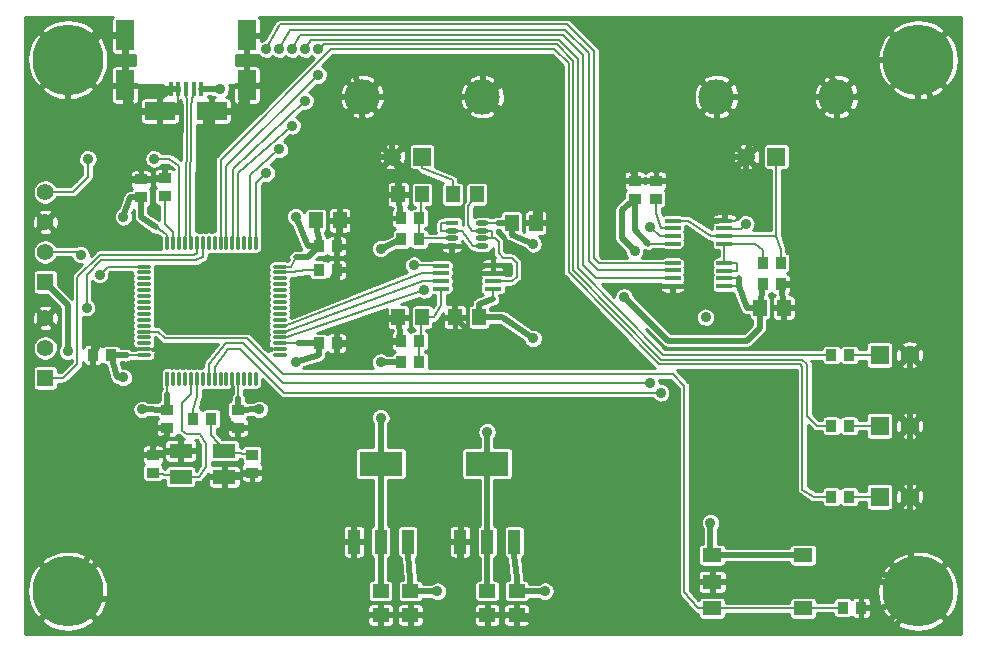
<source format=gtl>
G04 (created by PCBNEW (2013-04-05 BZR 4064)-testing) date 05/08/2013 18:39:14*
%MOIN*%
G04 Gerber Fmt 3.4, Leading zero omitted, Abs format*
%FSLAX34Y34*%
G01*
G70*
G90*
G04 APERTURE LIST*
%ADD10C,0.00393701*%
%ADD11R,0.0748031X0.0471968*%
%ADD12R,0.063X0.0471968*%
%ADD13C,0.11811*%
%ADD14R,0.0590551X0.0590551*%
%ADD15C,0.0590551*%
%ADD16O,0.0551181X0.015748*%
%ADD17R,0.0551181X0.015748*%
%ADD18R,0.0590551X0.0984252*%
%ADD19R,0.0984252X0.0590551*%
%ADD20R,0.015748X0.0492126*%
%ADD21R,0.0432992X0.0177008*%
%ADD22O,0.0432992X0.0177008*%
%ADD23R,0.144X0.08*%
%ADD24R,0.04X0.08*%
%ADD25R,0.0551024X0.0551024*%
%ADD26C,0.0550984*%
%ADD27R,0.055X0.055*%
%ADD28C,0.055*%
%ADD29R,0.035X0.04*%
%ADD30R,0.04X0.035*%
%ADD31R,0.0118031X0.0471968*%
%ADD32O,0.0117992X0.0472008*%
%ADD33O,0.0472008X0.0117992*%
%ADD34R,0.0629921X0.0629921*%
%ADD35C,0.0629921*%
%ADD36C,0.236201*%
%ADD37R,0.045X0.055*%
%ADD38R,0.055X0.045*%
%ADD39C,0.035*%
%ADD40C,0.0354331*%
%ADD41C,0.00787402*%
%ADD42C,0.019685*%
%ADD43C,0.01*%
G04 APERTURE END LIST*
G54D10*
G54D11*
X69508Y-55236D03*
X70964Y-55236D03*
X70964Y-54370D03*
X69508Y-54370D03*
G54D12*
X87220Y-59630D03*
X87220Y-57850D03*
X90260Y-59630D03*
X90260Y-57850D03*
X87224Y-58740D03*
G54D13*
X91370Y-42566D03*
X87370Y-42566D03*
G54D14*
X89370Y-44566D03*
G54D15*
X88370Y-44566D03*
G54D13*
X79559Y-42566D03*
X75559Y-42566D03*
G54D14*
X77559Y-44566D03*
G54D15*
X76559Y-44566D03*
G54D16*
X79921Y-48710D03*
X79921Y-48454D03*
X79921Y-48198D03*
X78188Y-48198D03*
X78188Y-48435D03*
X78188Y-48710D03*
X78188Y-48966D03*
G54D17*
X79921Y-48966D03*
G54D16*
X87637Y-47214D03*
X87637Y-46958D03*
X87637Y-46702D03*
X85905Y-46702D03*
X85905Y-46938D03*
X85905Y-47214D03*
X85905Y-47470D03*
G54D17*
X87637Y-47470D03*
G54D16*
X87637Y-48631D03*
X87637Y-48375D03*
X87637Y-48120D03*
X85905Y-48120D03*
X85905Y-48356D03*
X85905Y-48631D03*
X85905Y-48887D03*
G54D17*
X87637Y-48887D03*
G54D18*
X71712Y-40531D03*
X67657Y-40531D03*
X71712Y-42185D03*
X67657Y-42185D03*
G54D19*
X70551Y-43051D03*
X68818Y-43051D03*
G54D20*
X70196Y-42312D03*
X69940Y-42312D03*
X69685Y-42312D03*
X69429Y-42312D03*
X69173Y-42312D03*
G54D21*
X78543Y-46781D03*
G54D22*
X78543Y-47037D03*
X78543Y-47293D03*
X79567Y-46781D03*
X79567Y-47549D03*
X79567Y-47293D03*
X78543Y-47549D03*
X79567Y-47037D03*
G54D23*
X79724Y-54802D03*
G54D24*
X79724Y-57402D03*
X80624Y-57402D03*
X78824Y-57402D03*
G54D23*
X76181Y-54802D03*
G54D24*
X76181Y-57402D03*
X77081Y-57402D03*
X75281Y-57402D03*
G54D25*
X65000Y-48744D03*
G54D26*
X65000Y-47744D03*
X65000Y-46744D03*
X65000Y-45744D03*
G54D27*
X65000Y-51944D03*
G54D28*
X65000Y-50944D03*
X65000Y-49944D03*
G54D29*
X91196Y-55905D03*
X91796Y-55905D03*
X77465Y-46614D03*
X76865Y-46614D03*
X76865Y-47322D03*
X77465Y-47322D03*
X91196Y-51181D03*
X91796Y-51181D03*
X77465Y-51417D03*
X76865Y-51417D03*
X88912Y-48110D03*
X89512Y-48110D03*
X91589Y-59606D03*
X92189Y-59606D03*
X69936Y-53307D03*
X70536Y-53307D03*
X91196Y-53543D03*
X91796Y-53543D03*
X74109Y-50787D03*
X74709Y-50787D03*
G54D30*
X84645Y-45969D03*
X84645Y-45369D03*
X85354Y-45969D03*
X85354Y-45369D03*
G54D29*
X76865Y-50708D03*
X77465Y-50708D03*
X89512Y-48818D03*
X88912Y-48818D03*
G54D30*
X71889Y-54503D03*
X71889Y-55103D03*
X68582Y-55103D03*
X68582Y-54503D03*
G54D29*
X74109Y-48346D03*
X74709Y-48346D03*
G54D30*
X68976Y-45890D03*
X68976Y-45290D03*
G54D29*
X74109Y-47559D03*
X74709Y-47559D03*
G54D30*
X68188Y-45929D03*
X68188Y-45329D03*
G54D29*
X67189Y-51181D03*
X66589Y-51181D03*
G54D30*
X69055Y-53007D03*
X69055Y-53607D03*
X71417Y-53007D03*
X71417Y-53607D03*
G54D31*
X69070Y-51972D03*
G54D32*
X69266Y-51972D03*
X69463Y-51972D03*
X69660Y-51972D03*
X69857Y-51972D03*
X70054Y-51972D03*
X70251Y-51972D03*
X70448Y-51972D03*
X70643Y-51973D03*
X70840Y-51973D03*
X71037Y-51973D03*
X71234Y-51974D03*
X71432Y-51973D03*
X71629Y-51973D03*
X71826Y-51973D03*
X72022Y-51973D03*
G54D33*
X72809Y-51185D03*
X72809Y-50988D03*
X72809Y-50791D03*
X72809Y-50595D03*
X72809Y-50398D03*
X72809Y-50201D03*
X72809Y-50005D03*
X72809Y-49808D03*
G54D32*
X72022Y-47444D03*
X71825Y-47444D03*
X71628Y-47444D03*
X71431Y-47444D03*
G54D33*
X72810Y-49611D03*
X72810Y-49414D03*
X72810Y-49217D03*
X72810Y-49020D03*
X72810Y-48823D03*
X72810Y-48626D03*
X72810Y-48429D03*
X72810Y-48233D03*
G54D32*
X71235Y-47445D03*
X71038Y-47445D03*
X70841Y-47445D03*
X70644Y-47445D03*
X70448Y-47445D03*
X70251Y-47445D03*
X70054Y-47445D03*
X69857Y-47445D03*
X69660Y-47445D03*
X69463Y-47445D03*
X69266Y-47445D03*
X69070Y-47445D03*
G54D33*
X68282Y-48233D03*
X68282Y-48429D03*
X68282Y-48626D03*
X68282Y-48823D03*
X68282Y-49020D03*
X68282Y-49217D03*
X68282Y-49414D03*
X68282Y-49611D03*
X68282Y-49807D03*
X68282Y-50004D03*
X68282Y-50201D03*
X68282Y-50398D03*
X68282Y-50595D03*
X68282Y-50792D03*
X68282Y-50989D03*
X68282Y-51185D03*
G54D34*
X92807Y-53543D03*
G54D35*
X93807Y-53543D03*
G54D34*
X92807Y-51181D03*
G54D35*
X93807Y-51181D03*
G54D34*
X92807Y-55905D03*
G54D35*
X93807Y-55905D03*
G54D36*
X94094Y-41338D03*
X94094Y-59055D03*
X65748Y-59055D03*
X65748Y-41338D03*
G54D37*
X78576Y-45826D03*
X79376Y-45826D03*
X74009Y-46692D03*
X74809Y-46692D03*
X76765Y-45826D03*
X77565Y-45826D03*
G54D38*
X77165Y-59848D03*
X77165Y-59048D03*
X76181Y-59848D03*
X76181Y-59048D03*
X79724Y-59848D03*
X79724Y-59048D03*
X80708Y-59848D03*
X80708Y-59048D03*
G54D37*
X78655Y-49921D03*
X79455Y-49921D03*
X77565Y-49921D03*
X76765Y-49921D03*
X89612Y-49606D03*
X88812Y-49606D03*
X80544Y-46771D03*
X81344Y-46771D03*
G54D39*
X87007Y-49921D03*
G54D40*
X79724Y-53740D03*
X87165Y-56771D03*
X84645Y-47716D03*
X73346Y-51417D03*
X72125Y-52992D03*
X73346Y-46574D03*
X67598Y-46574D03*
X67598Y-51929D03*
X68228Y-52992D03*
X65748Y-51062D03*
X70826Y-42322D03*
X78070Y-59055D03*
X81653Y-59055D03*
X72795Y-40984D03*
X72795Y-44330D03*
X72362Y-40984D03*
X72362Y-45118D03*
X77283Y-48188D03*
X77637Y-49015D03*
X73228Y-40984D03*
X73228Y-43543D03*
X85157Y-46929D03*
X85157Y-52125D03*
X85511Y-52440D03*
X88346Y-46811D03*
X66181Y-47834D03*
X66811Y-48503D03*
X66417Y-44645D03*
X68622Y-44645D03*
X66377Y-49606D03*
G54D39*
X85669Y-57716D03*
X67559Y-53622D03*
X69842Y-58188D03*
X85275Y-53937D03*
X66614Y-46456D03*
X74251Y-49212D03*
X70236Y-49448D03*
X81889Y-49212D03*
X82440Y-52834D03*
X79527Y-52755D03*
X77322Y-52755D03*
X91496Y-52519D03*
X91496Y-54724D03*
X91968Y-58031D03*
X91889Y-56929D03*
X89842Y-56771D03*
X88031Y-56692D03*
X89370Y-54960D03*
X87086Y-54881D03*
X89527Y-52834D03*
X87086Y-52834D03*
X83937Y-59448D03*
X84094Y-57637D03*
X84173Y-55354D03*
X82125Y-55354D03*
X73307Y-53543D03*
X71811Y-59606D03*
X71889Y-57244D03*
X70157Y-59606D03*
X67874Y-59527D03*
X73149Y-59606D03*
X72992Y-57086D03*
X70551Y-57086D03*
X68897Y-57165D03*
X67480Y-57165D03*
X65275Y-57165D03*
X65511Y-55039D03*
X65590Y-53385D03*
X75748Y-46692D03*
X79606Y-50944D03*
X82834Y-50393D03*
X81968Y-45275D03*
X93228Y-48267D03*
X91968Y-49763D03*
X94960Y-49685D03*
X94960Y-48267D03*
X91968Y-47480D03*
X93228Y-46456D03*
X94960Y-46456D03*
X94960Y-43937D03*
X91417Y-43858D03*
X88582Y-43700D03*
X84251Y-43543D03*
X81968Y-43543D03*
X77637Y-43700D03*
X74803Y-43779D03*
X68110Y-44094D03*
X64881Y-43307D03*
X75196Y-41417D03*
X76929Y-41417D03*
X79606Y-41338D03*
X81496Y-41338D03*
X84330Y-41102D03*
X86062Y-41102D03*
X88897Y-41181D03*
X91102Y-41181D03*
G54D40*
X86692Y-47401D03*
X87204Y-45748D03*
X75196Y-52755D03*
X75196Y-51417D03*
X67047Y-49527D03*
X75629Y-50196D03*
X75629Y-48346D03*
X65748Y-44645D03*
X70354Y-45944D03*
X79173Y-48454D03*
X73661Y-40984D03*
X73661Y-42716D03*
X74094Y-40984D03*
X74094Y-41850D03*
G54D39*
X81259Y-47480D03*
G54D40*
X76181Y-53267D03*
X84291Y-49251D03*
X81259Y-50629D03*
X76181Y-51417D03*
X76181Y-47637D03*
G54D41*
X69077Y-52871D02*
X69077Y-53007D01*
X69077Y-53007D02*
X69055Y-53007D01*
G54D42*
X71394Y-52930D02*
X71394Y-53007D01*
X71394Y-53007D02*
X71417Y-53007D01*
X74009Y-46692D02*
X74057Y-46869D01*
X74057Y-46869D02*
X74057Y-46968D01*
X74057Y-46968D02*
X74057Y-47041D01*
X74057Y-47041D02*
X74109Y-47286D01*
X74109Y-47286D02*
X74109Y-47359D01*
X74109Y-47359D02*
X74109Y-47457D01*
X74109Y-47457D02*
X74109Y-47559D01*
G54D41*
X68282Y-51185D02*
X68110Y-51181D01*
X71432Y-51973D02*
X71432Y-52150D01*
X71432Y-52150D02*
X71429Y-52630D01*
G54D42*
X79724Y-57703D02*
X79724Y-57802D01*
X79724Y-57802D02*
X79724Y-58823D01*
X79724Y-58823D02*
X79724Y-58922D01*
X79724Y-58922D02*
X79724Y-59048D01*
X87220Y-57850D02*
X90260Y-57850D01*
X79724Y-54802D02*
X79724Y-53740D01*
X87165Y-56771D02*
X87165Y-57850D01*
X87165Y-57850D02*
X87220Y-57850D01*
X84645Y-47716D02*
X84212Y-47283D01*
X84212Y-47283D02*
X84212Y-46338D01*
X84212Y-46338D02*
X84645Y-45969D01*
X79724Y-54802D02*
X79724Y-57402D01*
X71417Y-53007D02*
X72125Y-52992D01*
X71417Y-53007D02*
X71411Y-52991D01*
X71411Y-52991D02*
X71429Y-52845D01*
X71429Y-52845D02*
X71429Y-52630D01*
G54D41*
X85905Y-47470D02*
X85078Y-47470D01*
G54D42*
X85078Y-47470D02*
X84645Y-47007D01*
X84645Y-47007D02*
X84645Y-45969D01*
X74109Y-50787D02*
X74109Y-51181D01*
X74109Y-51181D02*
X73346Y-51417D01*
X74109Y-50787D02*
X74094Y-50787D01*
X74094Y-50787D02*
X73425Y-50791D01*
G54D41*
X73425Y-50791D02*
X72986Y-50791D01*
X72986Y-50791D02*
X72809Y-50791D01*
G54D42*
X73346Y-46574D02*
X73740Y-47559D01*
X73740Y-47559D02*
X74109Y-47559D01*
X74109Y-47559D02*
X73755Y-47913D01*
X73755Y-47913D02*
X73346Y-47913D01*
G54D41*
X73346Y-47913D02*
X73188Y-48233D01*
X73188Y-48233D02*
X72810Y-48233D01*
X68700Y-46929D02*
X69070Y-47165D01*
X69070Y-47165D02*
X69070Y-47445D01*
G54D42*
X68188Y-45929D02*
X68188Y-46574D01*
X68188Y-46574D02*
X68700Y-46929D01*
X68188Y-45929D02*
X67834Y-45929D01*
X67834Y-45929D02*
X67598Y-46574D01*
X69067Y-52999D02*
X69070Y-52476D01*
G54D41*
X69070Y-52476D02*
X69070Y-51972D01*
X67716Y-51185D02*
X68282Y-51185D01*
G54D42*
X67189Y-51181D02*
X67401Y-51184D01*
X67401Y-51184D02*
X67716Y-51185D01*
X67598Y-51929D02*
X67401Y-51929D01*
X67401Y-51929D02*
X67189Y-51181D01*
X68228Y-52992D02*
X69055Y-53007D01*
X65748Y-51062D02*
X65744Y-49527D01*
X65744Y-49527D02*
X65000Y-48744D01*
X77165Y-59048D02*
X77103Y-58922D01*
X70196Y-42312D02*
X70826Y-42322D01*
X80647Y-58922D02*
X80708Y-59048D01*
X78070Y-59055D02*
X77165Y-59048D01*
X81653Y-59055D02*
X80708Y-59048D01*
X77165Y-59048D02*
X77165Y-58661D01*
X77165Y-58661D02*
X77081Y-57834D01*
X77081Y-57834D02*
X77081Y-57402D01*
X80708Y-59048D02*
X80708Y-58622D01*
X80708Y-58622D02*
X80624Y-57834D01*
X80624Y-57834D02*
X80624Y-57402D01*
G54D41*
X85905Y-48356D02*
X85826Y-48356D01*
X85826Y-48356D02*
X85708Y-48356D01*
X85708Y-48356D02*
X83425Y-48356D01*
X83425Y-48356D02*
X83110Y-48041D01*
X83110Y-48041D02*
X83110Y-46968D01*
X83110Y-46968D02*
X83110Y-41123D01*
X83110Y-41123D02*
X82322Y-40335D01*
X82322Y-40335D02*
X73149Y-40335D01*
X73149Y-40335D02*
X72795Y-40984D01*
X85905Y-48356D02*
X85905Y-48346D01*
X72795Y-44330D02*
X71825Y-45196D01*
X71825Y-45196D02*
X71825Y-47444D01*
X85905Y-48120D02*
X85708Y-48120D01*
X85708Y-48120D02*
X83464Y-48120D01*
X83464Y-48120D02*
X83297Y-47952D01*
X83297Y-47952D02*
X83297Y-46929D01*
X83297Y-46929D02*
X83297Y-41062D01*
X83297Y-41062D02*
X82391Y-40157D01*
X82391Y-40157D02*
X80944Y-40157D01*
X80944Y-40157D02*
X80787Y-40157D01*
X80787Y-40157D02*
X72834Y-40157D01*
X72834Y-40157D02*
X72362Y-40984D01*
X72362Y-45118D02*
X72022Y-45433D01*
X72022Y-45433D02*
X72022Y-47444D01*
X77637Y-49015D02*
X73059Y-50575D01*
X73059Y-50575D02*
X72986Y-50595D01*
X72986Y-50595D02*
X72809Y-50595D01*
X78188Y-48198D02*
X78188Y-48188D01*
X78188Y-48188D02*
X77283Y-48188D01*
X85354Y-45969D02*
X85354Y-46456D01*
X85354Y-46456D02*
X85511Y-46938D01*
X85511Y-46938D02*
X85905Y-46938D01*
X85905Y-48631D02*
X85708Y-48631D01*
X85708Y-48631D02*
X85433Y-48631D01*
X85433Y-48631D02*
X83464Y-48631D01*
X83464Y-48631D02*
X83350Y-48627D01*
X83350Y-48627D02*
X82913Y-48188D01*
X82913Y-48188D02*
X82913Y-47047D01*
X82913Y-47047D02*
X82913Y-41182D01*
X82913Y-41182D02*
X82242Y-40511D01*
X82242Y-40511D02*
X73503Y-40511D01*
X73503Y-40511D02*
X73228Y-40984D01*
X73228Y-43543D02*
X71431Y-45118D01*
X71431Y-45118D02*
X71431Y-47444D01*
X69940Y-42312D02*
X69867Y-42885D01*
X69832Y-47007D02*
X69857Y-47445D01*
X69867Y-42885D02*
X69832Y-46614D01*
X69832Y-46614D02*
X69832Y-47007D01*
X78188Y-48435D02*
X78070Y-48474D01*
X78188Y-48435D02*
X77795Y-48435D01*
X77795Y-48435D02*
X77559Y-48435D01*
X77559Y-48435D02*
X73059Y-50183D01*
X73059Y-50183D02*
X72986Y-50201D01*
X72986Y-50201D02*
X72809Y-50201D01*
X69685Y-42312D02*
X69729Y-42884D01*
X69694Y-47007D02*
X69660Y-47445D01*
X69729Y-42884D02*
X69694Y-46613D01*
X69694Y-46613D02*
X69694Y-46614D01*
X69694Y-46614D02*
X69694Y-47007D01*
X85905Y-47214D02*
X85472Y-47214D01*
X85472Y-47214D02*
X85157Y-46929D01*
X85157Y-52125D02*
X84645Y-52125D01*
X84645Y-52125D02*
X72913Y-52125D01*
X72913Y-52125D02*
X71574Y-50787D01*
X71574Y-50787D02*
X71023Y-50787D01*
X71023Y-50787D02*
X70448Y-51496D01*
X70448Y-51496D02*
X70448Y-51496D01*
X70448Y-51496D02*
X70448Y-51972D01*
X87637Y-46958D02*
X87637Y-46968D01*
X87637Y-46968D02*
X88188Y-46968D01*
X88188Y-46968D02*
X88346Y-46811D01*
X85511Y-52440D02*
X84724Y-52440D01*
X84724Y-52440D02*
X72952Y-52440D01*
X72952Y-52440D02*
X71496Y-50984D01*
X71496Y-50984D02*
X71102Y-50984D01*
X71102Y-50984D02*
X70643Y-51574D01*
X70643Y-51574D02*
X70643Y-51974D01*
X65000Y-51944D02*
X65590Y-51944D01*
X65590Y-51944D02*
X66062Y-51496D01*
X66062Y-51496D02*
X66062Y-48582D01*
X66062Y-48582D02*
X66811Y-47834D01*
X66811Y-47834D02*
X69685Y-47834D01*
X69685Y-47834D02*
X69960Y-47834D01*
X69960Y-47834D02*
X70054Y-47795D01*
X70054Y-47795D02*
X70054Y-47445D01*
X87637Y-48375D02*
X88070Y-48375D01*
X88070Y-48375D02*
X88070Y-48238D01*
X88070Y-48238D02*
X88070Y-48120D01*
X88070Y-48120D02*
X87637Y-48120D01*
X87637Y-47470D02*
X87637Y-48120D01*
X88912Y-48110D02*
X88912Y-47677D01*
X88912Y-47677D02*
X88661Y-47470D01*
X88661Y-47470D02*
X87637Y-47470D01*
X85905Y-46702D02*
X86417Y-46702D01*
X86417Y-46702D02*
X87204Y-47214D01*
X87204Y-47214D02*
X87637Y-47214D01*
X89512Y-48110D02*
X89512Y-47677D01*
X89512Y-47677D02*
X89370Y-47204D01*
X87637Y-47214D02*
X87637Y-47204D01*
X87637Y-47204D02*
X89370Y-47204D01*
X89370Y-47204D02*
X89370Y-44566D01*
X72809Y-50398D02*
X72986Y-50398D01*
X72986Y-50398D02*
X73059Y-50379D01*
X73059Y-50379D02*
X77598Y-48710D01*
X77598Y-48710D02*
X78188Y-48710D01*
X78070Y-48750D02*
X78188Y-48710D01*
X65000Y-47744D02*
X66062Y-47744D01*
X66062Y-47744D02*
X66181Y-47834D01*
X66811Y-48503D02*
X67086Y-48233D01*
X67086Y-48233D02*
X68282Y-48233D01*
X65000Y-45744D02*
X65905Y-45744D01*
X65905Y-45744D02*
X66141Y-45507D01*
X66141Y-45507D02*
X66417Y-45236D01*
X66417Y-45236D02*
X66417Y-44645D01*
X69467Y-47445D02*
X69463Y-47445D01*
X68622Y-44645D02*
X69133Y-44645D01*
X69133Y-44645D02*
X69463Y-44881D01*
X69463Y-44881D02*
X69463Y-45275D01*
X69463Y-45275D02*
X69463Y-47445D01*
X66377Y-49606D02*
X66377Y-48503D01*
X66377Y-48503D02*
X66850Y-48031D01*
X66850Y-48031D02*
X70000Y-48031D01*
X70000Y-48031D02*
X70251Y-47913D01*
X70251Y-47913D02*
X70251Y-47445D01*
G54D42*
X93807Y-51181D02*
X93807Y-53543D01*
X93807Y-53543D02*
X93807Y-55905D01*
X93807Y-55905D02*
X93807Y-57716D01*
X93807Y-57716D02*
X94094Y-59055D01*
X92189Y-59606D02*
X92874Y-59606D01*
X92874Y-59606D02*
X94094Y-59055D01*
X87224Y-58740D02*
X93535Y-58743D01*
X93535Y-58743D02*
X94094Y-59055D01*
X89612Y-49606D02*
X89512Y-48818D01*
X89512Y-48818D02*
X90000Y-48818D01*
X90000Y-48818D02*
X94094Y-43070D01*
X94094Y-43070D02*
X94094Y-41338D01*
X68976Y-45290D02*
X68188Y-45329D01*
X68188Y-45329D02*
X67677Y-45329D01*
X67677Y-45329D02*
X66758Y-44104D01*
X65748Y-42755D02*
X65748Y-41338D01*
X67657Y-40531D02*
X67657Y-42185D01*
X69173Y-42312D02*
X69178Y-42320D01*
X69178Y-42320D02*
X68818Y-42598D01*
X68818Y-42598D02*
X68818Y-43051D01*
X67657Y-40531D02*
X66850Y-40531D01*
X66850Y-40531D02*
X65748Y-41338D01*
G54D41*
X87637Y-46702D02*
X87992Y-46702D01*
X87992Y-46702D02*
X88370Y-46279D01*
G54D42*
X91370Y-42566D02*
X92086Y-42566D01*
X92086Y-42566D02*
X92755Y-41338D01*
X92755Y-41338D02*
X94094Y-41338D01*
X87370Y-42566D02*
X91370Y-42566D01*
X85354Y-45369D02*
X85984Y-45369D01*
X85984Y-45369D02*
X87401Y-44566D01*
X76181Y-59848D02*
X77165Y-59848D01*
X77165Y-59848D02*
X78818Y-59848D01*
X75281Y-57402D02*
X75281Y-57480D01*
X75281Y-57480D02*
X75281Y-59370D01*
X75281Y-59370D02*
X75753Y-59842D01*
X75753Y-59842D02*
X76181Y-59848D01*
X80708Y-59848D02*
X81644Y-60226D01*
X81644Y-60226D02*
X84014Y-60224D01*
X78818Y-59848D02*
X78824Y-57402D01*
X78818Y-59848D02*
X79724Y-59848D01*
X79724Y-59848D02*
X80708Y-59848D01*
X66589Y-51181D02*
X66574Y-54503D01*
X76865Y-46614D02*
X76765Y-45826D01*
X76765Y-45826D02*
X76765Y-44960D01*
X76765Y-44960D02*
X76559Y-44566D01*
X76559Y-44566D02*
X76559Y-44015D01*
X76559Y-44015D02*
X75559Y-43267D01*
X75559Y-43267D02*
X75559Y-42566D01*
X75559Y-42566D02*
X79559Y-42566D01*
X74709Y-48346D02*
X74709Y-47559D01*
X74709Y-47559D02*
X74809Y-46692D01*
X74809Y-46692D02*
X74809Y-45314D01*
X74809Y-45314D02*
X75984Y-44566D01*
X75984Y-44566D02*
X76559Y-44566D01*
X76865Y-50708D02*
X76765Y-49921D01*
X85354Y-45369D02*
X84645Y-45369D01*
X88370Y-44566D02*
X87401Y-44566D01*
X87401Y-44566D02*
X87401Y-42598D01*
X87401Y-42598D02*
X87370Y-42566D01*
X68582Y-54503D02*
X68582Y-54488D01*
X68582Y-54488D02*
X69508Y-54355D01*
X69508Y-54355D02*
X69508Y-54370D01*
X71889Y-55103D02*
X70964Y-55236D01*
X69055Y-53607D02*
X69055Y-53897D01*
X69055Y-53897D02*
X68582Y-54173D01*
X68582Y-54173D02*
X68582Y-54488D01*
X71417Y-53607D02*
X71968Y-53607D01*
X71968Y-53607D02*
X72519Y-54158D01*
X72519Y-54158D02*
X72519Y-55118D01*
G54D41*
X70964Y-52716D02*
X71227Y-52448D01*
X71227Y-52448D02*
X71234Y-51974D01*
G54D42*
X70964Y-52716D02*
X70964Y-53335D01*
X70964Y-53335D02*
X71417Y-53607D01*
G54D41*
X67559Y-50472D02*
X67874Y-50989D01*
X67874Y-50989D02*
X68282Y-50989D01*
G54D42*
X74709Y-50787D02*
X76220Y-50787D01*
X76220Y-50787D02*
X76865Y-50708D01*
G54D41*
X85905Y-48887D02*
X85910Y-48896D01*
X85910Y-48896D02*
X86397Y-48897D01*
G54D42*
X88370Y-46279D02*
X88370Y-45118D01*
X88370Y-45118D02*
X88370Y-44566D01*
X86397Y-48897D02*
X86692Y-48602D01*
X86692Y-48602D02*
X86692Y-47401D01*
X75196Y-51417D02*
X74709Y-51220D01*
X74709Y-51220D02*
X74709Y-50787D01*
X75196Y-52755D02*
X75196Y-53228D01*
X75196Y-53228D02*
X73307Y-55118D01*
X72519Y-55118D02*
X71889Y-55118D01*
X71889Y-55118D02*
X71889Y-55103D01*
X72519Y-55118D02*
X72519Y-55826D01*
X72519Y-55826D02*
X74409Y-55826D01*
X74409Y-55826D02*
X75281Y-56535D01*
X75281Y-56535D02*
X75281Y-57402D01*
X67047Y-49527D02*
X67047Y-50472D01*
X71712Y-40531D02*
X71712Y-42185D01*
X76765Y-49921D02*
X76771Y-49921D01*
X75629Y-48346D02*
X74709Y-48346D01*
X70551Y-43051D02*
X71456Y-43051D01*
X71456Y-43051D02*
X71712Y-42185D01*
X87204Y-45748D02*
X88370Y-44566D01*
G54D41*
X79921Y-48454D02*
X80354Y-48454D01*
X80354Y-48198D02*
X79921Y-48198D01*
G54D42*
X80354Y-48454D02*
X80354Y-48198D01*
X68582Y-54503D02*
X66574Y-54503D01*
X66574Y-54503D02*
X66574Y-55826D01*
G54D41*
X72809Y-50988D02*
X72401Y-50988D01*
G54D42*
X72401Y-50988D02*
X72042Y-50629D01*
X72042Y-50629D02*
X72042Y-49448D01*
X66574Y-55826D02*
X67559Y-55826D01*
X67559Y-55826D02*
X72204Y-55826D01*
X72204Y-55826D02*
X72519Y-55826D01*
X66574Y-55826D02*
X66574Y-57637D01*
X66574Y-57637D02*
X65748Y-59055D01*
X67047Y-50472D02*
X66828Y-50748D01*
X66828Y-50748D02*
X66589Y-51181D01*
X67047Y-50472D02*
X67559Y-50472D01*
X70551Y-43051D02*
X70354Y-43031D01*
X70354Y-43031D02*
X70354Y-45944D01*
X78655Y-49921D02*
X78655Y-49133D01*
X78655Y-49133D02*
X79173Y-48454D01*
G54D41*
X78543Y-47549D02*
X78976Y-47549D01*
X79173Y-48454D02*
X79921Y-48454D01*
G54D42*
X79173Y-48454D02*
X78976Y-47549D01*
X68818Y-43051D02*
X67913Y-43051D01*
X67913Y-43051D02*
X67657Y-42185D01*
X65748Y-42755D02*
X65748Y-44645D01*
X76765Y-49921D02*
X75629Y-50196D01*
G54D41*
X69429Y-42312D02*
X69429Y-42834D01*
G54D42*
X69429Y-42834D02*
X69212Y-43051D01*
X69212Y-43051D02*
X68818Y-43051D01*
X81344Y-46771D02*
X81344Y-43858D01*
X68110Y-44094D02*
X66758Y-44104D01*
X66758Y-44104D02*
X65748Y-42755D01*
X70236Y-49448D02*
X72042Y-49448D01*
X72042Y-49448D02*
X72042Y-48149D01*
X72042Y-48149D02*
X72751Y-47440D01*
X72751Y-47440D02*
X72751Y-46338D01*
X72751Y-46338D02*
X74685Y-42566D01*
X74685Y-42566D02*
X75559Y-42566D01*
X74251Y-49212D02*
X74709Y-48346D01*
X75748Y-46692D02*
X74809Y-46692D01*
X77637Y-43700D02*
X76559Y-44566D01*
X74803Y-43779D02*
X75559Y-42566D01*
X75196Y-41417D02*
X75559Y-42566D01*
X76929Y-41417D02*
X75559Y-42566D01*
X79606Y-41338D02*
X79559Y-42566D01*
X81496Y-41338D02*
X79559Y-42566D01*
X81968Y-43543D02*
X81344Y-43858D01*
X81344Y-43858D02*
X79606Y-42614D01*
X79606Y-42614D02*
X79559Y-42566D01*
X81968Y-45275D02*
X81344Y-46771D01*
X84330Y-41102D02*
X86062Y-41102D01*
X86062Y-41102D02*
X87370Y-42566D01*
X88897Y-41181D02*
X87370Y-42566D01*
X84251Y-43543D02*
X84645Y-45369D01*
X88582Y-43700D02*
X88370Y-44566D01*
X91102Y-41181D02*
X91370Y-42566D01*
X91370Y-42566D02*
X91417Y-43858D01*
X94094Y-41338D02*
X94960Y-43937D01*
X94960Y-43937D02*
X94960Y-46456D01*
X94960Y-46456D02*
X93228Y-46456D01*
X93228Y-46456D02*
X91968Y-47480D01*
X91968Y-47480D02*
X91968Y-49763D01*
X93228Y-48267D02*
X94960Y-48267D01*
X94960Y-48267D02*
X94960Y-49685D01*
X91968Y-49763D02*
X93228Y-48267D01*
X91968Y-58031D02*
X94094Y-59055D01*
X91968Y-58031D02*
X91889Y-56929D01*
X91889Y-56929D02*
X89842Y-56771D01*
X89842Y-56771D02*
X88031Y-56692D01*
X88031Y-56692D02*
X87086Y-54881D01*
X87086Y-54881D02*
X87086Y-52834D01*
X89842Y-56771D02*
X89370Y-54960D01*
X89370Y-54960D02*
X89527Y-52834D01*
X83937Y-59448D02*
X84014Y-60224D01*
X84014Y-60224D02*
X93352Y-60214D01*
X93352Y-60214D02*
X94094Y-59055D01*
X83937Y-59448D02*
X84094Y-57637D01*
X84094Y-57637D02*
X85669Y-57716D01*
X85669Y-57716D02*
X84173Y-55354D01*
X84173Y-55354D02*
X82125Y-55354D01*
X84173Y-55354D02*
X85275Y-53937D01*
X78655Y-49921D02*
X79606Y-50944D01*
X79527Y-52755D02*
X82440Y-52834D01*
X82834Y-50393D02*
X81889Y-49212D01*
X73307Y-53543D02*
X73307Y-55118D01*
X73307Y-55118D02*
X72519Y-55118D01*
X67559Y-53622D02*
X66574Y-54503D01*
X66574Y-54503D02*
X65590Y-53385D01*
X66574Y-54503D02*
X65511Y-55039D01*
X66574Y-55826D02*
X65275Y-57165D01*
X66574Y-55826D02*
X67480Y-57165D01*
X72519Y-55826D02*
X72992Y-57086D01*
X72992Y-57086D02*
X71889Y-57244D01*
X71889Y-57244D02*
X70551Y-57086D01*
X70551Y-57086D02*
X68897Y-57165D01*
X67874Y-59527D02*
X70157Y-59606D01*
X70157Y-59606D02*
X71811Y-59606D01*
X71811Y-59606D02*
X73149Y-59606D01*
X69842Y-58188D02*
X70157Y-59606D01*
X67874Y-59527D02*
X65748Y-59055D01*
G54D41*
X70054Y-51972D02*
X70054Y-52149D01*
X70054Y-52149D02*
X70054Y-52559D01*
X70054Y-52559D02*
X69936Y-53031D01*
X69936Y-53031D02*
X69936Y-53307D01*
X72790Y-48429D02*
X72810Y-48429D01*
X72810Y-48429D02*
X73228Y-48429D01*
X73228Y-48429D02*
X73700Y-48346D01*
X73700Y-48346D02*
X74109Y-48346D01*
X77565Y-45826D02*
X77515Y-46062D01*
X77515Y-46062D02*
X77515Y-46101D01*
X77515Y-46101D02*
X77515Y-46414D01*
X77515Y-46414D02*
X77515Y-46453D01*
X77515Y-46453D02*
X77465Y-46614D01*
X77465Y-47322D02*
X77601Y-47293D01*
X77601Y-47293D02*
X77640Y-47293D01*
X77640Y-47293D02*
X78493Y-47293D01*
X78493Y-47293D02*
X78543Y-47293D01*
X77465Y-46614D02*
X77465Y-46774D01*
X77465Y-46774D02*
X77465Y-46814D01*
X77465Y-46814D02*
X77465Y-47122D01*
X77465Y-47122D02*
X77465Y-47162D01*
X77465Y-47162D02*
X77465Y-47322D01*
X90260Y-59630D02*
X90252Y-59630D01*
X90252Y-59630D02*
X90522Y-59610D01*
X90522Y-59610D02*
X91582Y-59606D01*
X91582Y-59606D02*
X91589Y-59606D01*
X87220Y-59630D02*
X90252Y-59630D01*
X68282Y-50398D02*
X68740Y-50398D01*
X68740Y-50398D02*
X68976Y-50629D01*
X68976Y-50629D02*
X71732Y-50629D01*
X71732Y-50629D02*
X72913Y-51811D01*
X72913Y-51811D02*
X73070Y-51811D01*
X73070Y-51811D02*
X84881Y-51811D01*
X84881Y-51811D02*
X85118Y-51811D01*
X85118Y-51811D02*
X85905Y-51811D01*
X85905Y-51811D02*
X86299Y-52204D01*
X86299Y-52204D02*
X86299Y-59094D01*
X86299Y-59094D02*
X86771Y-59630D01*
X86771Y-59630D02*
X87220Y-59630D01*
X91196Y-55905D02*
X90629Y-55905D01*
X90629Y-55905D02*
X90236Y-55669D01*
X90236Y-55669D02*
X90236Y-51574D01*
X90236Y-51574D02*
X90157Y-51496D01*
X90157Y-51496D02*
X89606Y-51496D01*
X89606Y-51496D02*
X85444Y-51497D01*
X85444Y-51497D02*
X82440Y-48425D01*
X82440Y-48425D02*
X82440Y-48188D01*
X82440Y-48188D02*
X82440Y-46867D01*
X82440Y-46867D02*
X82440Y-46850D01*
X82440Y-46850D02*
X82440Y-41456D01*
X82440Y-41456D02*
X81968Y-40984D01*
X81968Y-40984D02*
X80787Y-40984D01*
X80787Y-40984D02*
X74527Y-40984D01*
X74527Y-40984D02*
X70841Y-44665D01*
X70841Y-44665D02*
X70841Y-47445D01*
X92807Y-53543D02*
X91796Y-53543D01*
X91196Y-51181D02*
X89606Y-51181D01*
X89606Y-51181D02*
X85590Y-51181D01*
X85590Y-51181D02*
X82755Y-48267D01*
X82755Y-48267D02*
X82755Y-46929D01*
X82755Y-46929D02*
X82755Y-41299D01*
X82755Y-41299D02*
X82125Y-40669D01*
X82125Y-40669D02*
X80866Y-40669D01*
X80866Y-40669D02*
X80787Y-40669D01*
X80787Y-40669D02*
X73858Y-40669D01*
X73858Y-40669D02*
X73661Y-40984D01*
X73661Y-42716D02*
X71242Y-44972D01*
X71242Y-44972D02*
X71242Y-47312D01*
X77559Y-44566D02*
X77559Y-44960D01*
X77559Y-44960D02*
X78576Y-45354D01*
X78576Y-45354D02*
X78576Y-45826D01*
X69266Y-47445D02*
X69266Y-47086D01*
X69266Y-47086D02*
X68976Y-46811D01*
X68976Y-46811D02*
X68976Y-46299D01*
X68976Y-46299D02*
X68976Y-45890D01*
X91196Y-53543D02*
X90708Y-53543D01*
X90708Y-53543D02*
X90393Y-53228D01*
X90393Y-53228D02*
X90393Y-51496D01*
X90393Y-51496D02*
X90236Y-51338D01*
X90236Y-51338D02*
X89685Y-51338D01*
X89685Y-51338D02*
X89606Y-51338D01*
X89606Y-51338D02*
X85511Y-51338D01*
X85511Y-51338D02*
X82598Y-48346D01*
X82598Y-48346D02*
X82598Y-47874D01*
X82598Y-47874D02*
X82598Y-47047D01*
X82598Y-47047D02*
X82598Y-46929D01*
X82598Y-46929D02*
X82598Y-41377D01*
X82598Y-41377D02*
X82047Y-40826D01*
X82047Y-40826D02*
X80787Y-40826D01*
X80787Y-40826D02*
X74291Y-40826D01*
X74291Y-40826D02*
X74094Y-40984D01*
X74094Y-41850D02*
X71038Y-44867D01*
X71038Y-44867D02*
X71038Y-47445D01*
X92807Y-51181D02*
X91796Y-51181D01*
X77565Y-49921D02*
X77515Y-50235D01*
X77515Y-50235D02*
X77515Y-50275D01*
X77515Y-50275D02*
X77515Y-50587D01*
X77515Y-50587D02*
X77515Y-50626D01*
X77515Y-50626D02*
X77465Y-50708D01*
X77465Y-50708D02*
X77465Y-50948D01*
X77465Y-50948D02*
X77465Y-50987D01*
X77465Y-50987D02*
X77465Y-51296D01*
X77465Y-51296D02*
X77465Y-51335D01*
X77465Y-51335D02*
X77465Y-51417D01*
X77565Y-49921D02*
X77952Y-49921D01*
X77952Y-49921D02*
X78188Y-49527D01*
X78188Y-49527D02*
X78188Y-48966D01*
X92807Y-55905D02*
X91796Y-55905D01*
X70536Y-53307D02*
X70536Y-53858D01*
X70536Y-53858D02*
X70979Y-54370D01*
X70979Y-54370D02*
X70964Y-54370D01*
X71889Y-54503D02*
X70964Y-54370D01*
X69857Y-51972D02*
X69857Y-52149D01*
X69857Y-52149D02*
X69857Y-52480D01*
X69857Y-52480D02*
X69542Y-52795D01*
X69542Y-52795D02*
X69542Y-53700D01*
X69542Y-53700D02*
X69724Y-53818D01*
X69724Y-53818D02*
X70157Y-53818D01*
X70157Y-53818D02*
X70354Y-54133D01*
X70354Y-54133D02*
X70354Y-54921D01*
X70354Y-54921D02*
X70118Y-55236D01*
X70118Y-55236D02*
X69508Y-55236D01*
X68582Y-55103D02*
X69508Y-55236D01*
X79921Y-48710D02*
X80275Y-48710D01*
X80275Y-48710D02*
X80551Y-48710D01*
X80551Y-48710D02*
X80708Y-48582D01*
X80708Y-48582D02*
X80708Y-48110D01*
X80708Y-48110D02*
X80551Y-47952D01*
X79567Y-47037D02*
X79881Y-47037D01*
X79881Y-47037D02*
X79881Y-47293D01*
X79567Y-47037D02*
X79212Y-47037D01*
X79212Y-47037D02*
X79104Y-46850D01*
X79104Y-46850D02*
X79104Y-46220D01*
X79104Y-46220D02*
X79376Y-45826D01*
X80551Y-47952D02*
X80551Y-47952D01*
X80551Y-47952D02*
X80265Y-47952D01*
X80265Y-47952D02*
X80108Y-47795D01*
X80108Y-47795D02*
X80108Y-47716D01*
X80108Y-47716D02*
X80108Y-47401D01*
X80108Y-47401D02*
X80000Y-47293D01*
X80000Y-47293D02*
X79881Y-47293D01*
X79881Y-47293D02*
X79822Y-47293D01*
X79822Y-47293D02*
X79567Y-47293D01*
X78543Y-47037D02*
X78897Y-47037D01*
X78897Y-47037D02*
X79251Y-47549D01*
X79251Y-47549D02*
X79567Y-47549D01*
X78543Y-46781D02*
X78188Y-46781D01*
X78188Y-46781D02*
X78188Y-47037D01*
X78188Y-47037D02*
X78543Y-47037D01*
G54D42*
X76181Y-57402D02*
X76181Y-57100D01*
X76181Y-57100D02*
X76181Y-57002D01*
X76181Y-57002D02*
X76181Y-55202D01*
X76181Y-55202D02*
X76181Y-55103D01*
X76181Y-55103D02*
X76181Y-54802D01*
X76181Y-57402D02*
X76181Y-57703D01*
X76181Y-57703D02*
X76181Y-57802D01*
X76181Y-57802D02*
X76181Y-58823D01*
X76181Y-58823D02*
X76181Y-58922D01*
X76181Y-58922D02*
X76181Y-59048D01*
X76181Y-54802D02*
X76181Y-53267D01*
X84291Y-49251D02*
X85748Y-50702D01*
X85748Y-50702D02*
X88385Y-50702D01*
X88385Y-50702D02*
X88812Y-50275D01*
X88812Y-50275D02*
X88812Y-49606D01*
X88812Y-49606D02*
X88912Y-48818D01*
X88812Y-49606D02*
X88385Y-49606D01*
X88385Y-49606D02*
X88110Y-48887D01*
G54D41*
X87644Y-48899D02*
X87637Y-48887D01*
X88110Y-48887D02*
X87637Y-48887D01*
G54D42*
X79455Y-49921D02*
X80236Y-49921D01*
X80236Y-49921D02*
X81259Y-50629D01*
X79455Y-49921D02*
X79455Y-49488D01*
X79455Y-49488D02*
X79921Y-49330D01*
G54D41*
X79921Y-49330D02*
X79921Y-48966D01*
G54D42*
X76181Y-51417D02*
X76865Y-51417D01*
X76181Y-47637D02*
X76865Y-47322D01*
G54D41*
X87637Y-48631D02*
X88110Y-48631D01*
G54D42*
X88110Y-48631D02*
X88110Y-48887D01*
X80544Y-46771D02*
X80551Y-46771D01*
X80551Y-46771D02*
X80078Y-46781D01*
G54D41*
X80078Y-46781D02*
X79567Y-46781D01*
G54D42*
X80544Y-46771D02*
X80544Y-47165D01*
X80544Y-47165D02*
X81259Y-47480D01*
G54D10*
G36*
X78001Y-49476D02*
X77929Y-49594D01*
X77922Y-49576D01*
X77905Y-49551D01*
X77885Y-49531D01*
X77861Y-49515D01*
X77834Y-49503D01*
X77805Y-49497D01*
X77776Y-49497D01*
X77325Y-49497D01*
X77297Y-49503D01*
X77270Y-49514D01*
X77246Y-49530D01*
X77225Y-49551D01*
X77209Y-49575D01*
X77197Y-49602D01*
X77192Y-49630D01*
X77191Y-49659D01*
X77191Y-50210D01*
X77197Y-50239D01*
X77208Y-50266D01*
X77224Y-50290D01*
X77245Y-50311D01*
X77269Y-50327D01*
X77296Y-50338D01*
X77324Y-50344D01*
X77327Y-50344D01*
X77327Y-50360D01*
X77275Y-50360D01*
X77247Y-50365D01*
X77220Y-50376D01*
X77196Y-50393D01*
X77177Y-50411D01*
X77170Y-50400D01*
X77147Y-50377D01*
X77119Y-50359D01*
X77089Y-50346D01*
X77072Y-50343D01*
X77097Y-50327D01*
X77120Y-50303D01*
X77138Y-50276D01*
X77151Y-50246D01*
X77158Y-50213D01*
X77158Y-50180D01*
X77158Y-50011D01*
X77116Y-49969D01*
X76813Y-49969D01*
X76813Y-49977D01*
X76716Y-49977D01*
X76716Y-49969D01*
X76414Y-49969D01*
X76372Y-50011D01*
X76372Y-50180D01*
X76372Y-50213D01*
X76378Y-50246D01*
X76391Y-50276D01*
X76410Y-50303D01*
X76433Y-50327D01*
X76461Y-50345D01*
X76491Y-50357D01*
X76523Y-50364D01*
X76603Y-50364D01*
X76583Y-50377D01*
X76560Y-50400D01*
X76541Y-50428D01*
X76528Y-50458D01*
X76522Y-50491D01*
X76522Y-50523D01*
X76522Y-50618D01*
X76564Y-50660D01*
X76816Y-50660D01*
X76816Y-50652D01*
X76913Y-50652D01*
X76913Y-50660D01*
X76921Y-50660D01*
X76921Y-50757D01*
X76913Y-50757D01*
X76913Y-50764D01*
X76816Y-50764D01*
X76816Y-50757D01*
X76564Y-50757D01*
X76522Y-50799D01*
X76522Y-50893D01*
X76522Y-50926D01*
X76528Y-50958D01*
X76541Y-50989D01*
X76560Y-51016D01*
X76583Y-51039D01*
X76611Y-51057D01*
X76641Y-51070D01*
X76654Y-51073D01*
X76647Y-51074D01*
X76620Y-51085D01*
X76596Y-51101D01*
X76575Y-51122D01*
X76559Y-51146D01*
X76549Y-51170D01*
X76394Y-51170D01*
X76389Y-51165D01*
X76336Y-51129D01*
X76277Y-51104D01*
X76215Y-51091D01*
X76151Y-51091D01*
X76088Y-51103D01*
X76029Y-51127D01*
X75976Y-51162D01*
X75930Y-51207D01*
X75894Y-51259D01*
X75869Y-51318D01*
X75855Y-51380D01*
X75855Y-51444D01*
X75866Y-51507D01*
X75890Y-51566D01*
X75924Y-51620D01*
X75927Y-51623D01*
X75052Y-51623D01*
X75052Y-50972D01*
X75052Y-50602D01*
X75052Y-50569D01*
X75045Y-50537D01*
X75033Y-50507D01*
X75014Y-50479D01*
X74991Y-50456D01*
X74963Y-50438D01*
X74933Y-50425D01*
X74900Y-50419D01*
X74799Y-50419D01*
X74757Y-50461D01*
X74757Y-50738D01*
X75010Y-50738D01*
X75052Y-50696D01*
X75052Y-50602D01*
X75052Y-50972D01*
X75052Y-50877D01*
X75010Y-50835D01*
X74757Y-50835D01*
X74757Y-51113D01*
X74799Y-51155D01*
X74900Y-51155D01*
X74933Y-51149D01*
X74963Y-51136D01*
X74991Y-51118D01*
X75014Y-51095D01*
X75033Y-51067D01*
X75045Y-51037D01*
X75052Y-51005D01*
X75052Y-50972D01*
X75052Y-51623D01*
X73599Y-51623D01*
X73623Y-51590D01*
X74182Y-51416D01*
X74192Y-51412D01*
X74201Y-51409D01*
X74213Y-51403D01*
X74226Y-51398D01*
X74235Y-51392D01*
X74244Y-51387D01*
X74255Y-51379D01*
X74266Y-51371D01*
X74274Y-51363D01*
X74282Y-51357D01*
X74290Y-51347D01*
X74300Y-51337D01*
X74306Y-51328D01*
X74313Y-51320D01*
X74319Y-51308D01*
X74327Y-51297D01*
X74331Y-51287D01*
X74336Y-51278D01*
X74340Y-51265D01*
X74345Y-51252D01*
X74347Y-51242D01*
X74350Y-51232D01*
X74352Y-51218D01*
X74355Y-51205D01*
X74355Y-51194D01*
X74356Y-51184D01*
X74356Y-51181D01*
X74356Y-51117D01*
X74378Y-51102D01*
X74397Y-51084D01*
X74404Y-51095D01*
X74427Y-51118D01*
X74455Y-51136D01*
X74485Y-51149D01*
X74517Y-51155D01*
X74618Y-51155D01*
X74661Y-51113D01*
X74661Y-50835D01*
X74653Y-50835D01*
X74653Y-50738D01*
X74661Y-50738D01*
X74661Y-50461D01*
X74618Y-50419D01*
X74517Y-50419D01*
X74485Y-50425D01*
X74455Y-50438D01*
X74427Y-50456D01*
X74404Y-50479D01*
X74397Y-50490D01*
X74379Y-50472D01*
X74355Y-50456D01*
X74328Y-50444D01*
X74300Y-50439D01*
X74270Y-50438D01*
X74045Y-50438D01*
X76372Y-49646D01*
X76372Y-49661D01*
X76372Y-49830D01*
X76414Y-49872D01*
X76716Y-49872D01*
X76716Y-49864D01*
X76813Y-49864D01*
X76813Y-49872D01*
X77116Y-49872D01*
X77158Y-49830D01*
X77158Y-49661D01*
X77158Y-49628D01*
X77151Y-49596D01*
X77138Y-49565D01*
X77120Y-49538D01*
X77097Y-49515D01*
X77069Y-49497D01*
X77039Y-49484D01*
X77006Y-49478D01*
X76867Y-49478D01*
X77448Y-49280D01*
X77478Y-49301D01*
X77536Y-49326D01*
X77599Y-49340D01*
X77662Y-49341D01*
X77725Y-49330D01*
X77785Y-49307D01*
X77839Y-49273D01*
X77885Y-49229D01*
X77919Y-49181D01*
X77942Y-49188D01*
X77986Y-49193D01*
X77990Y-49193D01*
X78001Y-49193D01*
X78001Y-49476D01*
X78001Y-49476D01*
G37*
G54D43*
X78001Y-49476D02*
X77929Y-49594D01*
X77922Y-49576D01*
X77905Y-49551D01*
X77885Y-49531D01*
X77861Y-49515D01*
X77834Y-49503D01*
X77805Y-49497D01*
X77776Y-49497D01*
X77325Y-49497D01*
X77297Y-49503D01*
X77270Y-49514D01*
X77246Y-49530D01*
X77225Y-49551D01*
X77209Y-49575D01*
X77197Y-49602D01*
X77192Y-49630D01*
X77191Y-49659D01*
X77191Y-50210D01*
X77197Y-50239D01*
X77208Y-50266D01*
X77224Y-50290D01*
X77245Y-50311D01*
X77269Y-50327D01*
X77296Y-50338D01*
X77324Y-50344D01*
X77327Y-50344D01*
X77327Y-50360D01*
X77275Y-50360D01*
X77247Y-50365D01*
X77220Y-50376D01*
X77196Y-50393D01*
X77177Y-50411D01*
X77170Y-50400D01*
X77147Y-50377D01*
X77119Y-50359D01*
X77089Y-50346D01*
X77072Y-50343D01*
X77097Y-50327D01*
X77120Y-50303D01*
X77138Y-50276D01*
X77151Y-50246D01*
X77158Y-50213D01*
X77158Y-50180D01*
X77158Y-50011D01*
X77116Y-49969D01*
X76813Y-49969D01*
X76813Y-49977D01*
X76716Y-49977D01*
X76716Y-49969D01*
X76414Y-49969D01*
X76372Y-50011D01*
X76372Y-50180D01*
X76372Y-50213D01*
X76378Y-50246D01*
X76391Y-50276D01*
X76410Y-50303D01*
X76433Y-50327D01*
X76461Y-50345D01*
X76491Y-50357D01*
X76523Y-50364D01*
X76603Y-50364D01*
X76583Y-50377D01*
X76560Y-50400D01*
X76541Y-50428D01*
X76528Y-50458D01*
X76522Y-50491D01*
X76522Y-50523D01*
X76522Y-50618D01*
X76564Y-50660D01*
X76816Y-50660D01*
X76816Y-50652D01*
X76913Y-50652D01*
X76913Y-50660D01*
X76921Y-50660D01*
X76921Y-50757D01*
X76913Y-50757D01*
X76913Y-50764D01*
X76816Y-50764D01*
X76816Y-50757D01*
X76564Y-50757D01*
X76522Y-50799D01*
X76522Y-50893D01*
X76522Y-50926D01*
X76528Y-50958D01*
X76541Y-50989D01*
X76560Y-51016D01*
X76583Y-51039D01*
X76611Y-51057D01*
X76641Y-51070D01*
X76654Y-51073D01*
X76647Y-51074D01*
X76620Y-51085D01*
X76596Y-51101D01*
X76575Y-51122D01*
X76559Y-51146D01*
X76549Y-51170D01*
X76394Y-51170D01*
X76389Y-51165D01*
X76336Y-51129D01*
X76277Y-51104D01*
X76215Y-51091D01*
X76151Y-51091D01*
X76088Y-51103D01*
X76029Y-51127D01*
X75976Y-51162D01*
X75930Y-51207D01*
X75894Y-51259D01*
X75869Y-51318D01*
X75855Y-51380D01*
X75855Y-51444D01*
X75866Y-51507D01*
X75890Y-51566D01*
X75924Y-51620D01*
X75927Y-51623D01*
X75052Y-51623D01*
X75052Y-50972D01*
X75052Y-50602D01*
X75052Y-50569D01*
X75045Y-50537D01*
X75033Y-50507D01*
X75014Y-50479D01*
X74991Y-50456D01*
X74963Y-50438D01*
X74933Y-50425D01*
X74900Y-50419D01*
X74799Y-50419D01*
X74757Y-50461D01*
X74757Y-50738D01*
X75010Y-50738D01*
X75052Y-50696D01*
X75052Y-50602D01*
X75052Y-50972D01*
X75052Y-50877D01*
X75010Y-50835D01*
X74757Y-50835D01*
X74757Y-51113D01*
X74799Y-51155D01*
X74900Y-51155D01*
X74933Y-51149D01*
X74963Y-51136D01*
X74991Y-51118D01*
X75014Y-51095D01*
X75033Y-51067D01*
X75045Y-51037D01*
X75052Y-51005D01*
X75052Y-50972D01*
X75052Y-51623D01*
X73599Y-51623D01*
X73623Y-51590D01*
X74182Y-51416D01*
X74192Y-51412D01*
X74201Y-51409D01*
X74213Y-51403D01*
X74226Y-51398D01*
X74235Y-51392D01*
X74244Y-51387D01*
X74255Y-51379D01*
X74266Y-51371D01*
X74274Y-51363D01*
X74282Y-51357D01*
X74290Y-51347D01*
X74300Y-51337D01*
X74306Y-51328D01*
X74313Y-51320D01*
X74319Y-51308D01*
X74327Y-51297D01*
X74331Y-51287D01*
X74336Y-51278D01*
X74340Y-51265D01*
X74345Y-51252D01*
X74347Y-51242D01*
X74350Y-51232D01*
X74352Y-51218D01*
X74355Y-51205D01*
X74355Y-51194D01*
X74356Y-51184D01*
X74356Y-51181D01*
X74356Y-51117D01*
X74378Y-51102D01*
X74397Y-51084D01*
X74404Y-51095D01*
X74427Y-51118D01*
X74455Y-51136D01*
X74485Y-51149D01*
X74517Y-51155D01*
X74618Y-51155D01*
X74661Y-51113D01*
X74661Y-50835D01*
X74653Y-50835D01*
X74653Y-50738D01*
X74661Y-50738D01*
X74661Y-50461D01*
X74618Y-50419D01*
X74517Y-50419D01*
X74485Y-50425D01*
X74455Y-50438D01*
X74427Y-50456D01*
X74404Y-50479D01*
X74397Y-50490D01*
X74379Y-50472D01*
X74355Y-50456D01*
X74328Y-50444D01*
X74300Y-50439D01*
X74270Y-50438D01*
X74045Y-50438D01*
X76372Y-49646D01*
X76372Y-49661D01*
X76372Y-49830D01*
X76414Y-49872D01*
X76716Y-49872D01*
X76716Y-49864D01*
X76813Y-49864D01*
X76813Y-49872D01*
X77116Y-49872D01*
X77158Y-49830D01*
X77158Y-49661D01*
X77158Y-49628D01*
X77151Y-49596D01*
X77138Y-49565D01*
X77120Y-49538D01*
X77097Y-49515D01*
X77069Y-49497D01*
X77039Y-49484D01*
X77006Y-49478D01*
X76867Y-49478D01*
X77448Y-49280D01*
X77478Y-49301D01*
X77536Y-49326D01*
X77599Y-49340D01*
X77662Y-49341D01*
X77725Y-49330D01*
X77785Y-49307D01*
X77839Y-49273D01*
X77885Y-49229D01*
X77919Y-49181D01*
X77942Y-49188D01*
X77986Y-49193D01*
X77990Y-49193D01*
X78001Y-49193D01*
X78001Y-49476D01*
G54D10*
G36*
X85305Y-51623D02*
X85118Y-51623D01*
X84881Y-51623D01*
X81738Y-51623D01*
X81738Y-47031D01*
X81738Y-46511D01*
X81737Y-46478D01*
X81731Y-46446D01*
X81718Y-46416D01*
X81700Y-46388D01*
X81676Y-46365D01*
X81649Y-46347D01*
X81618Y-46334D01*
X81586Y-46328D01*
X81435Y-46328D01*
X81393Y-46370D01*
X81393Y-46723D01*
X81695Y-46723D01*
X81737Y-46681D01*
X81738Y-46511D01*
X81738Y-47031D01*
X81737Y-46862D01*
X81695Y-46820D01*
X81393Y-46820D01*
X81393Y-46827D01*
X81296Y-46827D01*
X81296Y-46820D01*
X81296Y-46723D01*
X81296Y-46370D01*
X81254Y-46328D01*
X81103Y-46328D01*
X81071Y-46334D01*
X81040Y-46347D01*
X81013Y-46365D01*
X80989Y-46388D01*
X80971Y-46416D01*
X80958Y-46446D01*
X80951Y-46478D01*
X80951Y-46511D01*
X80951Y-46681D01*
X80993Y-46723D01*
X81296Y-46723D01*
X81296Y-46820D01*
X80993Y-46820D01*
X80951Y-46862D01*
X80951Y-47031D01*
X80951Y-47064D01*
X80954Y-47076D01*
X80918Y-47060D01*
X80918Y-47033D01*
X80918Y-46482D01*
X80912Y-46453D01*
X80901Y-46426D01*
X80885Y-46402D01*
X80864Y-46381D01*
X80840Y-46365D01*
X80813Y-46354D01*
X80785Y-46348D01*
X80756Y-46348D01*
X80321Y-46348D01*
X80321Y-42550D01*
X80303Y-42402D01*
X80257Y-42261D01*
X80203Y-42158D01*
X80101Y-42092D01*
X80032Y-42161D01*
X80032Y-42024D01*
X79967Y-41922D01*
X79834Y-41855D01*
X79690Y-41816D01*
X79542Y-41804D01*
X79394Y-41822D01*
X79253Y-41868D01*
X79151Y-41922D01*
X79085Y-42024D01*
X79559Y-42498D01*
X80032Y-42024D01*
X80032Y-42161D01*
X79627Y-42566D01*
X80101Y-43040D01*
X80203Y-42974D01*
X80269Y-42842D01*
X80309Y-42698D01*
X80321Y-42550D01*
X80321Y-46348D01*
X80305Y-46348D01*
X80276Y-46353D01*
X80249Y-46364D01*
X80225Y-46381D01*
X80204Y-46401D01*
X80188Y-46425D01*
X80177Y-46452D01*
X80171Y-46481D01*
X80171Y-46510D01*
X80171Y-46532D01*
X80073Y-46534D01*
X80032Y-46539D01*
X80032Y-43109D01*
X79559Y-42635D01*
X79490Y-42703D01*
X79490Y-42566D01*
X79016Y-42092D01*
X78915Y-42158D01*
X78848Y-42291D01*
X78808Y-42435D01*
X78796Y-42583D01*
X78814Y-42731D01*
X78860Y-42872D01*
X78915Y-42974D01*
X79016Y-43040D01*
X79490Y-42566D01*
X79490Y-42703D01*
X79085Y-43109D01*
X79151Y-43210D01*
X79283Y-43277D01*
X79427Y-43317D01*
X79575Y-43329D01*
X79723Y-43311D01*
X79864Y-43265D01*
X79967Y-43210D01*
X80032Y-43109D01*
X80032Y-46539D01*
X80025Y-46540D01*
X79979Y-46555D01*
X79937Y-46578D01*
X79920Y-46593D01*
X79840Y-46593D01*
X79830Y-46585D01*
X79790Y-46563D01*
X79746Y-46549D01*
X79700Y-46544D01*
X79696Y-46544D01*
X79437Y-46544D01*
X79391Y-46548D01*
X79347Y-46562D01*
X79306Y-46583D01*
X79292Y-46595D01*
X79292Y-46278D01*
X79311Y-46250D01*
X79615Y-46250D01*
X79644Y-46244D01*
X79671Y-46233D01*
X79695Y-46217D01*
X79716Y-46196D01*
X79732Y-46172D01*
X79743Y-46145D01*
X79749Y-46117D01*
X79749Y-46088D01*
X79749Y-45537D01*
X79744Y-45508D01*
X79733Y-45481D01*
X79716Y-45457D01*
X79696Y-45436D01*
X79672Y-45420D01*
X79645Y-45409D01*
X79616Y-45403D01*
X79587Y-45403D01*
X79136Y-45403D01*
X79108Y-45408D01*
X79081Y-45420D01*
X79057Y-45436D01*
X79036Y-45456D01*
X79020Y-45480D01*
X79008Y-45507D01*
X79003Y-45536D01*
X79002Y-45565D01*
X79002Y-46036D01*
X78949Y-46113D01*
X78949Y-46113D01*
X78949Y-46088D01*
X78949Y-45537D01*
X78944Y-45508D01*
X78933Y-45481D01*
X78916Y-45457D01*
X78896Y-45436D01*
X78872Y-45420D01*
X78845Y-45409D01*
X78816Y-45403D01*
X78787Y-45403D01*
X78764Y-45403D01*
X78764Y-45354D01*
X78760Y-45317D01*
X78750Y-45282D01*
X78732Y-45250D01*
X78709Y-45222D01*
X78681Y-45198D01*
X78649Y-45181D01*
X78638Y-45177D01*
X77988Y-44925D01*
X77996Y-44906D01*
X78002Y-44877D01*
X78002Y-44848D01*
X78002Y-44257D01*
X77997Y-44228D01*
X77986Y-44201D01*
X77969Y-44177D01*
X77949Y-44156D01*
X77925Y-44140D01*
X77898Y-44129D01*
X77869Y-44123D01*
X77840Y-44123D01*
X77249Y-44123D01*
X77220Y-44128D01*
X77193Y-44139D01*
X77169Y-44156D01*
X77148Y-44176D01*
X77132Y-44200D01*
X77121Y-44227D01*
X77115Y-44256D01*
X77115Y-44285D01*
X77115Y-44876D01*
X77121Y-44905D01*
X77132Y-44932D01*
X77148Y-44956D01*
X77168Y-44977D01*
X77192Y-44993D01*
X77219Y-45004D01*
X77248Y-45010D01*
X77277Y-45010D01*
X77378Y-45010D01*
X77380Y-45015D01*
X77385Y-45032D01*
X77386Y-45033D01*
X77386Y-45034D01*
X77394Y-45049D01*
X77402Y-45064D01*
X77403Y-45065D01*
X77404Y-45066D01*
X77415Y-45079D01*
X77425Y-45092D01*
X77426Y-45093D01*
X77427Y-45094D01*
X77440Y-45105D01*
X77454Y-45116D01*
X77455Y-45116D01*
X77456Y-45117D01*
X77471Y-45125D01*
X77486Y-45133D01*
X77487Y-45134D01*
X77488Y-45134D01*
X77491Y-45135D01*
X78260Y-45434D01*
X78257Y-45436D01*
X78236Y-45456D01*
X78220Y-45480D01*
X78208Y-45507D01*
X78203Y-45536D01*
X78202Y-45565D01*
X78202Y-46116D01*
X78208Y-46144D01*
X78219Y-46171D01*
X78235Y-46196D01*
X78256Y-46216D01*
X78280Y-46232D01*
X78307Y-46244D01*
X78335Y-46250D01*
X78364Y-46250D01*
X78815Y-46250D01*
X78844Y-46244D01*
X78871Y-46233D01*
X78895Y-46217D01*
X78916Y-46196D01*
X78919Y-46192D01*
X78918Y-46199D01*
X78916Y-46217D01*
X78916Y-46217D01*
X78916Y-46217D01*
X78916Y-46220D01*
X78916Y-46850D01*
X78916Y-46851D01*
X78916Y-46851D01*
X78908Y-46850D01*
X78908Y-46678D01*
X78902Y-46649D01*
X78891Y-46622D01*
X78875Y-46598D01*
X78854Y-46577D01*
X78830Y-46561D01*
X78803Y-46550D01*
X78775Y-46544D01*
X78746Y-46544D01*
X78312Y-46544D01*
X78283Y-46550D01*
X78256Y-46561D01*
X78232Y-46577D01*
X78215Y-46593D01*
X78188Y-46593D01*
X78171Y-46595D01*
X78153Y-46597D01*
X78153Y-46597D01*
X78152Y-46597D01*
X78135Y-46602D01*
X78118Y-46607D01*
X78118Y-46607D01*
X78117Y-46607D01*
X78101Y-46616D01*
X78086Y-46624D01*
X78085Y-46624D01*
X78085Y-46625D01*
X78071Y-46636D01*
X78057Y-46647D01*
X78057Y-46647D01*
X78056Y-46648D01*
X78045Y-46661D01*
X78034Y-46675D01*
X78033Y-46675D01*
X78033Y-46676D01*
X78024Y-46692D01*
X78016Y-46707D01*
X78016Y-46708D01*
X78015Y-46708D01*
X78010Y-46725D01*
X78005Y-46742D01*
X78005Y-46743D01*
X78005Y-46743D01*
X78003Y-46761D01*
X78001Y-46778D01*
X78001Y-46780D01*
X78001Y-46780D01*
X78001Y-46780D01*
X78001Y-46781D01*
X78001Y-47037D01*
X78002Y-47055D01*
X78004Y-47072D01*
X78004Y-47073D01*
X78004Y-47073D01*
X78009Y-47090D01*
X78014Y-47105D01*
X77788Y-47105D01*
X77783Y-47079D01*
X77772Y-47052D01*
X77755Y-47028D01*
X77735Y-47007D01*
X77711Y-46991D01*
X77684Y-46980D01*
X77655Y-46974D01*
X77653Y-46974D01*
X77653Y-46962D01*
X77654Y-46962D01*
X77683Y-46956D01*
X77710Y-46945D01*
X77734Y-46929D01*
X77755Y-46909D01*
X77771Y-46885D01*
X77782Y-46858D01*
X77788Y-46829D01*
X77788Y-46800D01*
X77788Y-46399D01*
X77783Y-46371D01*
X77772Y-46344D01*
X77755Y-46319D01*
X77735Y-46299D01*
X77711Y-46282D01*
X77703Y-46279D01*
X77703Y-46250D01*
X77804Y-46250D01*
X77833Y-46244D01*
X77860Y-46233D01*
X77884Y-46217D01*
X77905Y-46196D01*
X77921Y-46172D01*
X77932Y-46145D01*
X77938Y-46117D01*
X77938Y-46088D01*
X77938Y-45537D01*
X77933Y-45508D01*
X77922Y-45481D01*
X77905Y-45457D01*
X77885Y-45436D01*
X77861Y-45420D01*
X77834Y-45409D01*
X77805Y-45403D01*
X77776Y-45403D01*
X77325Y-45403D01*
X77297Y-45408D01*
X77270Y-45420D01*
X77246Y-45436D01*
X77225Y-45456D01*
X77209Y-45480D01*
X77197Y-45507D01*
X77192Y-45536D01*
X77191Y-45565D01*
X77191Y-46116D01*
X77197Y-46144D01*
X77208Y-46171D01*
X77224Y-46196D01*
X77245Y-46216D01*
X77269Y-46232D01*
X77296Y-46244D01*
X77324Y-46250D01*
X77327Y-46250D01*
X77327Y-46265D01*
X77275Y-46265D01*
X77247Y-46271D01*
X77220Y-46282D01*
X77196Y-46298D01*
X77177Y-46316D01*
X77170Y-46306D01*
X77147Y-46283D01*
X77119Y-46265D01*
X77089Y-46252D01*
X77072Y-46249D01*
X77097Y-46232D01*
X77120Y-46209D01*
X77138Y-46182D01*
X77151Y-46151D01*
X77158Y-46119D01*
X77158Y-46086D01*
X77158Y-45567D01*
X77158Y-45534D01*
X77151Y-45501D01*
X77138Y-45471D01*
X77120Y-45444D01*
X77097Y-45420D01*
X77069Y-45402D01*
X77039Y-45390D01*
X77023Y-45387D01*
X77023Y-44537D01*
X77009Y-44448D01*
X76977Y-44363D01*
X76962Y-44333D01*
X76890Y-44303D01*
X76822Y-44372D01*
X76822Y-44235D01*
X76792Y-44163D01*
X76709Y-44126D01*
X76620Y-44105D01*
X76530Y-44102D01*
X76440Y-44116D01*
X76355Y-44148D01*
X76326Y-44163D01*
X76321Y-44175D01*
X76321Y-42550D01*
X76303Y-42402D01*
X76257Y-42261D01*
X76203Y-42158D01*
X76101Y-42092D01*
X76032Y-42161D01*
X76032Y-42024D01*
X75967Y-41922D01*
X75834Y-41855D01*
X75690Y-41816D01*
X75542Y-41804D01*
X75394Y-41822D01*
X75253Y-41868D01*
X75151Y-41922D01*
X75085Y-42024D01*
X75559Y-42498D01*
X76032Y-42024D01*
X76032Y-42161D01*
X75627Y-42566D01*
X76101Y-43040D01*
X76203Y-42974D01*
X76269Y-42842D01*
X76309Y-42698D01*
X76321Y-42550D01*
X76321Y-44175D01*
X76295Y-44235D01*
X76559Y-44498D01*
X76822Y-44235D01*
X76822Y-44372D01*
X76627Y-44566D01*
X76890Y-44830D01*
X76962Y-44799D01*
X76999Y-44717D01*
X77020Y-44628D01*
X77023Y-44537D01*
X77023Y-45387D01*
X77006Y-45383D01*
X76855Y-45383D01*
X76822Y-45417D01*
X76822Y-44898D01*
X76559Y-44635D01*
X76490Y-44703D01*
X76490Y-44566D01*
X76227Y-44303D01*
X76155Y-44333D01*
X76118Y-44416D01*
X76097Y-44505D01*
X76094Y-44595D01*
X76108Y-44685D01*
X76140Y-44770D01*
X76155Y-44799D01*
X76227Y-44830D01*
X76490Y-44566D01*
X76490Y-44703D01*
X76295Y-44898D01*
X76326Y-44970D01*
X76408Y-45007D01*
X76497Y-45028D01*
X76588Y-45031D01*
X76677Y-45017D01*
X76762Y-44985D01*
X76792Y-44970D01*
X76822Y-44898D01*
X76822Y-45417D01*
X76813Y-45425D01*
X76813Y-45778D01*
X77116Y-45778D01*
X77158Y-45736D01*
X77158Y-45567D01*
X77158Y-46086D01*
X77158Y-45917D01*
X77116Y-45875D01*
X76813Y-45875D01*
X76813Y-45883D01*
X76716Y-45883D01*
X76716Y-45875D01*
X76716Y-45778D01*
X76716Y-45425D01*
X76674Y-45383D01*
X76523Y-45383D01*
X76491Y-45390D01*
X76461Y-45402D01*
X76433Y-45420D01*
X76410Y-45444D01*
X76391Y-45471D01*
X76378Y-45501D01*
X76372Y-45534D01*
X76372Y-45567D01*
X76372Y-45736D01*
X76414Y-45778D01*
X76716Y-45778D01*
X76716Y-45875D01*
X76414Y-45875D01*
X76372Y-45917D01*
X76372Y-46086D01*
X76372Y-46119D01*
X76378Y-46151D01*
X76391Y-46182D01*
X76410Y-46209D01*
X76433Y-46232D01*
X76461Y-46250D01*
X76491Y-46263D01*
X76523Y-46269D01*
X76603Y-46269D01*
X76583Y-46283D01*
X76560Y-46306D01*
X76541Y-46333D01*
X76528Y-46364D01*
X76522Y-46396D01*
X76522Y-46429D01*
X76522Y-46523D01*
X76564Y-46565D01*
X76816Y-46565D01*
X76816Y-46557D01*
X76913Y-46557D01*
X76913Y-46565D01*
X76921Y-46565D01*
X76921Y-46662D01*
X76913Y-46662D01*
X76913Y-46670D01*
X76816Y-46670D01*
X76816Y-46662D01*
X76564Y-46662D01*
X76522Y-46704D01*
X76522Y-46798D01*
X76522Y-46831D01*
X76528Y-46864D01*
X76541Y-46894D01*
X76560Y-46921D01*
X76583Y-46945D01*
X76611Y-46963D01*
X76641Y-46975D01*
X76654Y-46978D01*
X76647Y-46980D01*
X76620Y-46991D01*
X76596Y-47007D01*
X76575Y-47027D01*
X76559Y-47051D01*
X76547Y-47078D01*
X76542Y-47107D01*
X76541Y-47136D01*
X76541Y-47200D01*
X76272Y-47324D01*
X76215Y-47312D01*
X76151Y-47311D01*
X76088Y-47323D01*
X76032Y-47346D01*
X76032Y-43109D01*
X75559Y-42635D01*
X75490Y-42703D01*
X75490Y-42566D01*
X75016Y-42092D01*
X74915Y-42158D01*
X74848Y-42291D01*
X74808Y-42435D01*
X74796Y-42583D01*
X74814Y-42731D01*
X74860Y-42872D01*
X74915Y-42974D01*
X75016Y-43040D01*
X75490Y-42566D01*
X75490Y-42703D01*
X75085Y-43109D01*
X75151Y-43210D01*
X75283Y-43277D01*
X75427Y-43317D01*
X75575Y-43329D01*
X75723Y-43311D01*
X75864Y-43265D01*
X75967Y-43210D01*
X76032Y-43109D01*
X76032Y-47346D01*
X76029Y-47347D01*
X75976Y-47382D01*
X75930Y-47427D01*
X75894Y-47480D01*
X75869Y-47538D01*
X75855Y-47601D01*
X75855Y-47665D01*
X75866Y-47727D01*
X75890Y-47787D01*
X75924Y-47841D01*
X75969Y-47886D01*
X76021Y-47923D01*
X76080Y-47948D01*
X76142Y-47962D01*
X76206Y-47963D01*
X76269Y-47952D01*
X76328Y-47929D01*
X76382Y-47895D01*
X76428Y-47851D01*
X76465Y-47799D01*
X76477Y-47773D01*
X76698Y-47671D01*
X76703Y-47671D01*
X77054Y-47671D01*
X77083Y-47665D01*
X77110Y-47654D01*
X77134Y-47638D01*
X77155Y-47617D01*
X77165Y-47602D01*
X77174Y-47617D01*
X77195Y-47637D01*
X77219Y-47654D01*
X77246Y-47665D01*
X77274Y-47671D01*
X77303Y-47671D01*
X77654Y-47671D01*
X77683Y-47665D01*
X77710Y-47654D01*
X77734Y-47638D01*
X77755Y-47617D01*
X77771Y-47593D01*
X77782Y-47566D01*
X77788Y-47538D01*
X77788Y-47509D01*
X77788Y-47481D01*
X78184Y-47481D01*
X78205Y-47505D01*
X78309Y-47505D01*
X78320Y-47511D01*
X78364Y-47525D01*
X78410Y-47530D01*
X78413Y-47530D01*
X78672Y-47530D01*
X78718Y-47525D01*
X78763Y-47512D01*
X78776Y-47505D01*
X78881Y-47505D01*
X78913Y-47466D01*
X78910Y-47446D01*
X78886Y-47401D01*
X78883Y-47398D01*
X78891Y-47385D01*
X78897Y-47366D01*
X79097Y-47656D01*
X79106Y-47666D01*
X79117Y-47680D01*
X79119Y-47682D01*
X79121Y-47684D01*
X79132Y-47692D01*
X79145Y-47704D01*
X79148Y-47705D01*
X79150Y-47706D01*
X79162Y-47713D01*
X79177Y-47721D01*
X79180Y-47722D01*
X79182Y-47723D01*
X79196Y-47727D01*
X79212Y-47732D01*
X79215Y-47733D01*
X79217Y-47733D01*
X79232Y-47735D01*
X79249Y-47736D01*
X79251Y-47737D01*
X79294Y-47737D01*
X79303Y-47744D01*
X79344Y-47767D01*
X79388Y-47781D01*
X79434Y-47786D01*
X79437Y-47786D01*
X79696Y-47786D01*
X79742Y-47781D01*
X79787Y-47768D01*
X79827Y-47746D01*
X79863Y-47717D01*
X79893Y-47681D01*
X79915Y-47641D01*
X79920Y-47624D01*
X79920Y-47716D01*
X79920Y-47795D01*
X79922Y-47812D01*
X79923Y-47829D01*
X79923Y-47830D01*
X79924Y-47831D01*
X79929Y-47848D01*
X79933Y-47865D01*
X79934Y-47865D01*
X79934Y-47866D01*
X79942Y-47882D01*
X79950Y-47897D01*
X79951Y-47898D01*
X79951Y-47899D01*
X79962Y-47912D01*
X79973Y-47926D01*
X79974Y-47927D01*
X79975Y-47927D01*
X79975Y-47927D01*
X79975Y-47928D01*
X79999Y-47951D01*
X79969Y-47951D01*
X79969Y-48159D01*
X80319Y-48159D01*
X80335Y-48140D01*
X80473Y-48140D01*
X80520Y-48188D01*
X80520Y-48493D01*
X80484Y-48522D01*
X80352Y-48522D01*
X80352Y-48377D01*
X80349Y-48356D01*
X80333Y-48326D01*
X80349Y-48296D01*
X80352Y-48275D01*
X80319Y-48238D01*
X80244Y-48238D01*
X80213Y-48221D01*
X80166Y-48207D01*
X79969Y-48207D01*
X79969Y-48238D01*
X79969Y-48415D01*
X79969Y-48445D01*
X80166Y-48445D01*
X80213Y-48431D01*
X80244Y-48415D01*
X80319Y-48415D01*
X80352Y-48377D01*
X80352Y-48522D01*
X80344Y-48522D01*
X80319Y-48494D01*
X80185Y-48494D01*
X80167Y-48488D01*
X80123Y-48483D01*
X80120Y-48483D01*
X79872Y-48483D01*
X79872Y-48445D01*
X79872Y-48415D01*
X79872Y-48238D01*
X79872Y-48207D01*
X79872Y-48159D01*
X79872Y-47951D01*
X79675Y-47951D01*
X79628Y-47966D01*
X79585Y-47989D01*
X79547Y-48020D01*
X79516Y-48057D01*
X79492Y-48100D01*
X79489Y-48121D01*
X79523Y-48159D01*
X79872Y-48159D01*
X79872Y-48207D01*
X79675Y-48207D01*
X79628Y-48221D01*
X79598Y-48238D01*
X79523Y-48238D01*
X79489Y-48275D01*
X79492Y-48296D01*
X79509Y-48326D01*
X79492Y-48356D01*
X79489Y-48377D01*
X79523Y-48415D01*
X79598Y-48415D01*
X79628Y-48431D01*
X79675Y-48445D01*
X79872Y-48445D01*
X79872Y-48483D01*
X79722Y-48483D01*
X79678Y-48487D01*
X79657Y-48494D01*
X79523Y-48494D01*
X79489Y-48531D01*
X79492Y-48552D01*
X79516Y-48595D01*
X79522Y-48604D01*
X79512Y-48622D01*
X79499Y-48664D01*
X79495Y-48709D01*
X79499Y-48753D01*
X79511Y-48795D01*
X79519Y-48809D01*
X79514Y-48816D01*
X79503Y-48843D01*
X79497Y-48872D01*
X79497Y-48901D01*
X79497Y-49059D01*
X79502Y-49088D01*
X79513Y-49115D01*
X79530Y-49139D01*
X79550Y-49160D01*
X79574Y-49176D01*
X79588Y-49182D01*
X79375Y-49254D01*
X79369Y-49257D01*
X79362Y-49259D01*
X79347Y-49267D01*
X79332Y-49274D01*
X79326Y-49278D01*
X79319Y-49281D01*
X79306Y-49292D01*
X79292Y-49302D01*
X79287Y-49307D01*
X79282Y-49311D01*
X79271Y-49324D01*
X79259Y-49337D01*
X79256Y-49343D01*
X79251Y-49348D01*
X79243Y-49363D01*
X79234Y-49378D01*
X79231Y-49384D01*
X79228Y-49390D01*
X79223Y-49407D01*
X79217Y-49423D01*
X79215Y-49430D01*
X79213Y-49436D01*
X79211Y-49453D01*
X79208Y-49470D01*
X79209Y-49477D01*
X79208Y-49484D01*
X79208Y-49488D01*
X79208Y-49499D01*
X79187Y-49503D01*
X79160Y-49514D01*
X79135Y-49530D01*
X79115Y-49551D01*
X79098Y-49575D01*
X79087Y-49602D01*
X79081Y-49630D01*
X79081Y-49659D01*
X79081Y-50210D01*
X79087Y-50239D01*
X79098Y-50266D01*
X79114Y-50290D01*
X79135Y-50311D01*
X79159Y-50327D01*
X79186Y-50338D01*
X79214Y-50344D01*
X79243Y-50344D01*
X79694Y-50344D01*
X79723Y-50339D01*
X79750Y-50327D01*
X79774Y-50311D01*
X79795Y-50291D01*
X79811Y-50267D01*
X79822Y-50240D01*
X79828Y-50211D01*
X79828Y-50182D01*
X79828Y-50168D01*
X80159Y-50168D01*
X80943Y-50711D01*
X80945Y-50720D01*
X80968Y-50779D01*
X81003Y-50833D01*
X81047Y-50879D01*
X81100Y-50915D01*
X81158Y-50941D01*
X81221Y-50954D01*
X81284Y-50956D01*
X81347Y-50945D01*
X81407Y-50921D01*
X81461Y-50887D01*
X81507Y-50843D01*
X81544Y-50791D01*
X81570Y-50733D01*
X81584Y-50670D01*
X81585Y-50597D01*
X81573Y-50535D01*
X81548Y-50476D01*
X81513Y-50423D01*
X81468Y-50377D01*
X81415Y-50342D01*
X81356Y-50317D01*
X81294Y-50304D01*
X81230Y-50304D01*
X81224Y-50305D01*
X80376Y-49718D01*
X80376Y-49717D01*
X80375Y-49717D01*
X80355Y-49706D01*
X80334Y-49694D01*
X80334Y-49694D01*
X80333Y-49694D01*
X80311Y-49687D01*
X80288Y-49680D01*
X80288Y-49680D01*
X80287Y-49679D01*
X80264Y-49677D01*
X80240Y-49674D01*
X80240Y-49674D01*
X80239Y-49674D01*
X80236Y-49674D01*
X79828Y-49674D01*
X79828Y-49631D01*
X79826Y-49622D01*
X80000Y-49564D01*
X80044Y-49544D01*
X80083Y-49516D01*
X80116Y-49481D01*
X80142Y-49440D01*
X80159Y-49395D01*
X80167Y-49348D01*
X80166Y-49299D01*
X80155Y-49252D01*
X80136Y-49208D01*
X80125Y-49193D01*
X80211Y-49193D01*
X80239Y-49188D01*
X80266Y-49176D01*
X80291Y-49160D01*
X80311Y-49140D01*
X80328Y-49116D01*
X80339Y-49089D01*
X80345Y-49060D01*
X80345Y-49031D01*
X80345Y-48898D01*
X80551Y-48898D01*
X80558Y-48897D01*
X80566Y-48897D01*
X80577Y-48895D01*
X80587Y-48894D01*
X80595Y-48892D01*
X80602Y-48891D01*
X80612Y-48887D01*
X80622Y-48884D01*
X80629Y-48880D01*
X80636Y-48877D01*
X80645Y-48872D01*
X80655Y-48867D01*
X80661Y-48862D01*
X80667Y-48858D01*
X80669Y-48856D01*
X80827Y-48728D01*
X80833Y-48722D01*
X80840Y-48716D01*
X80846Y-48709D01*
X80853Y-48702D01*
X80857Y-48695D01*
X80863Y-48688D01*
X80868Y-48680D01*
X80873Y-48672D01*
X80876Y-48664D01*
X80881Y-48656D01*
X80884Y-48647D01*
X80887Y-48638D01*
X80889Y-48630D01*
X80892Y-48621D01*
X80893Y-48611D01*
X80895Y-48602D01*
X80895Y-48594D01*
X80896Y-48585D01*
X80896Y-48582D01*
X80896Y-48110D01*
X80894Y-48092D01*
X80893Y-48075D01*
X80892Y-48074D01*
X80892Y-48073D01*
X80887Y-48057D01*
X80883Y-48040D01*
X80882Y-48039D01*
X80882Y-48038D01*
X80874Y-48023D01*
X80866Y-48007D01*
X80865Y-48007D01*
X80865Y-48006D01*
X80854Y-47992D01*
X80843Y-47979D01*
X80841Y-47977D01*
X80841Y-47977D01*
X80841Y-47977D01*
X80841Y-47977D01*
X80683Y-47819D01*
X80670Y-47808D01*
X80657Y-47797D01*
X80656Y-47797D01*
X80655Y-47796D01*
X80640Y-47788D01*
X80625Y-47780D01*
X80624Y-47779D01*
X80623Y-47779D01*
X80606Y-47774D01*
X80590Y-47769D01*
X80589Y-47768D01*
X80588Y-47768D01*
X80571Y-47766D01*
X80553Y-47764D01*
X80551Y-47764D01*
X80551Y-47764D01*
X80551Y-47764D01*
X80551Y-47764D01*
X80343Y-47764D01*
X80296Y-47717D01*
X80296Y-47716D01*
X80296Y-47401D01*
X80294Y-47384D01*
X80292Y-47367D01*
X80292Y-47366D01*
X80292Y-47365D01*
X80287Y-47348D01*
X80282Y-47331D01*
X80282Y-47330D01*
X80281Y-47330D01*
X80273Y-47314D01*
X80265Y-47299D01*
X80265Y-47298D01*
X80264Y-47297D01*
X80253Y-47284D01*
X80242Y-47270D01*
X80241Y-47269D01*
X80241Y-47269D01*
X80241Y-47269D01*
X80241Y-47268D01*
X80132Y-47160D01*
X80119Y-47149D01*
X80106Y-47138D01*
X80105Y-47137D01*
X80104Y-47137D01*
X80089Y-47129D01*
X80073Y-47120D01*
X80073Y-47120D01*
X80072Y-47119D01*
X80069Y-47119D01*
X80069Y-47037D01*
X80068Y-47027D01*
X80080Y-47028D01*
X80083Y-47028D01*
X80171Y-47026D01*
X80171Y-47061D01*
X80177Y-47089D01*
X80188Y-47116D01*
X80204Y-47140D01*
X80224Y-47161D01*
X80248Y-47177D01*
X80275Y-47189D01*
X80300Y-47194D01*
X80301Y-47205D01*
X80302Y-47209D01*
X80302Y-47213D01*
X80308Y-47232D01*
X80313Y-47252D01*
X80315Y-47255D01*
X80316Y-47259D01*
X80326Y-47277D01*
X80335Y-47295D01*
X80337Y-47298D01*
X80339Y-47301D01*
X80352Y-47317D01*
X80364Y-47333D01*
X80367Y-47336D01*
X80369Y-47339D01*
X80385Y-47352D01*
X80400Y-47365D01*
X80403Y-47367D01*
X80406Y-47370D01*
X80424Y-47379D01*
X80442Y-47389D01*
X80445Y-47391D01*
X80967Y-47621D01*
X80970Y-47628D01*
X81005Y-47682D01*
X81049Y-47727D01*
X81101Y-47764D01*
X81159Y-47789D01*
X81221Y-47803D01*
X81284Y-47804D01*
X81347Y-47793D01*
X81406Y-47770D01*
X81459Y-47736D01*
X81505Y-47692D01*
X81542Y-47640D01*
X81568Y-47582D01*
X81582Y-47521D01*
X81583Y-47448D01*
X81570Y-47386D01*
X81546Y-47327D01*
X81511Y-47274D01*
X81466Y-47229D01*
X81444Y-47214D01*
X81586Y-47214D01*
X81618Y-47208D01*
X81649Y-47195D01*
X81676Y-47177D01*
X81700Y-47154D01*
X81718Y-47126D01*
X81731Y-47096D01*
X81737Y-47064D01*
X81738Y-47031D01*
X81738Y-51623D01*
X79048Y-51623D01*
X79048Y-50180D01*
X79048Y-49661D01*
X79048Y-49628D01*
X79041Y-49596D01*
X79028Y-49565D01*
X79010Y-49538D01*
X78986Y-49515D01*
X78959Y-49497D01*
X78928Y-49484D01*
X78913Y-49481D01*
X78913Y-47632D01*
X78881Y-47593D01*
X78591Y-47593D01*
X78591Y-47805D01*
X78719Y-47805D01*
X78768Y-47791D01*
X78813Y-47768D01*
X78853Y-47736D01*
X78886Y-47697D01*
X78910Y-47652D01*
X78913Y-47632D01*
X78913Y-49481D01*
X78896Y-49478D01*
X78745Y-49478D01*
X78703Y-49520D01*
X78703Y-49872D01*
X79006Y-49872D01*
X79048Y-49830D01*
X79048Y-49661D01*
X79048Y-50180D01*
X79048Y-50011D01*
X79006Y-49969D01*
X78703Y-49969D01*
X78703Y-50322D01*
X78745Y-50364D01*
X78896Y-50364D01*
X78928Y-50357D01*
X78959Y-50345D01*
X78986Y-50327D01*
X79010Y-50303D01*
X79028Y-50276D01*
X79041Y-50246D01*
X79048Y-50213D01*
X79048Y-50180D01*
X79048Y-51623D01*
X78606Y-51623D01*
X78606Y-50322D01*
X78606Y-49969D01*
X78304Y-49969D01*
X78262Y-50011D01*
X78261Y-50180D01*
X78262Y-50213D01*
X78268Y-50246D01*
X78281Y-50276D01*
X78299Y-50303D01*
X78323Y-50327D01*
X78350Y-50345D01*
X78381Y-50357D01*
X78413Y-50364D01*
X78564Y-50364D01*
X78606Y-50322D01*
X78606Y-51623D01*
X77788Y-51623D01*
X77788Y-51603D01*
X77788Y-51202D01*
X77783Y-51174D01*
X77772Y-51147D01*
X77755Y-51123D01*
X77735Y-51102D01*
X77711Y-51086D01*
X77684Y-51074D01*
X77655Y-51068D01*
X77653Y-51068D01*
X77653Y-51057D01*
X77654Y-51057D01*
X77683Y-51051D01*
X77710Y-51040D01*
X77734Y-51024D01*
X77755Y-51003D01*
X77771Y-50979D01*
X77782Y-50952D01*
X77788Y-50924D01*
X77788Y-50895D01*
X77788Y-50494D01*
X77783Y-50465D01*
X77772Y-50438D01*
X77755Y-50414D01*
X77735Y-50393D01*
X77711Y-50377D01*
X77703Y-50374D01*
X77703Y-50344D01*
X77804Y-50344D01*
X77833Y-50339D01*
X77860Y-50327D01*
X77884Y-50311D01*
X77905Y-50291D01*
X77921Y-50267D01*
X77932Y-50240D01*
X77938Y-50211D01*
X77938Y-50182D01*
X77938Y-50109D01*
X77952Y-50109D01*
X77956Y-50108D01*
X77959Y-50108D01*
X77974Y-50106D01*
X77989Y-50105D01*
X77992Y-50104D01*
X77996Y-50103D01*
X78010Y-50099D01*
X78024Y-50094D01*
X78027Y-50093D01*
X78030Y-50092D01*
X78043Y-50084D01*
X78056Y-50077D01*
X78059Y-50075D01*
X78062Y-50073D01*
X78073Y-50063D01*
X78085Y-50054D01*
X78087Y-50051D01*
X78090Y-50049D01*
X78099Y-50037D01*
X78108Y-50026D01*
X78110Y-50023D01*
X78112Y-50020D01*
X78113Y-50017D01*
X78261Y-49771D01*
X78262Y-49830D01*
X78304Y-49872D01*
X78606Y-49872D01*
X78606Y-49520D01*
X78564Y-49478D01*
X78413Y-49478D01*
X78381Y-49484D01*
X78376Y-49486D01*
X78376Y-49193D01*
X78387Y-49193D01*
X78432Y-49189D01*
X78474Y-49176D01*
X78513Y-49155D01*
X78547Y-49127D01*
X78576Y-49093D01*
X78597Y-49054D01*
X78610Y-49012D01*
X78615Y-48968D01*
X78611Y-48923D01*
X78598Y-48881D01*
X78577Y-48842D01*
X78575Y-48838D01*
X78576Y-48837D01*
X78597Y-48798D01*
X78610Y-48756D01*
X78615Y-48712D01*
X78611Y-48668D01*
X78598Y-48625D01*
X78577Y-48586D01*
X78567Y-48572D01*
X78576Y-48562D01*
X78597Y-48523D01*
X78610Y-48480D01*
X78615Y-48436D01*
X78611Y-48392D01*
X78598Y-48349D01*
X78581Y-48316D01*
X78597Y-48286D01*
X78610Y-48244D01*
X78615Y-48200D01*
X78611Y-48156D01*
X78598Y-48113D01*
X78577Y-48074D01*
X78550Y-48039D01*
X78516Y-48011D01*
X78494Y-47999D01*
X78494Y-47805D01*
X78494Y-47593D01*
X78205Y-47593D01*
X78172Y-47632D01*
X78175Y-47652D01*
X78199Y-47697D01*
X78232Y-47736D01*
X78272Y-47768D01*
X78317Y-47791D01*
X78366Y-47805D01*
X78494Y-47805D01*
X78494Y-47999D01*
X78477Y-47990D01*
X78435Y-47976D01*
X78391Y-47971D01*
X78387Y-47971D01*
X77990Y-47971D01*
X77945Y-47975D01*
X77903Y-47988D01*
X77880Y-48001D01*
X77549Y-48001D01*
X77537Y-47982D01*
X77492Y-47936D01*
X77439Y-47901D01*
X77380Y-47876D01*
X77317Y-47863D01*
X77253Y-47863D01*
X77191Y-47875D01*
X77131Y-47899D01*
X77078Y-47934D01*
X77032Y-47978D01*
X76996Y-48031D01*
X76971Y-48090D01*
X76958Y-48152D01*
X76957Y-48216D01*
X76968Y-48279D01*
X76992Y-48338D01*
X77027Y-48392D01*
X77062Y-48429D01*
X75202Y-49150D01*
X75202Y-46952D01*
X75202Y-46433D01*
X75202Y-46400D01*
X75195Y-46367D01*
X75183Y-46337D01*
X75164Y-46310D01*
X75141Y-46287D01*
X75113Y-46268D01*
X75083Y-46256D01*
X75050Y-46249D01*
X74899Y-46249D01*
X74857Y-46291D01*
X74857Y-46644D01*
X75160Y-46644D01*
X75202Y-46602D01*
X75202Y-46433D01*
X75202Y-46952D01*
X75202Y-46783D01*
X75160Y-46741D01*
X74857Y-46741D01*
X74857Y-47093D01*
X74899Y-47136D01*
X75050Y-47136D01*
X75083Y-47129D01*
X75113Y-47117D01*
X75141Y-47098D01*
X75164Y-47075D01*
X75183Y-47048D01*
X75195Y-47017D01*
X75202Y-46985D01*
X75202Y-46952D01*
X75202Y-49150D01*
X75052Y-49208D01*
X75052Y-48531D01*
X75052Y-48161D01*
X75052Y-47743D01*
X75052Y-47374D01*
X75052Y-47341D01*
X75045Y-47309D01*
X75033Y-47278D01*
X75014Y-47251D01*
X74991Y-47228D01*
X74963Y-47209D01*
X74933Y-47197D01*
X74900Y-47190D01*
X74799Y-47190D01*
X74761Y-47229D01*
X74761Y-47093D01*
X74761Y-46741D01*
X74761Y-46644D01*
X74761Y-46291D01*
X74718Y-46249D01*
X74567Y-46249D01*
X74535Y-46256D01*
X74505Y-46268D01*
X74477Y-46287D01*
X74454Y-46310D01*
X74435Y-46337D01*
X74423Y-46367D01*
X74416Y-46400D01*
X74416Y-46433D01*
X74416Y-46602D01*
X74458Y-46644D01*
X74761Y-46644D01*
X74761Y-46741D01*
X74458Y-46741D01*
X74416Y-46783D01*
X74416Y-46952D01*
X74416Y-46985D01*
X74423Y-47017D01*
X74435Y-47048D01*
X74454Y-47075D01*
X74477Y-47098D01*
X74505Y-47117D01*
X74535Y-47129D01*
X74567Y-47136D01*
X74718Y-47136D01*
X74761Y-47093D01*
X74761Y-47229D01*
X74757Y-47232D01*
X74757Y-47510D01*
X75010Y-47510D01*
X75052Y-47468D01*
X75052Y-47374D01*
X75052Y-47743D01*
X75052Y-47649D01*
X75010Y-47607D01*
X74757Y-47607D01*
X74757Y-47885D01*
X74799Y-47927D01*
X74900Y-47927D01*
X74933Y-47920D01*
X74963Y-47908D01*
X74991Y-47889D01*
X75014Y-47866D01*
X75033Y-47839D01*
X75045Y-47809D01*
X75052Y-47776D01*
X75052Y-47743D01*
X75052Y-48161D01*
X75052Y-48128D01*
X75045Y-48096D01*
X75033Y-48066D01*
X75014Y-48038D01*
X74991Y-48015D01*
X74963Y-47997D01*
X74933Y-47984D01*
X74900Y-47978D01*
X74799Y-47978D01*
X74757Y-48020D01*
X74757Y-48298D01*
X75010Y-48298D01*
X75052Y-48256D01*
X75052Y-48161D01*
X75052Y-48531D01*
X75052Y-48436D01*
X75010Y-48394D01*
X74757Y-48394D01*
X74757Y-48672D01*
X74799Y-48714D01*
X74900Y-48714D01*
X74933Y-48708D01*
X74963Y-48695D01*
X74991Y-48677D01*
X75014Y-48654D01*
X75033Y-48626D01*
X75045Y-48596D01*
X75052Y-48564D01*
X75052Y-48531D01*
X75052Y-49208D01*
X73182Y-49934D01*
X73180Y-49928D01*
X73169Y-49907D01*
X73179Y-49889D01*
X73191Y-49850D01*
X73195Y-49810D01*
X73192Y-49769D01*
X73180Y-49731D01*
X73170Y-49711D01*
X73180Y-49692D01*
X73192Y-49653D01*
X73196Y-49613D01*
X73193Y-49572D01*
X73181Y-49534D01*
X73170Y-49513D01*
X73180Y-49495D01*
X73192Y-49456D01*
X73196Y-49416D01*
X73193Y-49375D01*
X73181Y-49337D01*
X73170Y-49316D01*
X73180Y-49298D01*
X73192Y-49259D01*
X73196Y-49219D01*
X73193Y-49178D01*
X73181Y-49140D01*
X73170Y-49119D01*
X73180Y-49101D01*
X73192Y-49062D01*
X73196Y-49022D01*
X73193Y-48981D01*
X73181Y-48943D01*
X73170Y-48922D01*
X73180Y-48904D01*
X73192Y-48865D01*
X73196Y-48825D01*
X73193Y-48784D01*
X73181Y-48746D01*
X73170Y-48725D01*
X73180Y-48707D01*
X73192Y-48668D01*
X73196Y-48628D01*
X73195Y-48617D01*
X73228Y-48617D01*
X73243Y-48616D01*
X73258Y-48615D01*
X73260Y-48614D01*
X73718Y-48534D01*
X73786Y-48534D01*
X73786Y-48561D01*
X73791Y-48589D01*
X73802Y-48616D01*
X73818Y-48640D01*
X73839Y-48661D01*
X73863Y-48677D01*
X73890Y-48688D01*
X73918Y-48694D01*
X73947Y-48694D01*
X74299Y-48694D01*
X74327Y-48689D01*
X74354Y-48678D01*
X74378Y-48662D01*
X74397Y-48643D01*
X74404Y-48654D01*
X74427Y-48677D01*
X74455Y-48695D01*
X74485Y-48708D01*
X74517Y-48714D01*
X74618Y-48714D01*
X74661Y-48672D01*
X74661Y-48394D01*
X74653Y-48394D01*
X74653Y-48298D01*
X74661Y-48298D01*
X74661Y-48020D01*
X74618Y-47978D01*
X74517Y-47978D01*
X74485Y-47984D01*
X74455Y-47997D01*
X74427Y-48015D01*
X74404Y-48038D01*
X74397Y-48049D01*
X74379Y-48031D01*
X74355Y-48015D01*
X74328Y-48003D01*
X74300Y-47998D01*
X74270Y-47997D01*
X74019Y-47997D01*
X74110Y-47907D01*
X74299Y-47907D01*
X74327Y-47901D01*
X74354Y-47890D01*
X74378Y-47874D01*
X74397Y-47856D01*
X74404Y-47866D01*
X74427Y-47889D01*
X74455Y-47908D01*
X74485Y-47920D01*
X74517Y-47927D01*
X74618Y-47927D01*
X74661Y-47885D01*
X74661Y-47607D01*
X74653Y-47607D01*
X74653Y-47510D01*
X74661Y-47510D01*
X74661Y-47232D01*
X74618Y-47190D01*
X74517Y-47190D01*
X74485Y-47197D01*
X74455Y-47209D01*
X74427Y-47228D01*
X74404Y-47251D01*
X74397Y-47261D01*
X74379Y-47244D01*
X74355Y-47227D01*
X74348Y-47225D01*
X74319Y-47089D01*
X74328Y-47083D01*
X74349Y-47062D01*
X74365Y-47038D01*
X74376Y-47012D01*
X74382Y-46983D01*
X74382Y-46954D01*
X74382Y-46403D01*
X74377Y-46374D01*
X74366Y-46347D01*
X74350Y-46323D01*
X74329Y-46302D01*
X74305Y-46286D01*
X74278Y-46275D01*
X74250Y-46269D01*
X74220Y-46269D01*
X73769Y-46269D01*
X73741Y-46275D01*
X73714Y-46286D01*
X73690Y-46302D01*
X73669Y-46322D01*
X73653Y-46346D01*
X73641Y-46373D01*
X73636Y-46402D01*
X73635Y-46422D01*
X73635Y-46421D01*
X73599Y-46368D01*
X73555Y-46322D01*
X73502Y-46287D01*
X73443Y-46262D01*
X73380Y-46249D01*
X73316Y-46248D01*
X73254Y-46260D01*
X73194Y-46284D01*
X73141Y-46319D01*
X73095Y-46364D01*
X73059Y-46417D01*
X73034Y-46475D01*
X73021Y-46538D01*
X73020Y-46602D01*
X73031Y-46664D01*
X73055Y-46724D01*
X73090Y-46778D01*
X73134Y-46823D01*
X73186Y-46860D01*
X73196Y-46864D01*
X73510Y-47650D01*
X73511Y-47651D01*
X73511Y-47651D01*
X73518Y-47665D01*
X73519Y-47666D01*
X73346Y-47666D01*
X73298Y-47671D01*
X73252Y-47685D01*
X73209Y-47707D01*
X73172Y-47738D01*
X73141Y-47775D01*
X73118Y-47817D01*
X73104Y-47863D01*
X73099Y-47911D01*
X73103Y-47959D01*
X73107Y-47973D01*
X73072Y-48044D01*
X73071Y-48043D01*
X73032Y-48030D01*
X72992Y-48026D01*
X72989Y-48026D01*
X72631Y-48026D01*
X72591Y-48030D01*
X72552Y-48042D01*
X72516Y-48061D01*
X72485Y-48086D01*
X72459Y-48117D01*
X72440Y-48153D01*
X72428Y-48192D01*
X72424Y-48232D01*
X72427Y-48272D01*
X72439Y-48311D01*
X72449Y-48331D01*
X72440Y-48349D01*
X72428Y-48388D01*
X72424Y-48428D01*
X72427Y-48468D01*
X72439Y-48507D01*
X72450Y-48528D01*
X72440Y-48546D01*
X72428Y-48585D01*
X72424Y-48625D01*
X72427Y-48665D01*
X72439Y-48704D01*
X72450Y-48725D01*
X72440Y-48743D01*
X72428Y-48782D01*
X72424Y-48822D01*
X72427Y-48862D01*
X72439Y-48901D01*
X72450Y-48922D01*
X72440Y-48940D01*
X72428Y-48979D01*
X72424Y-49019D01*
X72427Y-49059D01*
X72439Y-49098D01*
X72450Y-49119D01*
X72440Y-49137D01*
X72428Y-49176D01*
X72424Y-49216D01*
X72427Y-49256D01*
X72439Y-49295D01*
X72450Y-49316D01*
X72440Y-49334D01*
X72428Y-49373D01*
X72424Y-49413D01*
X72427Y-49453D01*
X72439Y-49492D01*
X72450Y-49513D01*
X72440Y-49531D01*
X72428Y-49570D01*
X72424Y-49610D01*
X72427Y-49650D01*
X72439Y-49689D01*
X72449Y-49709D01*
X72439Y-49728D01*
X72427Y-49767D01*
X72423Y-49807D01*
X72426Y-49847D01*
X72438Y-49886D01*
X72449Y-49907D01*
X72439Y-49925D01*
X72427Y-49964D01*
X72423Y-50004D01*
X72426Y-50044D01*
X72438Y-50083D01*
X72448Y-50103D01*
X72439Y-50121D01*
X72427Y-50160D01*
X72423Y-50200D01*
X72426Y-50240D01*
X72438Y-50279D01*
X72449Y-50300D01*
X72439Y-50318D01*
X72427Y-50357D01*
X72423Y-50397D01*
X72426Y-50437D01*
X72438Y-50476D01*
X72449Y-50497D01*
X72439Y-50515D01*
X72427Y-50554D01*
X72423Y-50594D01*
X72426Y-50634D01*
X72438Y-50673D01*
X72448Y-50693D01*
X72439Y-50711D01*
X72427Y-50750D01*
X72423Y-50790D01*
X72426Y-50830D01*
X72436Y-50864D01*
X72417Y-50902D01*
X72414Y-50924D01*
X72449Y-50959D01*
X72509Y-50959D01*
X72513Y-50962D01*
X72548Y-50982D01*
X72568Y-50988D01*
X72551Y-50994D01*
X72515Y-51013D01*
X72509Y-51018D01*
X72449Y-51018D01*
X72417Y-51049D01*
X71865Y-50497D01*
X71851Y-50486D01*
X71838Y-50474D01*
X71837Y-50474D01*
X71836Y-50473D01*
X71821Y-50465D01*
X71806Y-50457D01*
X71805Y-50457D01*
X71804Y-50456D01*
X71787Y-50451D01*
X71771Y-50446D01*
X71770Y-50446D01*
X71769Y-50445D01*
X71752Y-50444D01*
X71734Y-50442D01*
X71732Y-50442D01*
X71732Y-50442D01*
X71732Y-50442D01*
X71732Y-50442D01*
X69052Y-50442D01*
X68871Y-50264D01*
X68858Y-50254D01*
X68846Y-50243D01*
X68844Y-50242D01*
X68842Y-50241D01*
X68828Y-50234D01*
X68814Y-50226D01*
X68812Y-50225D01*
X68810Y-50224D01*
X68794Y-50220D01*
X68779Y-50215D01*
X68777Y-50214D01*
X68775Y-50214D01*
X68759Y-50212D01*
X68742Y-50211D01*
X68740Y-50211D01*
X68667Y-50211D01*
X68668Y-50203D01*
X68665Y-50162D01*
X68653Y-50124D01*
X68642Y-50103D01*
X68652Y-50085D01*
X68664Y-50046D01*
X68668Y-50006D01*
X68665Y-49965D01*
X68653Y-49927D01*
X68642Y-49906D01*
X68652Y-49888D01*
X68664Y-49849D01*
X68668Y-49809D01*
X68665Y-49768D01*
X68653Y-49730D01*
X68643Y-49709D01*
X68652Y-49692D01*
X68664Y-49653D01*
X68668Y-49613D01*
X68665Y-49572D01*
X68653Y-49534D01*
X68642Y-49513D01*
X68652Y-49495D01*
X68664Y-49456D01*
X68668Y-49416D01*
X68665Y-49375D01*
X68653Y-49337D01*
X68642Y-49316D01*
X68652Y-49298D01*
X68664Y-49259D01*
X68668Y-49219D01*
X68665Y-49178D01*
X68653Y-49140D01*
X68642Y-49119D01*
X68652Y-49101D01*
X68664Y-49062D01*
X68668Y-49022D01*
X68665Y-48981D01*
X68653Y-48943D01*
X68642Y-48922D01*
X68652Y-48904D01*
X68664Y-48865D01*
X68668Y-48825D01*
X68665Y-48784D01*
X68653Y-48746D01*
X68642Y-48725D01*
X68652Y-48707D01*
X68664Y-48668D01*
X68668Y-48628D01*
X68665Y-48587D01*
X68653Y-48549D01*
X68642Y-48528D01*
X68652Y-48510D01*
X68664Y-48471D01*
X68668Y-48431D01*
X68665Y-48390D01*
X68653Y-48352D01*
X68643Y-48331D01*
X68652Y-48314D01*
X68664Y-48275D01*
X68668Y-48235D01*
X68667Y-48219D01*
X70000Y-48219D01*
X70003Y-48218D01*
X70006Y-48219D01*
X70021Y-48217D01*
X70036Y-48215D01*
X70039Y-48214D01*
X70042Y-48214D01*
X70056Y-48209D01*
X70071Y-48205D01*
X70074Y-48203D01*
X70077Y-48202D01*
X70079Y-48201D01*
X70331Y-48083D01*
X70346Y-48074D01*
X70354Y-48070D01*
X70357Y-48068D01*
X70362Y-48064D01*
X70375Y-48053D01*
X70382Y-48047D01*
X70385Y-48044D01*
X70390Y-48040D01*
X70400Y-48026D01*
X70406Y-48019D01*
X70408Y-48016D01*
X70412Y-48011D01*
X70419Y-47995D01*
X70424Y-47987D01*
X70425Y-47983D01*
X70428Y-47978D01*
X70432Y-47962D01*
X70435Y-47952D01*
X70435Y-47948D01*
X70437Y-47942D01*
X70438Y-47927D01*
X70439Y-47916D01*
X70439Y-47913D01*
X70439Y-47831D01*
X70447Y-47832D01*
X70487Y-47828D01*
X70526Y-47817D01*
X70546Y-47806D01*
X70564Y-47815D01*
X70602Y-47827D01*
X70643Y-47832D01*
X70683Y-47828D01*
X70722Y-47817D01*
X70742Y-47806D01*
X70761Y-47815D01*
X70799Y-47827D01*
X70840Y-47832D01*
X70880Y-47828D01*
X70919Y-47817D01*
X70939Y-47806D01*
X70958Y-47815D01*
X70996Y-47827D01*
X71037Y-47832D01*
X71077Y-47828D01*
X71116Y-47817D01*
X71136Y-47806D01*
X71155Y-47815D01*
X71193Y-47827D01*
X71234Y-47832D01*
X71274Y-47828D01*
X71313Y-47817D01*
X71334Y-47805D01*
X71351Y-47814D01*
X71389Y-47826D01*
X71430Y-47831D01*
X71470Y-47827D01*
X71509Y-47816D01*
X71529Y-47805D01*
X71548Y-47814D01*
X71586Y-47826D01*
X71627Y-47831D01*
X71667Y-47827D01*
X71706Y-47816D01*
X71726Y-47805D01*
X71745Y-47814D01*
X71783Y-47826D01*
X71824Y-47831D01*
X71864Y-47827D01*
X71903Y-47816D01*
X71923Y-47805D01*
X71942Y-47814D01*
X71980Y-47826D01*
X72020Y-47831D01*
X72061Y-47827D01*
X72100Y-47816D01*
X72136Y-47797D01*
X72167Y-47771D01*
X72193Y-47740D01*
X72213Y-47705D01*
X72225Y-47666D01*
X72229Y-47626D01*
X72229Y-47623D01*
X72229Y-47265D01*
X72225Y-47225D01*
X72214Y-47186D01*
X72210Y-47179D01*
X72210Y-45515D01*
X72294Y-45436D01*
X72323Y-45442D01*
X72387Y-45444D01*
X72450Y-45433D01*
X72509Y-45410D01*
X72563Y-45375D01*
X72609Y-45331D01*
X72646Y-45279D01*
X72672Y-45221D01*
X72686Y-45159D01*
X72687Y-45086D01*
X72675Y-45023D01*
X72651Y-44964D01*
X72615Y-44911D01*
X72570Y-44866D01*
X72517Y-44830D01*
X72517Y-44830D01*
X72721Y-44647D01*
X72756Y-44655D01*
X72820Y-44656D01*
X72883Y-44645D01*
X72942Y-44622D01*
X72996Y-44588D01*
X73042Y-44544D01*
X73079Y-44492D01*
X73105Y-44433D01*
X73119Y-44371D01*
X73120Y-44298D01*
X73108Y-44236D01*
X73084Y-44177D01*
X73048Y-44123D01*
X73003Y-44078D01*
X72950Y-44042D01*
X72946Y-44041D01*
X73153Y-43860D01*
X73189Y-43868D01*
X73253Y-43869D01*
X73316Y-43858D01*
X73375Y-43835D01*
X73429Y-43801D01*
X73476Y-43757D01*
X73512Y-43704D01*
X73538Y-43646D01*
X73552Y-43584D01*
X73553Y-43511D01*
X73541Y-43448D01*
X73517Y-43389D01*
X73481Y-43336D01*
X73436Y-43291D01*
X73383Y-43255D01*
X73367Y-43248D01*
X73595Y-43035D01*
X73622Y-43041D01*
X73686Y-43042D01*
X73749Y-43031D01*
X73808Y-43008D01*
X73862Y-42974D01*
X73909Y-42930D01*
X73945Y-42878D01*
X73971Y-42819D01*
X73986Y-42757D01*
X73987Y-42684D01*
X73974Y-42621D01*
X73950Y-42562D01*
X73914Y-42509D01*
X73869Y-42464D01*
X73817Y-42428D01*
X73790Y-42417D01*
X74039Y-42171D01*
X74055Y-42175D01*
X74119Y-42176D01*
X74182Y-42165D01*
X74242Y-42142D01*
X74295Y-42108D01*
X74342Y-42064D01*
X74378Y-42011D01*
X74404Y-41953D01*
X74419Y-41891D01*
X74420Y-41818D01*
X74407Y-41755D01*
X74383Y-41696D01*
X74348Y-41643D01*
X74303Y-41598D01*
X74250Y-41562D01*
X74221Y-41550D01*
X74600Y-41172D01*
X80787Y-41172D01*
X81890Y-41172D01*
X82253Y-41534D01*
X82253Y-46850D01*
X82253Y-46867D01*
X82253Y-48188D01*
X82253Y-48425D01*
X82254Y-48441D01*
X82256Y-48457D01*
X82256Y-48459D01*
X82256Y-48461D01*
X82261Y-48477D01*
X82265Y-48493D01*
X82266Y-48494D01*
X82267Y-48496D01*
X82275Y-48511D01*
X82282Y-48525D01*
X82283Y-48527D01*
X82284Y-48529D01*
X82294Y-48541D01*
X82304Y-48554D01*
X82306Y-48556D01*
X85288Y-51601D01*
X85305Y-51623D01*
X85305Y-51623D01*
G37*
G54D43*
X85305Y-51623D02*
X85118Y-51623D01*
X84881Y-51623D01*
X81738Y-51623D01*
X81738Y-47031D01*
X81738Y-46511D01*
X81737Y-46478D01*
X81731Y-46446D01*
X81718Y-46416D01*
X81700Y-46388D01*
X81676Y-46365D01*
X81649Y-46347D01*
X81618Y-46334D01*
X81586Y-46328D01*
X81435Y-46328D01*
X81393Y-46370D01*
X81393Y-46723D01*
X81695Y-46723D01*
X81737Y-46681D01*
X81738Y-46511D01*
X81738Y-47031D01*
X81737Y-46862D01*
X81695Y-46820D01*
X81393Y-46820D01*
X81393Y-46827D01*
X81296Y-46827D01*
X81296Y-46820D01*
X81296Y-46723D01*
X81296Y-46370D01*
X81254Y-46328D01*
X81103Y-46328D01*
X81071Y-46334D01*
X81040Y-46347D01*
X81013Y-46365D01*
X80989Y-46388D01*
X80971Y-46416D01*
X80958Y-46446D01*
X80951Y-46478D01*
X80951Y-46511D01*
X80951Y-46681D01*
X80993Y-46723D01*
X81296Y-46723D01*
X81296Y-46820D01*
X80993Y-46820D01*
X80951Y-46862D01*
X80951Y-47031D01*
X80951Y-47064D01*
X80954Y-47076D01*
X80918Y-47060D01*
X80918Y-47033D01*
X80918Y-46482D01*
X80912Y-46453D01*
X80901Y-46426D01*
X80885Y-46402D01*
X80864Y-46381D01*
X80840Y-46365D01*
X80813Y-46354D01*
X80785Y-46348D01*
X80756Y-46348D01*
X80321Y-46348D01*
X80321Y-42550D01*
X80303Y-42402D01*
X80257Y-42261D01*
X80203Y-42158D01*
X80101Y-42092D01*
X80032Y-42161D01*
X80032Y-42024D01*
X79967Y-41922D01*
X79834Y-41855D01*
X79690Y-41816D01*
X79542Y-41804D01*
X79394Y-41822D01*
X79253Y-41868D01*
X79151Y-41922D01*
X79085Y-42024D01*
X79559Y-42498D01*
X80032Y-42024D01*
X80032Y-42161D01*
X79627Y-42566D01*
X80101Y-43040D01*
X80203Y-42974D01*
X80269Y-42842D01*
X80309Y-42698D01*
X80321Y-42550D01*
X80321Y-46348D01*
X80305Y-46348D01*
X80276Y-46353D01*
X80249Y-46364D01*
X80225Y-46381D01*
X80204Y-46401D01*
X80188Y-46425D01*
X80177Y-46452D01*
X80171Y-46481D01*
X80171Y-46510D01*
X80171Y-46532D01*
X80073Y-46534D01*
X80032Y-46539D01*
X80032Y-43109D01*
X79559Y-42635D01*
X79490Y-42703D01*
X79490Y-42566D01*
X79016Y-42092D01*
X78915Y-42158D01*
X78848Y-42291D01*
X78808Y-42435D01*
X78796Y-42583D01*
X78814Y-42731D01*
X78860Y-42872D01*
X78915Y-42974D01*
X79016Y-43040D01*
X79490Y-42566D01*
X79490Y-42703D01*
X79085Y-43109D01*
X79151Y-43210D01*
X79283Y-43277D01*
X79427Y-43317D01*
X79575Y-43329D01*
X79723Y-43311D01*
X79864Y-43265D01*
X79967Y-43210D01*
X80032Y-43109D01*
X80032Y-46539D01*
X80025Y-46540D01*
X79979Y-46555D01*
X79937Y-46578D01*
X79920Y-46593D01*
X79840Y-46593D01*
X79830Y-46585D01*
X79790Y-46563D01*
X79746Y-46549D01*
X79700Y-46544D01*
X79696Y-46544D01*
X79437Y-46544D01*
X79391Y-46548D01*
X79347Y-46562D01*
X79306Y-46583D01*
X79292Y-46595D01*
X79292Y-46278D01*
X79311Y-46250D01*
X79615Y-46250D01*
X79644Y-46244D01*
X79671Y-46233D01*
X79695Y-46217D01*
X79716Y-46196D01*
X79732Y-46172D01*
X79743Y-46145D01*
X79749Y-46117D01*
X79749Y-46088D01*
X79749Y-45537D01*
X79744Y-45508D01*
X79733Y-45481D01*
X79716Y-45457D01*
X79696Y-45436D01*
X79672Y-45420D01*
X79645Y-45409D01*
X79616Y-45403D01*
X79587Y-45403D01*
X79136Y-45403D01*
X79108Y-45408D01*
X79081Y-45420D01*
X79057Y-45436D01*
X79036Y-45456D01*
X79020Y-45480D01*
X79008Y-45507D01*
X79003Y-45536D01*
X79002Y-45565D01*
X79002Y-46036D01*
X78949Y-46113D01*
X78949Y-46113D01*
X78949Y-46088D01*
X78949Y-45537D01*
X78944Y-45508D01*
X78933Y-45481D01*
X78916Y-45457D01*
X78896Y-45436D01*
X78872Y-45420D01*
X78845Y-45409D01*
X78816Y-45403D01*
X78787Y-45403D01*
X78764Y-45403D01*
X78764Y-45354D01*
X78760Y-45317D01*
X78750Y-45282D01*
X78732Y-45250D01*
X78709Y-45222D01*
X78681Y-45198D01*
X78649Y-45181D01*
X78638Y-45177D01*
X77988Y-44925D01*
X77996Y-44906D01*
X78002Y-44877D01*
X78002Y-44848D01*
X78002Y-44257D01*
X77997Y-44228D01*
X77986Y-44201D01*
X77969Y-44177D01*
X77949Y-44156D01*
X77925Y-44140D01*
X77898Y-44129D01*
X77869Y-44123D01*
X77840Y-44123D01*
X77249Y-44123D01*
X77220Y-44128D01*
X77193Y-44139D01*
X77169Y-44156D01*
X77148Y-44176D01*
X77132Y-44200D01*
X77121Y-44227D01*
X77115Y-44256D01*
X77115Y-44285D01*
X77115Y-44876D01*
X77121Y-44905D01*
X77132Y-44932D01*
X77148Y-44956D01*
X77168Y-44977D01*
X77192Y-44993D01*
X77219Y-45004D01*
X77248Y-45010D01*
X77277Y-45010D01*
X77378Y-45010D01*
X77380Y-45015D01*
X77385Y-45032D01*
X77386Y-45033D01*
X77386Y-45034D01*
X77394Y-45049D01*
X77402Y-45064D01*
X77403Y-45065D01*
X77404Y-45066D01*
X77415Y-45079D01*
X77425Y-45092D01*
X77426Y-45093D01*
X77427Y-45094D01*
X77440Y-45105D01*
X77454Y-45116D01*
X77455Y-45116D01*
X77456Y-45117D01*
X77471Y-45125D01*
X77486Y-45133D01*
X77487Y-45134D01*
X77488Y-45134D01*
X77491Y-45135D01*
X78260Y-45434D01*
X78257Y-45436D01*
X78236Y-45456D01*
X78220Y-45480D01*
X78208Y-45507D01*
X78203Y-45536D01*
X78202Y-45565D01*
X78202Y-46116D01*
X78208Y-46144D01*
X78219Y-46171D01*
X78235Y-46196D01*
X78256Y-46216D01*
X78280Y-46232D01*
X78307Y-46244D01*
X78335Y-46250D01*
X78364Y-46250D01*
X78815Y-46250D01*
X78844Y-46244D01*
X78871Y-46233D01*
X78895Y-46217D01*
X78916Y-46196D01*
X78919Y-46192D01*
X78918Y-46199D01*
X78916Y-46217D01*
X78916Y-46217D01*
X78916Y-46217D01*
X78916Y-46220D01*
X78916Y-46850D01*
X78916Y-46851D01*
X78916Y-46851D01*
X78908Y-46850D01*
X78908Y-46678D01*
X78902Y-46649D01*
X78891Y-46622D01*
X78875Y-46598D01*
X78854Y-46577D01*
X78830Y-46561D01*
X78803Y-46550D01*
X78775Y-46544D01*
X78746Y-46544D01*
X78312Y-46544D01*
X78283Y-46550D01*
X78256Y-46561D01*
X78232Y-46577D01*
X78215Y-46593D01*
X78188Y-46593D01*
X78171Y-46595D01*
X78153Y-46597D01*
X78153Y-46597D01*
X78152Y-46597D01*
X78135Y-46602D01*
X78118Y-46607D01*
X78118Y-46607D01*
X78117Y-46607D01*
X78101Y-46616D01*
X78086Y-46624D01*
X78085Y-46624D01*
X78085Y-46625D01*
X78071Y-46636D01*
X78057Y-46647D01*
X78057Y-46647D01*
X78056Y-46648D01*
X78045Y-46661D01*
X78034Y-46675D01*
X78033Y-46675D01*
X78033Y-46676D01*
X78024Y-46692D01*
X78016Y-46707D01*
X78016Y-46708D01*
X78015Y-46708D01*
X78010Y-46725D01*
X78005Y-46742D01*
X78005Y-46743D01*
X78005Y-46743D01*
X78003Y-46761D01*
X78001Y-46778D01*
X78001Y-46780D01*
X78001Y-46780D01*
X78001Y-46780D01*
X78001Y-46781D01*
X78001Y-47037D01*
X78002Y-47055D01*
X78004Y-47072D01*
X78004Y-47073D01*
X78004Y-47073D01*
X78009Y-47090D01*
X78014Y-47105D01*
X77788Y-47105D01*
X77783Y-47079D01*
X77772Y-47052D01*
X77755Y-47028D01*
X77735Y-47007D01*
X77711Y-46991D01*
X77684Y-46980D01*
X77655Y-46974D01*
X77653Y-46974D01*
X77653Y-46962D01*
X77654Y-46962D01*
X77683Y-46956D01*
X77710Y-46945D01*
X77734Y-46929D01*
X77755Y-46909D01*
X77771Y-46885D01*
X77782Y-46858D01*
X77788Y-46829D01*
X77788Y-46800D01*
X77788Y-46399D01*
X77783Y-46371D01*
X77772Y-46344D01*
X77755Y-46319D01*
X77735Y-46299D01*
X77711Y-46282D01*
X77703Y-46279D01*
X77703Y-46250D01*
X77804Y-46250D01*
X77833Y-46244D01*
X77860Y-46233D01*
X77884Y-46217D01*
X77905Y-46196D01*
X77921Y-46172D01*
X77932Y-46145D01*
X77938Y-46117D01*
X77938Y-46088D01*
X77938Y-45537D01*
X77933Y-45508D01*
X77922Y-45481D01*
X77905Y-45457D01*
X77885Y-45436D01*
X77861Y-45420D01*
X77834Y-45409D01*
X77805Y-45403D01*
X77776Y-45403D01*
X77325Y-45403D01*
X77297Y-45408D01*
X77270Y-45420D01*
X77246Y-45436D01*
X77225Y-45456D01*
X77209Y-45480D01*
X77197Y-45507D01*
X77192Y-45536D01*
X77191Y-45565D01*
X77191Y-46116D01*
X77197Y-46144D01*
X77208Y-46171D01*
X77224Y-46196D01*
X77245Y-46216D01*
X77269Y-46232D01*
X77296Y-46244D01*
X77324Y-46250D01*
X77327Y-46250D01*
X77327Y-46265D01*
X77275Y-46265D01*
X77247Y-46271D01*
X77220Y-46282D01*
X77196Y-46298D01*
X77177Y-46316D01*
X77170Y-46306D01*
X77147Y-46283D01*
X77119Y-46265D01*
X77089Y-46252D01*
X77072Y-46249D01*
X77097Y-46232D01*
X77120Y-46209D01*
X77138Y-46182D01*
X77151Y-46151D01*
X77158Y-46119D01*
X77158Y-46086D01*
X77158Y-45567D01*
X77158Y-45534D01*
X77151Y-45501D01*
X77138Y-45471D01*
X77120Y-45444D01*
X77097Y-45420D01*
X77069Y-45402D01*
X77039Y-45390D01*
X77023Y-45387D01*
X77023Y-44537D01*
X77009Y-44448D01*
X76977Y-44363D01*
X76962Y-44333D01*
X76890Y-44303D01*
X76822Y-44372D01*
X76822Y-44235D01*
X76792Y-44163D01*
X76709Y-44126D01*
X76620Y-44105D01*
X76530Y-44102D01*
X76440Y-44116D01*
X76355Y-44148D01*
X76326Y-44163D01*
X76321Y-44175D01*
X76321Y-42550D01*
X76303Y-42402D01*
X76257Y-42261D01*
X76203Y-42158D01*
X76101Y-42092D01*
X76032Y-42161D01*
X76032Y-42024D01*
X75967Y-41922D01*
X75834Y-41855D01*
X75690Y-41816D01*
X75542Y-41804D01*
X75394Y-41822D01*
X75253Y-41868D01*
X75151Y-41922D01*
X75085Y-42024D01*
X75559Y-42498D01*
X76032Y-42024D01*
X76032Y-42161D01*
X75627Y-42566D01*
X76101Y-43040D01*
X76203Y-42974D01*
X76269Y-42842D01*
X76309Y-42698D01*
X76321Y-42550D01*
X76321Y-44175D01*
X76295Y-44235D01*
X76559Y-44498D01*
X76822Y-44235D01*
X76822Y-44372D01*
X76627Y-44566D01*
X76890Y-44830D01*
X76962Y-44799D01*
X76999Y-44717D01*
X77020Y-44628D01*
X77023Y-44537D01*
X77023Y-45387D01*
X77006Y-45383D01*
X76855Y-45383D01*
X76822Y-45417D01*
X76822Y-44898D01*
X76559Y-44635D01*
X76490Y-44703D01*
X76490Y-44566D01*
X76227Y-44303D01*
X76155Y-44333D01*
X76118Y-44416D01*
X76097Y-44505D01*
X76094Y-44595D01*
X76108Y-44685D01*
X76140Y-44770D01*
X76155Y-44799D01*
X76227Y-44830D01*
X76490Y-44566D01*
X76490Y-44703D01*
X76295Y-44898D01*
X76326Y-44970D01*
X76408Y-45007D01*
X76497Y-45028D01*
X76588Y-45031D01*
X76677Y-45017D01*
X76762Y-44985D01*
X76792Y-44970D01*
X76822Y-44898D01*
X76822Y-45417D01*
X76813Y-45425D01*
X76813Y-45778D01*
X77116Y-45778D01*
X77158Y-45736D01*
X77158Y-45567D01*
X77158Y-46086D01*
X77158Y-45917D01*
X77116Y-45875D01*
X76813Y-45875D01*
X76813Y-45883D01*
X76716Y-45883D01*
X76716Y-45875D01*
X76716Y-45778D01*
X76716Y-45425D01*
X76674Y-45383D01*
X76523Y-45383D01*
X76491Y-45390D01*
X76461Y-45402D01*
X76433Y-45420D01*
X76410Y-45444D01*
X76391Y-45471D01*
X76378Y-45501D01*
X76372Y-45534D01*
X76372Y-45567D01*
X76372Y-45736D01*
X76414Y-45778D01*
X76716Y-45778D01*
X76716Y-45875D01*
X76414Y-45875D01*
X76372Y-45917D01*
X76372Y-46086D01*
X76372Y-46119D01*
X76378Y-46151D01*
X76391Y-46182D01*
X76410Y-46209D01*
X76433Y-46232D01*
X76461Y-46250D01*
X76491Y-46263D01*
X76523Y-46269D01*
X76603Y-46269D01*
X76583Y-46283D01*
X76560Y-46306D01*
X76541Y-46333D01*
X76528Y-46364D01*
X76522Y-46396D01*
X76522Y-46429D01*
X76522Y-46523D01*
X76564Y-46565D01*
X76816Y-46565D01*
X76816Y-46557D01*
X76913Y-46557D01*
X76913Y-46565D01*
X76921Y-46565D01*
X76921Y-46662D01*
X76913Y-46662D01*
X76913Y-46670D01*
X76816Y-46670D01*
X76816Y-46662D01*
X76564Y-46662D01*
X76522Y-46704D01*
X76522Y-46798D01*
X76522Y-46831D01*
X76528Y-46864D01*
X76541Y-46894D01*
X76560Y-46921D01*
X76583Y-46945D01*
X76611Y-46963D01*
X76641Y-46975D01*
X76654Y-46978D01*
X76647Y-46980D01*
X76620Y-46991D01*
X76596Y-47007D01*
X76575Y-47027D01*
X76559Y-47051D01*
X76547Y-47078D01*
X76542Y-47107D01*
X76541Y-47136D01*
X76541Y-47200D01*
X76272Y-47324D01*
X76215Y-47312D01*
X76151Y-47311D01*
X76088Y-47323D01*
X76032Y-47346D01*
X76032Y-43109D01*
X75559Y-42635D01*
X75490Y-42703D01*
X75490Y-42566D01*
X75016Y-42092D01*
X74915Y-42158D01*
X74848Y-42291D01*
X74808Y-42435D01*
X74796Y-42583D01*
X74814Y-42731D01*
X74860Y-42872D01*
X74915Y-42974D01*
X75016Y-43040D01*
X75490Y-42566D01*
X75490Y-42703D01*
X75085Y-43109D01*
X75151Y-43210D01*
X75283Y-43277D01*
X75427Y-43317D01*
X75575Y-43329D01*
X75723Y-43311D01*
X75864Y-43265D01*
X75967Y-43210D01*
X76032Y-43109D01*
X76032Y-47346D01*
X76029Y-47347D01*
X75976Y-47382D01*
X75930Y-47427D01*
X75894Y-47480D01*
X75869Y-47538D01*
X75855Y-47601D01*
X75855Y-47665D01*
X75866Y-47727D01*
X75890Y-47787D01*
X75924Y-47841D01*
X75969Y-47886D01*
X76021Y-47923D01*
X76080Y-47948D01*
X76142Y-47962D01*
X76206Y-47963D01*
X76269Y-47952D01*
X76328Y-47929D01*
X76382Y-47895D01*
X76428Y-47851D01*
X76465Y-47799D01*
X76477Y-47773D01*
X76698Y-47671D01*
X76703Y-47671D01*
X77054Y-47671D01*
X77083Y-47665D01*
X77110Y-47654D01*
X77134Y-47638D01*
X77155Y-47617D01*
X77165Y-47602D01*
X77174Y-47617D01*
X77195Y-47637D01*
X77219Y-47654D01*
X77246Y-47665D01*
X77274Y-47671D01*
X77303Y-47671D01*
X77654Y-47671D01*
X77683Y-47665D01*
X77710Y-47654D01*
X77734Y-47638D01*
X77755Y-47617D01*
X77771Y-47593D01*
X77782Y-47566D01*
X77788Y-47538D01*
X77788Y-47509D01*
X77788Y-47481D01*
X78184Y-47481D01*
X78205Y-47505D01*
X78309Y-47505D01*
X78320Y-47511D01*
X78364Y-47525D01*
X78410Y-47530D01*
X78413Y-47530D01*
X78672Y-47530D01*
X78718Y-47525D01*
X78763Y-47512D01*
X78776Y-47505D01*
X78881Y-47505D01*
X78913Y-47466D01*
X78910Y-47446D01*
X78886Y-47401D01*
X78883Y-47398D01*
X78891Y-47385D01*
X78897Y-47366D01*
X79097Y-47656D01*
X79106Y-47666D01*
X79117Y-47680D01*
X79119Y-47682D01*
X79121Y-47684D01*
X79132Y-47692D01*
X79145Y-47704D01*
X79148Y-47705D01*
X79150Y-47706D01*
X79162Y-47713D01*
X79177Y-47721D01*
X79180Y-47722D01*
X79182Y-47723D01*
X79196Y-47727D01*
X79212Y-47732D01*
X79215Y-47733D01*
X79217Y-47733D01*
X79232Y-47735D01*
X79249Y-47736D01*
X79251Y-47737D01*
X79294Y-47737D01*
X79303Y-47744D01*
X79344Y-47767D01*
X79388Y-47781D01*
X79434Y-47786D01*
X79437Y-47786D01*
X79696Y-47786D01*
X79742Y-47781D01*
X79787Y-47768D01*
X79827Y-47746D01*
X79863Y-47717D01*
X79893Y-47681D01*
X79915Y-47641D01*
X79920Y-47624D01*
X79920Y-47716D01*
X79920Y-47795D01*
X79922Y-47812D01*
X79923Y-47829D01*
X79923Y-47830D01*
X79924Y-47831D01*
X79929Y-47848D01*
X79933Y-47865D01*
X79934Y-47865D01*
X79934Y-47866D01*
X79942Y-47882D01*
X79950Y-47897D01*
X79951Y-47898D01*
X79951Y-47899D01*
X79962Y-47912D01*
X79973Y-47926D01*
X79974Y-47927D01*
X79975Y-47927D01*
X79975Y-47927D01*
X79975Y-47928D01*
X79999Y-47951D01*
X79969Y-47951D01*
X79969Y-48159D01*
X80319Y-48159D01*
X80335Y-48140D01*
X80473Y-48140D01*
X80520Y-48188D01*
X80520Y-48493D01*
X80484Y-48522D01*
X80352Y-48522D01*
X80352Y-48377D01*
X80349Y-48356D01*
X80333Y-48326D01*
X80349Y-48296D01*
X80352Y-48275D01*
X80319Y-48238D01*
X80244Y-48238D01*
X80213Y-48221D01*
X80166Y-48207D01*
X79969Y-48207D01*
X79969Y-48238D01*
X79969Y-48415D01*
X79969Y-48445D01*
X80166Y-48445D01*
X80213Y-48431D01*
X80244Y-48415D01*
X80319Y-48415D01*
X80352Y-48377D01*
X80352Y-48522D01*
X80344Y-48522D01*
X80319Y-48494D01*
X80185Y-48494D01*
X80167Y-48488D01*
X80123Y-48483D01*
X80120Y-48483D01*
X79872Y-48483D01*
X79872Y-48445D01*
X79872Y-48415D01*
X79872Y-48238D01*
X79872Y-48207D01*
X79872Y-48159D01*
X79872Y-47951D01*
X79675Y-47951D01*
X79628Y-47966D01*
X79585Y-47989D01*
X79547Y-48020D01*
X79516Y-48057D01*
X79492Y-48100D01*
X79489Y-48121D01*
X79523Y-48159D01*
X79872Y-48159D01*
X79872Y-48207D01*
X79675Y-48207D01*
X79628Y-48221D01*
X79598Y-48238D01*
X79523Y-48238D01*
X79489Y-48275D01*
X79492Y-48296D01*
X79509Y-48326D01*
X79492Y-48356D01*
X79489Y-48377D01*
X79523Y-48415D01*
X79598Y-48415D01*
X79628Y-48431D01*
X79675Y-48445D01*
X79872Y-48445D01*
X79872Y-48483D01*
X79722Y-48483D01*
X79678Y-48487D01*
X79657Y-48494D01*
X79523Y-48494D01*
X79489Y-48531D01*
X79492Y-48552D01*
X79516Y-48595D01*
X79522Y-48604D01*
X79512Y-48622D01*
X79499Y-48664D01*
X79495Y-48709D01*
X79499Y-48753D01*
X79511Y-48795D01*
X79519Y-48809D01*
X79514Y-48816D01*
X79503Y-48843D01*
X79497Y-48872D01*
X79497Y-48901D01*
X79497Y-49059D01*
X79502Y-49088D01*
X79513Y-49115D01*
X79530Y-49139D01*
X79550Y-49160D01*
X79574Y-49176D01*
X79588Y-49182D01*
X79375Y-49254D01*
X79369Y-49257D01*
X79362Y-49259D01*
X79347Y-49267D01*
X79332Y-49274D01*
X79326Y-49278D01*
X79319Y-49281D01*
X79306Y-49292D01*
X79292Y-49302D01*
X79287Y-49307D01*
X79282Y-49311D01*
X79271Y-49324D01*
X79259Y-49337D01*
X79256Y-49343D01*
X79251Y-49348D01*
X79243Y-49363D01*
X79234Y-49378D01*
X79231Y-49384D01*
X79228Y-49390D01*
X79223Y-49407D01*
X79217Y-49423D01*
X79215Y-49430D01*
X79213Y-49436D01*
X79211Y-49453D01*
X79208Y-49470D01*
X79209Y-49477D01*
X79208Y-49484D01*
X79208Y-49488D01*
X79208Y-49499D01*
X79187Y-49503D01*
X79160Y-49514D01*
X79135Y-49530D01*
X79115Y-49551D01*
X79098Y-49575D01*
X79087Y-49602D01*
X79081Y-49630D01*
X79081Y-49659D01*
X79081Y-50210D01*
X79087Y-50239D01*
X79098Y-50266D01*
X79114Y-50290D01*
X79135Y-50311D01*
X79159Y-50327D01*
X79186Y-50338D01*
X79214Y-50344D01*
X79243Y-50344D01*
X79694Y-50344D01*
X79723Y-50339D01*
X79750Y-50327D01*
X79774Y-50311D01*
X79795Y-50291D01*
X79811Y-50267D01*
X79822Y-50240D01*
X79828Y-50211D01*
X79828Y-50182D01*
X79828Y-50168D01*
X80159Y-50168D01*
X80943Y-50711D01*
X80945Y-50720D01*
X80968Y-50779D01*
X81003Y-50833D01*
X81047Y-50879D01*
X81100Y-50915D01*
X81158Y-50941D01*
X81221Y-50954D01*
X81284Y-50956D01*
X81347Y-50945D01*
X81407Y-50921D01*
X81461Y-50887D01*
X81507Y-50843D01*
X81544Y-50791D01*
X81570Y-50733D01*
X81584Y-50670D01*
X81585Y-50597D01*
X81573Y-50535D01*
X81548Y-50476D01*
X81513Y-50423D01*
X81468Y-50377D01*
X81415Y-50342D01*
X81356Y-50317D01*
X81294Y-50304D01*
X81230Y-50304D01*
X81224Y-50305D01*
X80376Y-49718D01*
X80376Y-49717D01*
X80375Y-49717D01*
X80355Y-49706D01*
X80334Y-49694D01*
X80334Y-49694D01*
X80333Y-49694D01*
X80311Y-49687D01*
X80288Y-49680D01*
X80288Y-49680D01*
X80287Y-49679D01*
X80264Y-49677D01*
X80240Y-49674D01*
X80240Y-49674D01*
X80239Y-49674D01*
X80236Y-49674D01*
X79828Y-49674D01*
X79828Y-49631D01*
X79826Y-49622D01*
X80000Y-49564D01*
X80044Y-49544D01*
X80083Y-49516D01*
X80116Y-49481D01*
X80142Y-49440D01*
X80159Y-49395D01*
X80167Y-49348D01*
X80166Y-49299D01*
X80155Y-49252D01*
X80136Y-49208D01*
X80125Y-49193D01*
X80211Y-49193D01*
X80239Y-49188D01*
X80266Y-49176D01*
X80291Y-49160D01*
X80311Y-49140D01*
X80328Y-49116D01*
X80339Y-49089D01*
X80345Y-49060D01*
X80345Y-49031D01*
X80345Y-48898D01*
X80551Y-48898D01*
X80558Y-48897D01*
X80566Y-48897D01*
X80577Y-48895D01*
X80587Y-48894D01*
X80595Y-48892D01*
X80602Y-48891D01*
X80612Y-48887D01*
X80622Y-48884D01*
X80629Y-48880D01*
X80636Y-48877D01*
X80645Y-48872D01*
X80655Y-48867D01*
X80661Y-48862D01*
X80667Y-48858D01*
X80669Y-48856D01*
X80827Y-48728D01*
X80833Y-48722D01*
X80840Y-48716D01*
X80846Y-48709D01*
X80853Y-48702D01*
X80857Y-48695D01*
X80863Y-48688D01*
X80868Y-48680D01*
X80873Y-48672D01*
X80876Y-48664D01*
X80881Y-48656D01*
X80884Y-48647D01*
X80887Y-48638D01*
X80889Y-48630D01*
X80892Y-48621D01*
X80893Y-48611D01*
X80895Y-48602D01*
X80895Y-48594D01*
X80896Y-48585D01*
X80896Y-48582D01*
X80896Y-48110D01*
X80894Y-48092D01*
X80893Y-48075D01*
X80892Y-48074D01*
X80892Y-48073D01*
X80887Y-48057D01*
X80883Y-48040D01*
X80882Y-48039D01*
X80882Y-48038D01*
X80874Y-48023D01*
X80866Y-48007D01*
X80865Y-48007D01*
X80865Y-48006D01*
X80854Y-47992D01*
X80843Y-47979D01*
X80841Y-47977D01*
X80841Y-47977D01*
X80841Y-47977D01*
X80841Y-47977D01*
X80683Y-47819D01*
X80670Y-47808D01*
X80657Y-47797D01*
X80656Y-47797D01*
X80655Y-47796D01*
X80640Y-47788D01*
X80625Y-47780D01*
X80624Y-47779D01*
X80623Y-47779D01*
X80606Y-47774D01*
X80590Y-47769D01*
X80589Y-47768D01*
X80588Y-47768D01*
X80571Y-47766D01*
X80553Y-47764D01*
X80551Y-47764D01*
X80551Y-47764D01*
X80551Y-47764D01*
X80551Y-47764D01*
X80343Y-47764D01*
X80296Y-47717D01*
X80296Y-47716D01*
X80296Y-47401D01*
X80294Y-47384D01*
X80292Y-47367D01*
X80292Y-47366D01*
X80292Y-47365D01*
X80287Y-47348D01*
X80282Y-47331D01*
X80282Y-47330D01*
X80281Y-47330D01*
X80273Y-47314D01*
X80265Y-47299D01*
X80265Y-47298D01*
X80264Y-47297D01*
X80253Y-47284D01*
X80242Y-47270D01*
X80241Y-47269D01*
X80241Y-47269D01*
X80241Y-47269D01*
X80241Y-47268D01*
X80132Y-47160D01*
X80119Y-47149D01*
X80106Y-47138D01*
X80105Y-47137D01*
X80104Y-47137D01*
X80089Y-47129D01*
X80073Y-47120D01*
X80073Y-47120D01*
X80072Y-47119D01*
X80069Y-47119D01*
X80069Y-47037D01*
X80068Y-47027D01*
X80080Y-47028D01*
X80083Y-47028D01*
X80171Y-47026D01*
X80171Y-47061D01*
X80177Y-47089D01*
X80188Y-47116D01*
X80204Y-47140D01*
X80224Y-47161D01*
X80248Y-47177D01*
X80275Y-47189D01*
X80300Y-47194D01*
X80301Y-47205D01*
X80302Y-47209D01*
X80302Y-47213D01*
X80308Y-47232D01*
X80313Y-47252D01*
X80315Y-47255D01*
X80316Y-47259D01*
X80326Y-47277D01*
X80335Y-47295D01*
X80337Y-47298D01*
X80339Y-47301D01*
X80352Y-47317D01*
X80364Y-47333D01*
X80367Y-47336D01*
X80369Y-47339D01*
X80385Y-47352D01*
X80400Y-47365D01*
X80403Y-47367D01*
X80406Y-47370D01*
X80424Y-47379D01*
X80442Y-47389D01*
X80445Y-47391D01*
X80967Y-47621D01*
X80970Y-47628D01*
X81005Y-47682D01*
X81049Y-47727D01*
X81101Y-47764D01*
X81159Y-47789D01*
X81221Y-47803D01*
X81284Y-47804D01*
X81347Y-47793D01*
X81406Y-47770D01*
X81459Y-47736D01*
X81505Y-47692D01*
X81542Y-47640D01*
X81568Y-47582D01*
X81582Y-47521D01*
X81583Y-47448D01*
X81570Y-47386D01*
X81546Y-47327D01*
X81511Y-47274D01*
X81466Y-47229D01*
X81444Y-47214D01*
X81586Y-47214D01*
X81618Y-47208D01*
X81649Y-47195D01*
X81676Y-47177D01*
X81700Y-47154D01*
X81718Y-47126D01*
X81731Y-47096D01*
X81737Y-47064D01*
X81738Y-47031D01*
X81738Y-51623D01*
X79048Y-51623D01*
X79048Y-50180D01*
X79048Y-49661D01*
X79048Y-49628D01*
X79041Y-49596D01*
X79028Y-49565D01*
X79010Y-49538D01*
X78986Y-49515D01*
X78959Y-49497D01*
X78928Y-49484D01*
X78913Y-49481D01*
X78913Y-47632D01*
X78881Y-47593D01*
X78591Y-47593D01*
X78591Y-47805D01*
X78719Y-47805D01*
X78768Y-47791D01*
X78813Y-47768D01*
X78853Y-47736D01*
X78886Y-47697D01*
X78910Y-47652D01*
X78913Y-47632D01*
X78913Y-49481D01*
X78896Y-49478D01*
X78745Y-49478D01*
X78703Y-49520D01*
X78703Y-49872D01*
X79006Y-49872D01*
X79048Y-49830D01*
X79048Y-49661D01*
X79048Y-50180D01*
X79048Y-50011D01*
X79006Y-49969D01*
X78703Y-49969D01*
X78703Y-50322D01*
X78745Y-50364D01*
X78896Y-50364D01*
X78928Y-50357D01*
X78959Y-50345D01*
X78986Y-50327D01*
X79010Y-50303D01*
X79028Y-50276D01*
X79041Y-50246D01*
X79048Y-50213D01*
X79048Y-50180D01*
X79048Y-51623D01*
X78606Y-51623D01*
X78606Y-50322D01*
X78606Y-49969D01*
X78304Y-49969D01*
X78262Y-50011D01*
X78261Y-50180D01*
X78262Y-50213D01*
X78268Y-50246D01*
X78281Y-50276D01*
X78299Y-50303D01*
X78323Y-50327D01*
X78350Y-50345D01*
X78381Y-50357D01*
X78413Y-50364D01*
X78564Y-50364D01*
X78606Y-50322D01*
X78606Y-51623D01*
X77788Y-51623D01*
X77788Y-51603D01*
X77788Y-51202D01*
X77783Y-51174D01*
X77772Y-51147D01*
X77755Y-51123D01*
X77735Y-51102D01*
X77711Y-51086D01*
X77684Y-51074D01*
X77655Y-51068D01*
X77653Y-51068D01*
X77653Y-51057D01*
X77654Y-51057D01*
X77683Y-51051D01*
X77710Y-51040D01*
X77734Y-51024D01*
X77755Y-51003D01*
X77771Y-50979D01*
X77782Y-50952D01*
X77788Y-50924D01*
X77788Y-50895D01*
X77788Y-50494D01*
X77783Y-50465D01*
X77772Y-50438D01*
X77755Y-50414D01*
X77735Y-50393D01*
X77711Y-50377D01*
X77703Y-50374D01*
X77703Y-50344D01*
X77804Y-50344D01*
X77833Y-50339D01*
X77860Y-50327D01*
X77884Y-50311D01*
X77905Y-50291D01*
X77921Y-50267D01*
X77932Y-50240D01*
X77938Y-50211D01*
X77938Y-50182D01*
X77938Y-50109D01*
X77952Y-50109D01*
X77956Y-50108D01*
X77959Y-50108D01*
X77974Y-50106D01*
X77989Y-50105D01*
X77992Y-50104D01*
X77996Y-50103D01*
X78010Y-50099D01*
X78024Y-50094D01*
X78027Y-50093D01*
X78030Y-50092D01*
X78043Y-50084D01*
X78056Y-50077D01*
X78059Y-50075D01*
X78062Y-50073D01*
X78073Y-50063D01*
X78085Y-50054D01*
X78087Y-50051D01*
X78090Y-50049D01*
X78099Y-50037D01*
X78108Y-50026D01*
X78110Y-50023D01*
X78112Y-50020D01*
X78113Y-50017D01*
X78261Y-49771D01*
X78262Y-49830D01*
X78304Y-49872D01*
X78606Y-49872D01*
X78606Y-49520D01*
X78564Y-49478D01*
X78413Y-49478D01*
X78381Y-49484D01*
X78376Y-49486D01*
X78376Y-49193D01*
X78387Y-49193D01*
X78432Y-49189D01*
X78474Y-49176D01*
X78513Y-49155D01*
X78547Y-49127D01*
X78576Y-49093D01*
X78597Y-49054D01*
X78610Y-49012D01*
X78615Y-48968D01*
X78611Y-48923D01*
X78598Y-48881D01*
X78577Y-48842D01*
X78575Y-48838D01*
X78576Y-48837D01*
X78597Y-48798D01*
X78610Y-48756D01*
X78615Y-48712D01*
X78611Y-48668D01*
X78598Y-48625D01*
X78577Y-48586D01*
X78567Y-48572D01*
X78576Y-48562D01*
X78597Y-48523D01*
X78610Y-48480D01*
X78615Y-48436D01*
X78611Y-48392D01*
X78598Y-48349D01*
X78581Y-48316D01*
X78597Y-48286D01*
X78610Y-48244D01*
X78615Y-48200D01*
X78611Y-48156D01*
X78598Y-48113D01*
X78577Y-48074D01*
X78550Y-48039D01*
X78516Y-48011D01*
X78494Y-47999D01*
X78494Y-47805D01*
X78494Y-47593D01*
X78205Y-47593D01*
X78172Y-47632D01*
X78175Y-47652D01*
X78199Y-47697D01*
X78232Y-47736D01*
X78272Y-47768D01*
X78317Y-47791D01*
X78366Y-47805D01*
X78494Y-47805D01*
X78494Y-47999D01*
X78477Y-47990D01*
X78435Y-47976D01*
X78391Y-47971D01*
X78387Y-47971D01*
X77990Y-47971D01*
X77945Y-47975D01*
X77903Y-47988D01*
X77880Y-48001D01*
X77549Y-48001D01*
X77537Y-47982D01*
X77492Y-47936D01*
X77439Y-47901D01*
X77380Y-47876D01*
X77317Y-47863D01*
X77253Y-47863D01*
X77191Y-47875D01*
X77131Y-47899D01*
X77078Y-47934D01*
X77032Y-47978D01*
X76996Y-48031D01*
X76971Y-48090D01*
X76958Y-48152D01*
X76957Y-48216D01*
X76968Y-48279D01*
X76992Y-48338D01*
X77027Y-48392D01*
X77062Y-48429D01*
X75202Y-49150D01*
X75202Y-46952D01*
X75202Y-46433D01*
X75202Y-46400D01*
X75195Y-46367D01*
X75183Y-46337D01*
X75164Y-46310D01*
X75141Y-46287D01*
X75113Y-46268D01*
X75083Y-46256D01*
X75050Y-46249D01*
X74899Y-46249D01*
X74857Y-46291D01*
X74857Y-46644D01*
X75160Y-46644D01*
X75202Y-46602D01*
X75202Y-46433D01*
X75202Y-46952D01*
X75202Y-46783D01*
X75160Y-46741D01*
X74857Y-46741D01*
X74857Y-47093D01*
X74899Y-47136D01*
X75050Y-47136D01*
X75083Y-47129D01*
X75113Y-47117D01*
X75141Y-47098D01*
X75164Y-47075D01*
X75183Y-47048D01*
X75195Y-47017D01*
X75202Y-46985D01*
X75202Y-46952D01*
X75202Y-49150D01*
X75052Y-49208D01*
X75052Y-48531D01*
X75052Y-48161D01*
X75052Y-47743D01*
X75052Y-47374D01*
X75052Y-47341D01*
X75045Y-47309D01*
X75033Y-47278D01*
X75014Y-47251D01*
X74991Y-47228D01*
X74963Y-47209D01*
X74933Y-47197D01*
X74900Y-47190D01*
X74799Y-47190D01*
X74761Y-47229D01*
X74761Y-47093D01*
X74761Y-46741D01*
X74761Y-46644D01*
X74761Y-46291D01*
X74718Y-46249D01*
X74567Y-46249D01*
X74535Y-46256D01*
X74505Y-46268D01*
X74477Y-46287D01*
X74454Y-46310D01*
X74435Y-46337D01*
X74423Y-46367D01*
X74416Y-46400D01*
X74416Y-46433D01*
X74416Y-46602D01*
X74458Y-46644D01*
X74761Y-46644D01*
X74761Y-46741D01*
X74458Y-46741D01*
X74416Y-46783D01*
X74416Y-46952D01*
X74416Y-46985D01*
X74423Y-47017D01*
X74435Y-47048D01*
X74454Y-47075D01*
X74477Y-47098D01*
X74505Y-47117D01*
X74535Y-47129D01*
X74567Y-47136D01*
X74718Y-47136D01*
X74761Y-47093D01*
X74761Y-47229D01*
X74757Y-47232D01*
X74757Y-47510D01*
X75010Y-47510D01*
X75052Y-47468D01*
X75052Y-47374D01*
X75052Y-47743D01*
X75052Y-47649D01*
X75010Y-47607D01*
X74757Y-47607D01*
X74757Y-47885D01*
X74799Y-47927D01*
X74900Y-47927D01*
X74933Y-47920D01*
X74963Y-47908D01*
X74991Y-47889D01*
X75014Y-47866D01*
X75033Y-47839D01*
X75045Y-47809D01*
X75052Y-47776D01*
X75052Y-47743D01*
X75052Y-48161D01*
X75052Y-48128D01*
X75045Y-48096D01*
X75033Y-48066D01*
X75014Y-48038D01*
X74991Y-48015D01*
X74963Y-47997D01*
X74933Y-47984D01*
X74900Y-47978D01*
X74799Y-47978D01*
X74757Y-48020D01*
X74757Y-48298D01*
X75010Y-48298D01*
X75052Y-48256D01*
X75052Y-48161D01*
X75052Y-48531D01*
X75052Y-48436D01*
X75010Y-48394D01*
X74757Y-48394D01*
X74757Y-48672D01*
X74799Y-48714D01*
X74900Y-48714D01*
X74933Y-48708D01*
X74963Y-48695D01*
X74991Y-48677D01*
X75014Y-48654D01*
X75033Y-48626D01*
X75045Y-48596D01*
X75052Y-48564D01*
X75052Y-48531D01*
X75052Y-49208D01*
X73182Y-49934D01*
X73180Y-49928D01*
X73169Y-49907D01*
X73179Y-49889D01*
X73191Y-49850D01*
X73195Y-49810D01*
X73192Y-49769D01*
X73180Y-49731D01*
X73170Y-49711D01*
X73180Y-49692D01*
X73192Y-49653D01*
X73196Y-49613D01*
X73193Y-49572D01*
X73181Y-49534D01*
X73170Y-49513D01*
X73180Y-49495D01*
X73192Y-49456D01*
X73196Y-49416D01*
X73193Y-49375D01*
X73181Y-49337D01*
X73170Y-49316D01*
X73180Y-49298D01*
X73192Y-49259D01*
X73196Y-49219D01*
X73193Y-49178D01*
X73181Y-49140D01*
X73170Y-49119D01*
X73180Y-49101D01*
X73192Y-49062D01*
X73196Y-49022D01*
X73193Y-48981D01*
X73181Y-48943D01*
X73170Y-48922D01*
X73180Y-48904D01*
X73192Y-48865D01*
X73196Y-48825D01*
X73193Y-48784D01*
X73181Y-48746D01*
X73170Y-48725D01*
X73180Y-48707D01*
X73192Y-48668D01*
X73196Y-48628D01*
X73195Y-48617D01*
X73228Y-48617D01*
X73243Y-48616D01*
X73258Y-48615D01*
X73260Y-48614D01*
X73718Y-48534D01*
X73786Y-48534D01*
X73786Y-48561D01*
X73791Y-48589D01*
X73802Y-48616D01*
X73818Y-48640D01*
X73839Y-48661D01*
X73863Y-48677D01*
X73890Y-48688D01*
X73918Y-48694D01*
X73947Y-48694D01*
X74299Y-48694D01*
X74327Y-48689D01*
X74354Y-48678D01*
X74378Y-48662D01*
X74397Y-48643D01*
X74404Y-48654D01*
X74427Y-48677D01*
X74455Y-48695D01*
X74485Y-48708D01*
X74517Y-48714D01*
X74618Y-48714D01*
X74661Y-48672D01*
X74661Y-48394D01*
X74653Y-48394D01*
X74653Y-48298D01*
X74661Y-48298D01*
X74661Y-48020D01*
X74618Y-47978D01*
X74517Y-47978D01*
X74485Y-47984D01*
X74455Y-47997D01*
X74427Y-48015D01*
X74404Y-48038D01*
X74397Y-48049D01*
X74379Y-48031D01*
X74355Y-48015D01*
X74328Y-48003D01*
X74300Y-47998D01*
X74270Y-47997D01*
X74019Y-47997D01*
X74110Y-47907D01*
X74299Y-47907D01*
X74327Y-47901D01*
X74354Y-47890D01*
X74378Y-47874D01*
X74397Y-47856D01*
X74404Y-47866D01*
X74427Y-47889D01*
X74455Y-47908D01*
X74485Y-47920D01*
X74517Y-47927D01*
X74618Y-47927D01*
X74661Y-47885D01*
X74661Y-47607D01*
X74653Y-47607D01*
X74653Y-47510D01*
X74661Y-47510D01*
X74661Y-47232D01*
X74618Y-47190D01*
X74517Y-47190D01*
X74485Y-47197D01*
X74455Y-47209D01*
X74427Y-47228D01*
X74404Y-47251D01*
X74397Y-47261D01*
X74379Y-47244D01*
X74355Y-47227D01*
X74348Y-47225D01*
X74319Y-47089D01*
X74328Y-47083D01*
X74349Y-47062D01*
X74365Y-47038D01*
X74376Y-47012D01*
X74382Y-46983D01*
X74382Y-46954D01*
X74382Y-46403D01*
X74377Y-46374D01*
X74366Y-46347D01*
X74350Y-46323D01*
X74329Y-46302D01*
X74305Y-46286D01*
X74278Y-46275D01*
X74250Y-46269D01*
X74220Y-46269D01*
X73769Y-46269D01*
X73741Y-46275D01*
X73714Y-46286D01*
X73690Y-46302D01*
X73669Y-46322D01*
X73653Y-46346D01*
X73641Y-46373D01*
X73636Y-46402D01*
X73635Y-46422D01*
X73635Y-46421D01*
X73599Y-46368D01*
X73555Y-46322D01*
X73502Y-46287D01*
X73443Y-46262D01*
X73380Y-46249D01*
X73316Y-46248D01*
X73254Y-46260D01*
X73194Y-46284D01*
X73141Y-46319D01*
X73095Y-46364D01*
X73059Y-46417D01*
X73034Y-46475D01*
X73021Y-46538D01*
X73020Y-46602D01*
X73031Y-46664D01*
X73055Y-46724D01*
X73090Y-46778D01*
X73134Y-46823D01*
X73186Y-46860D01*
X73196Y-46864D01*
X73510Y-47650D01*
X73511Y-47651D01*
X73511Y-47651D01*
X73518Y-47665D01*
X73519Y-47666D01*
X73346Y-47666D01*
X73298Y-47671D01*
X73252Y-47685D01*
X73209Y-47707D01*
X73172Y-47738D01*
X73141Y-47775D01*
X73118Y-47817D01*
X73104Y-47863D01*
X73099Y-47911D01*
X73103Y-47959D01*
X73107Y-47973D01*
X73072Y-48044D01*
X73071Y-48043D01*
X73032Y-48030D01*
X72992Y-48026D01*
X72989Y-48026D01*
X72631Y-48026D01*
X72591Y-48030D01*
X72552Y-48042D01*
X72516Y-48061D01*
X72485Y-48086D01*
X72459Y-48117D01*
X72440Y-48153D01*
X72428Y-48192D01*
X72424Y-48232D01*
X72427Y-48272D01*
X72439Y-48311D01*
X72449Y-48331D01*
X72440Y-48349D01*
X72428Y-48388D01*
X72424Y-48428D01*
X72427Y-48468D01*
X72439Y-48507D01*
X72450Y-48528D01*
X72440Y-48546D01*
X72428Y-48585D01*
X72424Y-48625D01*
X72427Y-48665D01*
X72439Y-48704D01*
X72450Y-48725D01*
X72440Y-48743D01*
X72428Y-48782D01*
X72424Y-48822D01*
X72427Y-48862D01*
X72439Y-48901D01*
X72450Y-48922D01*
X72440Y-48940D01*
X72428Y-48979D01*
X72424Y-49019D01*
X72427Y-49059D01*
X72439Y-49098D01*
X72450Y-49119D01*
X72440Y-49137D01*
X72428Y-49176D01*
X72424Y-49216D01*
X72427Y-49256D01*
X72439Y-49295D01*
X72450Y-49316D01*
X72440Y-49334D01*
X72428Y-49373D01*
X72424Y-49413D01*
X72427Y-49453D01*
X72439Y-49492D01*
X72450Y-49513D01*
X72440Y-49531D01*
X72428Y-49570D01*
X72424Y-49610D01*
X72427Y-49650D01*
X72439Y-49689D01*
X72449Y-49709D01*
X72439Y-49728D01*
X72427Y-49767D01*
X72423Y-49807D01*
X72426Y-49847D01*
X72438Y-49886D01*
X72449Y-49907D01*
X72439Y-49925D01*
X72427Y-49964D01*
X72423Y-50004D01*
X72426Y-50044D01*
X72438Y-50083D01*
X72448Y-50103D01*
X72439Y-50121D01*
X72427Y-50160D01*
X72423Y-50200D01*
X72426Y-50240D01*
X72438Y-50279D01*
X72449Y-50300D01*
X72439Y-50318D01*
X72427Y-50357D01*
X72423Y-50397D01*
X72426Y-50437D01*
X72438Y-50476D01*
X72449Y-50497D01*
X72439Y-50515D01*
X72427Y-50554D01*
X72423Y-50594D01*
X72426Y-50634D01*
X72438Y-50673D01*
X72448Y-50693D01*
X72439Y-50711D01*
X72427Y-50750D01*
X72423Y-50790D01*
X72426Y-50830D01*
X72436Y-50864D01*
X72417Y-50902D01*
X72414Y-50924D01*
X72449Y-50959D01*
X72509Y-50959D01*
X72513Y-50962D01*
X72548Y-50982D01*
X72568Y-50988D01*
X72551Y-50994D01*
X72515Y-51013D01*
X72509Y-51018D01*
X72449Y-51018D01*
X72417Y-51049D01*
X71865Y-50497D01*
X71851Y-50486D01*
X71838Y-50474D01*
X71837Y-50474D01*
X71836Y-50473D01*
X71821Y-50465D01*
X71806Y-50457D01*
X71805Y-50457D01*
X71804Y-50456D01*
X71787Y-50451D01*
X71771Y-50446D01*
X71770Y-50446D01*
X71769Y-50445D01*
X71752Y-50444D01*
X71734Y-50442D01*
X71732Y-50442D01*
X71732Y-50442D01*
X71732Y-50442D01*
X71732Y-50442D01*
X69052Y-50442D01*
X68871Y-50264D01*
X68858Y-50254D01*
X68846Y-50243D01*
X68844Y-50242D01*
X68842Y-50241D01*
X68828Y-50234D01*
X68814Y-50226D01*
X68812Y-50225D01*
X68810Y-50224D01*
X68794Y-50220D01*
X68779Y-50215D01*
X68777Y-50214D01*
X68775Y-50214D01*
X68759Y-50212D01*
X68742Y-50211D01*
X68740Y-50211D01*
X68667Y-50211D01*
X68668Y-50203D01*
X68665Y-50162D01*
X68653Y-50124D01*
X68642Y-50103D01*
X68652Y-50085D01*
X68664Y-50046D01*
X68668Y-50006D01*
X68665Y-49965D01*
X68653Y-49927D01*
X68642Y-49906D01*
X68652Y-49888D01*
X68664Y-49849D01*
X68668Y-49809D01*
X68665Y-49768D01*
X68653Y-49730D01*
X68643Y-49709D01*
X68652Y-49692D01*
X68664Y-49653D01*
X68668Y-49613D01*
X68665Y-49572D01*
X68653Y-49534D01*
X68642Y-49513D01*
X68652Y-49495D01*
X68664Y-49456D01*
X68668Y-49416D01*
X68665Y-49375D01*
X68653Y-49337D01*
X68642Y-49316D01*
X68652Y-49298D01*
X68664Y-49259D01*
X68668Y-49219D01*
X68665Y-49178D01*
X68653Y-49140D01*
X68642Y-49119D01*
X68652Y-49101D01*
X68664Y-49062D01*
X68668Y-49022D01*
X68665Y-48981D01*
X68653Y-48943D01*
X68642Y-48922D01*
X68652Y-48904D01*
X68664Y-48865D01*
X68668Y-48825D01*
X68665Y-48784D01*
X68653Y-48746D01*
X68642Y-48725D01*
X68652Y-48707D01*
X68664Y-48668D01*
X68668Y-48628D01*
X68665Y-48587D01*
X68653Y-48549D01*
X68642Y-48528D01*
X68652Y-48510D01*
X68664Y-48471D01*
X68668Y-48431D01*
X68665Y-48390D01*
X68653Y-48352D01*
X68643Y-48331D01*
X68652Y-48314D01*
X68664Y-48275D01*
X68668Y-48235D01*
X68667Y-48219D01*
X70000Y-48219D01*
X70003Y-48218D01*
X70006Y-48219D01*
X70021Y-48217D01*
X70036Y-48215D01*
X70039Y-48214D01*
X70042Y-48214D01*
X70056Y-48209D01*
X70071Y-48205D01*
X70074Y-48203D01*
X70077Y-48202D01*
X70079Y-48201D01*
X70331Y-48083D01*
X70346Y-48074D01*
X70354Y-48070D01*
X70357Y-48068D01*
X70362Y-48064D01*
X70375Y-48053D01*
X70382Y-48047D01*
X70385Y-48044D01*
X70390Y-48040D01*
X70400Y-48026D01*
X70406Y-48019D01*
X70408Y-48016D01*
X70412Y-48011D01*
X70419Y-47995D01*
X70424Y-47987D01*
X70425Y-47983D01*
X70428Y-47978D01*
X70432Y-47962D01*
X70435Y-47952D01*
X70435Y-47948D01*
X70437Y-47942D01*
X70438Y-47927D01*
X70439Y-47916D01*
X70439Y-47913D01*
X70439Y-47831D01*
X70447Y-47832D01*
X70487Y-47828D01*
X70526Y-47817D01*
X70546Y-47806D01*
X70564Y-47815D01*
X70602Y-47827D01*
X70643Y-47832D01*
X70683Y-47828D01*
X70722Y-47817D01*
X70742Y-47806D01*
X70761Y-47815D01*
X70799Y-47827D01*
X70840Y-47832D01*
X70880Y-47828D01*
X70919Y-47817D01*
X70939Y-47806D01*
X70958Y-47815D01*
X70996Y-47827D01*
X71037Y-47832D01*
X71077Y-47828D01*
X71116Y-47817D01*
X71136Y-47806D01*
X71155Y-47815D01*
X71193Y-47827D01*
X71234Y-47832D01*
X71274Y-47828D01*
X71313Y-47817D01*
X71334Y-47805D01*
X71351Y-47814D01*
X71389Y-47826D01*
X71430Y-47831D01*
X71470Y-47827D01*
X71509Y-47816D01*
X71529Y-47805D01*
X71548Y-47814D01*
X71586Y-47826D01*
X71627Y-47831D01*
X71667Y-47827D01*
X71706Y-47816D01*
X71726Y-47805D01*
X71745Y-47814D01*
X71783Y-47826D01*
X71824Y-47831D01*
X71864Y-47827D01*
X71903Y-47816D01*
X71923Y-47805D01*
X71942Y-47814D01*
X71980Y-47826D01*
X72020Y-47831D01*
X72061Y-47827D01*
X72100Y-47816D01*
X72136Y-47797D01*
X72167Y-47771D01*
X72193Y-47740D01*
X72213Y-47705D01*
X72225Y-47666D01*
X72229Y-47626D01*
X72229Y-47623D01*
X72229Y-47265D01*
X72225Y-47225D01*
X72214Y-47186D01*
X72210Y-47179D01*
X72210Y-45515D01*
X72294Y-45436D01*
X72323Y-45442D01*
X72387Y-45444D01*
X72450Y-45433D01*
X72509Y-45410D01*
X72563Y-45375D01*
X72609Y-45331D01*
X72646Y-45279D01*
X72672Y-45221D01*
X72686Y-45159D01*
X72687Y-45086D01*
X72675Y-45023D01*
X72651Y-44964D01*
X72615Y-44911D01*
X72570Y-44866D01*
X72517Y-44830D01*
X72517Y-44830D01*
X72721Y-44647D01*
X72756Y-44655D01*
X72820Y-44656D01*
X72883Y-44645D01*
X72942Y-44622D01*
X72996Y-44588D01*
X73042Y-44544D01*
X73079Y-44492D01*
X73105Y-44433D01*
X73119Y-44371D01*
X73120Y-44298D01*
X73108Y-44236D01*
X73084Y-44177D01*
X73048Y-44123D01*
X73003Y-44078D01*
X72950Y-44042D01*
X72946Y-44041D01*
X73153Y-43860D01*
X73189Y-43868D01*
X73253Y-43869D01*
X73316Y-43858D01*
X73375Y-43835D01*
X73429Y-43801D01*
X73476Y-43757D01*
X73512Y-43704D01*
X73538Y-43646D01*
X73552Y-43584D01*
X73553Y-43511D01*
X73541Y-43448D01*
X73517Y-43389D01*
X73481Y-43336D01*
X73436Y-43291D01*
X73383Y-43255D01*
X73367Y-43248D01*
X73595Y-43035D01*
X73622Y-43041D01*
X73686Y-43042D01*
X73749Y-43031D01*
X73808Y-43008D01*
X73862Y-42974D01*
X73909Y-42930D01*
X73945Y-42878D01*
X73971Y-42819D01*
X73986Y-42757D01*
X73987Y-42684D01*
X73974Y-42621D01*
X73950Y-42562D01*
X73914Y-42509D01*
X73869Y-42464D01*
X73817Y-42428D01*
X73790Y-42417D01*
X74039Y-42171D01*
X74055Y-42175D01*
X74119Y-42176D01*
X74182Y-42165D01*
X74242Y-42142D01*
X74295Y-42108D01*
X74342Y-42064D01*
X74378Y-42011D01*
X74404Y-41953D01*
X74419Y-41891D01*
X74420Y-41818D01*
X74407Y-41755D01*
X74383Y-41696D01*
X74348Y-41643D01*
X74303Y-41598D01*
X74250Y-41562D01*
X74221Y-41550D01*
X74600Y-41172D01*
X80787Y-41172D01*
X81890Y-41172D01*
X82253Y-41534D01*
X82253Y-46850D01*
X82253Y-46867D01*
X82253Y-48188D01*
X82253Y-48425D01*
X82254Y-48441D01*
X82256Y-48457D01*
X82256Y-48459D01*
X82256Y-48461D01*
X82261Y-48477D01*
X82265Y-48493D01*
X82266Y-48494D01*
X82267Y-48496D01*
X82275Y-48511D01*
X82282Y-48525D01*
X82283Y-48527D01*
X82284Y-48529D01*
X82294Y-48541D01*
X82304Y-48554D01*
X82306Y-48556D01*
X85288Y-51601D01*
X85305Y-51623D01*
G54D10*
G36*
X88565Y-50173D02*
X88283Y-50455D01*
X87331Y-50455D01*
X87331Y-49889D01*
X87318Y-49827D01*
X87294Y-49768D01*
X87259Y-49715D01*
X87215Y-49670D01*
X87162Y-49635D01*
X87103Y-49610D01*
X87041Y-49598D01*
X86978Y-49597D01*
X86916Y-49609D01*
X86857Y-49633D01*
X86804Y-49667D01*
X86758Y-49712D01*
X86723Y-49764D01*
X86698Y-49822D01*
X86684Y-49885D01*
X86684Y-49948D01*
X86695Y-50010D01*
X86718Y-50069D01*
X86753Y-50123D01*
X86797Y-50168D01*
X86849Y-50204D01*
X86907Y-50230D01*
X86969Y-50243D01*
X87032Y-50245D01*
X87095Y-50234D01*
X87154Y-50211D01*
X87207Y-50177D01*
X87253Y-50133D01*
X87290Y-50081D01*
X87316Y-50023D01*
X87330Y-49961D01*
X87331Y-49889D01*
X87331Y-50455D01*
X86336Y-50455D01*
X86336Y-48964D01*
X86303Y-48927D01*
X85953Y-48927D01*
X85953Y-49134D01*
X86150Y-49134D01*
X86197Y-49120D01*
X86241Y-49097D01*
X86279Y-49066D01*
X86310Y-49028D01*
X86334Y-48985D01*
X86336Y-48964D01*
X86336Y-50455D01*
X85857Y-50455D01*
X85857Y-49134D01*
X85857Y-48927D01*
X85507Y-48927D01*
X85474Y-48964D01*
X85476Y-48985D01*
X85500Y-49028D01*
X85531Y-49066D01*
X85569Y-49097D01*
X85613Y-49120D01*
X85660Y-49134D01*
X85857Y-49134D01*
X85857Y-50455D01*
X85848Y-50455D01*
X84616Y-49227D01*
X84616Y-49220D01*
X84604Y-49157D01*
X84580Y-49098D01*
X84544Y-49045D01*
X84499Y-48999D01*
X84446Y-48964D01*
X84388Y-48939D01*
X84325Y-48926D01*
X84261Y-48926D01*
X84198Y-48938D01*
X84139Y-48962D01*
X84086Y-48996D01*
X84040Y-49041D01*
X84004Y-49094D01*
X83979Y-49153D01*
X83966Y-49215D01*
X83965Y-49242D01*
X83554Y-48819D01*
X85433Y-48819D01*
X85482Y-48819D01*
X85507Y-48848D01*
X85641Y-48848D01*
X85659Y-48854D01*
X85703Y-48859D01*
X85706Y-48859D01*
X86104Y-48859D01*
X86148Y-48854D01*
X86169Y-48848D01*
X86303Y-48848D01*
X86336Y-48810D01*
X86334Y-48789D01*
X86310Y-48746D01*
X86303Y-48738D01*
X86313Y-48719D01*
X86326Y-48677D01*
X86331Y-48633D01*
X86327Y-48589D01*
X86315Y-48546D01*
X86294Y-48507D01*
X86283Y-48494D01*
X86292Y-48483D01*
X86313Y-48444D01*
X86326Y-48401D01*
X86331Y-48357D01*
X86327Y-48313D01*
X86315Y-48271D01*
X86297Y-48237D01*
X86313Y-48208D01*
X86326Y-48165D01*
X86331Y-48121D01*
X86327Y-48077D01*
X86315Y-48034D01*
X86294Y-47995D01*
X86266Y-47961D01*
X86232Y-47932D01*
X86193Y-47911D01*
X86151Y-47897D01*
X86107Y-47892D01*
X86104Y-47892D01*
X85706Y-47892D01*
X85662Y-47897D01*
X85620Y-47910D01*
X85580Y-47930D01*
X85579Y-47932D01*
X84891Y-47932D01*
X84893Y-47930D01*
X84930Y-47878D01*
X84956Y-47819D01*
X84970Y-47757D01*
X84971Y-47692D01*
X84976Y-47695D01*
X85021Y-47710D01*
X85069Y-47717D01*
X85117Y-47714D01*
X85164Y-47702D01*
X85207Y-47681D01*
X85237Y-47658D01*
X85578Y-47658D01*
X85617Y-47679D01*
X85659Y-47692D01*
X85703Y-47697D01*
X85706Y-47697D01*
X86104Y-47697D01*
X86148Y-47693D01*
X86190Y-47680D01*
X86230Y-47659D01*
X86264Y-47631D01*
X86292Y-47597D01*
X86313Y-47558D01*
X86326Y-47516D01*
X86331Y-47472D01*
X86327Y-47427D01*
X86315Y-47385D01*
X86294Y-47346D01*
X86291Y-47342D01*
X86292Y-47341D01*
X86313Y-47302D01*
X86326Y-47260D01*
X86331Y-47216D01*
X86327Y-47172D01*
X86315Y-47129D01*
X86294Y-47090D01*
X86283Y-47076D01*
X86292Y-47066D01*
X86313Y-47027D01*
X86326Y-46984D01*
X86331Y-46940D01*
X86327Y-46896D01*
X86325Y-46890D01*
X86361Y-46890D01*
X87096Y-47367D01*
X87098Y-47369D01*
X87102Y-47371D01*
X87102Y-47371D01*
X87102Y-47371D01*
X87130Y-47387D01*
X87135Y-47388D01*
X87135Y-47388D01*
X87135Y-47388D01*
X87165Y-47398D01*
X87170Y-47398D01*
X87170Y-47398D01*
X87172Y-47398D01*
X87202Y-47402D01*
X87204Y-47402D01*
X87213Y-47402D01*
X87213Y-47405D01*
X87213Y-47563D01*
X87219Y-47592D01*
X87230Y-47619D01*
X87246Y-47643D01*
X87267Y-47664D01*
X87291Y-47680D01*
X87318Y-47691D01*
X87346Y-47697D01*
X87375Y-47697D01*
X87450Y-47697D01*
X87450Y-47892D01*
X87438Y-47892D01*
X87394Y-47897D01*
X87352Y-47910D01*
X87313Y-47930D01*
X87278Y-47958D01*
X87250Y-47993D01*
X87229Y-48032D01*
X87216Y-48074D01*
X87211Y-48118D01*
X87215Y-48162D01*
X87228Y-48205D01*
X87248Y-48244D01*
X87251Y-48247D01*
X87250Y-48248D01*
X87229Y-48287D01*
X87216Y-48330D01*
X87211Y-48374D01*
X87215Y-48418D01*
X87228Y-48461D01*
X87248Y-48500D01*
X87251Y-48503D01*
X87250Y-48504D01*
X87229Y-48543D01*
X87216Y-48586D01*
X87211Y-48630D01*
X87215Y-48674D01*
X87228Y-48716D01*
X87235Y-48731D01*
X87231Y-48738D01*
X87219Y-48764D01*
X87213Y-48793D01*
X87213Y-48822D01*
X87213Y-48981D01*
X87219Y-49009D01*
X87230Y-49036D01*
X87246Y-49060D01*
X87267Y-49081D01*
X87291Y-49097D01*
X87318Y-49109D01*
X87346Y-49114D01*
X87375Y-49115D01*
X87927Y-49114D01*
X87932Y-49114D01*
X88155Y-49694D01*
X88156Y-49695D01*
X88156Y-49698D01*
X88172Y-49728D01*
X88177Y-49737D01*
X88177Y-49738D01*
X88179Y-49741D01*
X88200Y-49767D01*
X88206Y-49775D01*
X88207Y-49776D01*
X88209Y-49779D01*
X88234Y-49799D01*
X88243Y-49807D01*
X88244Y-49808D01*
X88246Y-49809D01*
X88273Y-49824D01*
X88284Y-49831D01*
X88286Y-49831D01*
X88288Y-49833D01*
X88316Y-49842D01*
X88330Y-49846D01*
X88331Y-49846D01*
X88334Y-49847D01*
X88361Y-49850D01*
X88378Y-49852D01*
X88379Y-49852D01*
X88382Y-49853D01*
X88385Y-49853D01*
X88439Y-49853D01*
X88439Y-49895D01*
X88444Y-49924D01*
X88455Y-49951D01*
X88472Y-49975D01*
X88492Y-49996D01*
X88516Y-50012D01*
X88543Y-50023D01*
X88565Y-50028D01*
X88565Y-50173D01*
X88565Y-50173D01*
G37*
G54D43*
X88565Y-50173D02*
X88283Y-50455D01*
X87331Y-50455D01*
X87331Y-49889D01*
X87318Y-49827D01*
X87294Y-49768D01*
X87259Y-49715D01*
X87215Y-49670D01*
X87162Y-49635D01*
X87103Y-49610D01*
X87041Y-49598D01*
X86978Y-49597D01*
X86916Y-49609D01*
X86857Y-49633D01*
X86804Y-49667D01*
X86758Y-49712D01*
X86723Y-49764D01*
X86698Y-49822D01*
X86684Y-49885D01*
X86684Y-49948D01*
X86695Y-50010D01*
X86718Y-50069D01*
X86753Y-50123D01*
X86797Y-50168D01*
X86849Y-50204D01*
X86907Y-50230D01*
X86969Y-50243D01*
X87032Y-50245D01*
X87095Y-50234D01*
X87154Y-50211D01*
X87207Y-50177D01*
X87253Y-50133D01*
X87290Y-50081D01*
X87316Y-50023D01*
X87330Y-49961D01*
X87331Y-49889D01*
X87331Y-50455D01*
X86336Y-50455D01*
X86336Y-48964D01*
X86303Y-48927D01*
X85953Y-48927D01*
X85953Y-49134D01*
X86150Y-49134D01*
X86197Y-49120D01*
X86241Y-49097D01*
X86279Y-49066D01*
X86310Y-49028D01*
X86334Y-48985D01*
X86336Y-48964D01*
X86336Y-50455D01*
X85857Y-50455D01*
X85857Y-49134D01*
X85857Y-48927D01*
X85507Y-48927D01*
X85474Y-48964D01*
X85476Y-48985D01*
X85500Y-49028D01*
X85531Y-49066D01*
X85569Y-49097D01*
X85613Y-49120D01*
X85660Y-49134D01*
X85857Y-49134D01*
X85857Y-50455D01*
X85848Y-50455D01*
X84616Y-49227D01*
X84616Y-49220D01*
X84604Y-49157D01*
X84580Y-49098D01*
X84544Y-49045D01*
X84499Y-48999D01*
X84446Y-48964D01*
X84388Y-48939D01*
X84325Y-48926D01*
X84261Y-48926D01*
X84198Y-48938D01*
X84139Y-48962D01*
X84086Y-48996D01*
X84040Y-49041D01*
X84004Y-49094D01*
X83979Y-49153D01*
X83966Y-49215D01*
X83965Y-49242D01*
X83554Y-48819D01*
X85433Y-48819D01*
X85482Y-48819D01*
X85507Y-48848D01*
X85641Y-48848D01*
X85659Y-48854D01*
X85703Y-48859D01*
X85706Y-48859D01*
X86104Y-48859D01*
X86148Y-48854D01*
X86169Y-48848D01*
X86303Y-48848D01*
X86336Y-48810D01*
X86334Y-48789D01*
X86310Y-48746D01*
X86303Y-48738D01*
X86313Y-48719D01*
X86326Y-48677D01*
X86331Y-48633D01*
X86327Y-48589D01*
X86315Y-48546D01*
X86294Y-48507D01*
X86283Y-48494D01*
X86292Y-48483D01*
X86313Y-48444D01*
X86326Y-48401D01*
X86331Y-48357D01*
X86327Y-48313D01*
X86315Y-48271D01*
X86297Y-48237D01*
X86313Y-48208D01*
X86326Y-48165D01*
X86331Y-48121D01*
X86327Y-48077D01*
X86315Y-48034D01*
X86294Y-47995D01*
X86266Y-47961D01*
X86232Y-47932D01*
X86193Y-47911D01*
X86151Y-47897D01*
X86107Y-47892D01*
X86104Y-47892D01*
X85706Y-47892D01*
X85662Y-47897D01*
X85620Y-47910D01*
X85580Y-47930D01*
X85579Y-47932D01*
X84891Y-47932D01*
X84893Y-47930D01*
X84930Y-47878D01*
X84956Y-47819D01*
X84970Y-47757D01*
X84971Y-47692D01*
X84976Y-47695D01*
X85021Y-47710D01*
X85069Y-47717D01*
X85117Y-47714D01*
X85164Y-47702D01*
X85207Y-47681D01*
X85237Y-47658D01*
X85578Y-47658D01*
X85617Y-47679D01*
X85659Y-47692D01*
X85703Y-47697D01*
X85706Y-47697D01*
X86104Y-47697D01*
X86148Y-47693D01*
X86190Y-47680D01*
X86230Y-47659D01*
X86264Y-47631D01*
X86292Y-47597D01*
X86313Y-47558D01*
X86326Y-47516D01*
X86331Y-47472D01*
X86327Y-47427D01*
X86315Y-47385D01*
X86294Y-47346D01*
X86291Y-47342D01*
X86292Y-47341D01*
X86313Y-47302D01*
X86326Y-47260D01*
X86331Y-47216D01*
X86327Y-47172D01*
X86315Y-47129D01*
X86294Y-47090D01*
X86283Y-47076D01*
X86292Y-47066D01*
X86313Y-47027D01*
X86326Y-46984D01*
X86331Y-46940D01*
X86327Y-46896D01*
X86325Y-46890D01*
X86361Y-46890D01*
X87096Y-47367D01*
X87098Y-47369D01*
X87102Y-47371D01*
X87102Y-47371D01*
X87102Y-47371D01*
X87130Y-47387D01*
X87135Y-47388D01*
X87135Y-47388D01*
X87135Y-47388D01*
X87165Y-47398D01*
X87170Y-47398D01*
X87170Y-47398D01*
X87172Y-47398D01*
X87202Y-47402D01*
X87204Y-47402D01*
X87213Y-47402D01*
X87213Y-47405D01*
X87213Y-47563D01*
X87219Y-47592D01*
X87230Y-47619D01*
X87246Y-47643D01*
X87267Y-47664D01*
X87291Y-47680D01*
X87318Y-47691D01*
X87346Y-47697D01*
X87375Y-47697D01*
X87450Y-47697D01*
X87450Y-47892D01*
X87438Y-47892D01*
X87394Y-47897D01*
X87352Y-47910D01*
X87313Y-47930D01*
X87278Y-47958D01*
X87250Y-47993D01*
X87229Y-48032D01*
X87216Y-48074D01*
X87211Y-48118D01*
X87215Y-48162D01*
X87228Y-48205D01*
X87248Y-48244D01*
X87251Y-48247D01*
X87250Y-48248D01*
X87229Y-48287D01*
X87216Y-48330D01*
X87211Y-48374D01*
X87215Y-48418D01*
X87228Y-48461D01*
X87248Y-48500D01*
X87251Y-48503D01*
X87250Y-48504D01*
X87229Y-48543D01*
X87216Y-48586D01*
X87211Y-48630D01*
X87215Y-48674D01*
X87228Y-48716D01*
X87235Y-48731D01*
X87231Y-48738D01*
X87219Y-48764D01*
X87213Y-48793D01*
X87213Y-48822D01*
X87213Y-48981D01*
X87219Y-49009D01*
X87230Y-49036D01*
X87246Y-49060D01*
X87267Y-49081D01*
X87291Y-49097D01*
X87318Y-49109D01*
X87346Y-49114D01*
X87375Y-49115D01*
X87927Y-49114D01*
X87932Y-49114D01*
X88155Y-49694D01*
X88156Y-49695D01*
X88156Y-49698D01*
X88172Y-49728D01*
X88177Y-49737D01*
X88177Y-49738D01*
X88179Y-49741D01*
X88200Y-49767D01*
X88206Y-49775D01*
X88207Y-49776D01*
X88209Y-49779D01*
X88234Y-49799D01*
X88243Y-49807D01*
X88244Y-49808D01*
X88246Y-49809D01*
X88273Y-49824D01*
X88284Y-49831D01*
X88286Y-49831D01*
X88288Y-49833D01*
X88316Y-49842D01*
X88330Y-49846D01*
X88331Y-49846D01*
X88334Y-49847D01*
X88361Y-49850D01*
X88378Y-49852D01*
X88379Y-49852D01*
X88382Y-49853D01*
X88385Y-49853D01*
X88439Y-49853D01*
X88439Y-49895D01*
X88444Y-49924D01*
X88455Y-49951D01*
X88472Y-49975D01*
X88492Y-49996D01*
X88516Y-50012D01*
X88543Y-50023D01*
X88565Y-50028D01*
X88565Y-50173D01*
G54D10*
G36*
X95520Y-60481D02*
X95450Y-60481D01*
X95450Y-59063D01*
X95450Y-41346D01*
X95425Y-41083D01*
X95350Y-40829D01*
X95228Y-40595D01*
X95218Y-40581D01*
X95056Y-40444D01*
X94988Y-40513D01*
X94988Y-40376D01*
X94851Y-40214D01*
X94618Y-40088D01*
X94365Y-40010D01*
X94102Y-39982D01*
X93839Y-40007D01*
X93585Y-40082D01*
X93351Y-40204D01*
X93337Y-40214D01*
X93200Y-40376D01*
X94094Y-41270D01*
X94988Y-40376D01*
X94988Y-40513D01*
X94162Y-41338D01*
X95056Y-42232D01*
X95218Y-42095D01*
X95344Y-41862D01*
X95422Y-41610D01*
X95450Y-41346D01*
X95450Y-59063D01*
X95425Y-58800D01*
X95350Y-58546D01*
X95228Y-58311D01*
X95218Y-58297D01*
X95056Y-58161D01*
X94988Y-58229D01*
X94988Y-58092D01*
X94988Y-42301D01*
X94094Y-41407D01*
X94026Y-41475D01*
X94026Y-41338D01*
X93132Y-40444D01*
X92969Y-40581D01*
X92844Y-40814D01*
X92766Y-41067D01*
X92738Y-41330D01*
X92763Y-41593D01*
X92837Y-41847D01*
X92960Y-42081D01*
X92969Y-42095D01*
X93132Y-42232D01*
X94026Y-41338D01*
X94026Y-41475D01*
X93200Y-42301D01*
X93337Y-42463D01*
X93570Y-42588D01*
X93822Y-42666D01*
X94086Y-42694D01*
X94349Y-42670D01*
X94603Y-42595D01*
X94837Y-42472D01*
X94851Y-42463D01*
X94988Y-42301D01*
X94988Y-58092D01*
X94851Y-57930D01*
X94618Y-57804D01*
X94365Y-57726D01*
X94291Y-57719D01*
X94291Y-55877D01*
X94291Y-53515D01*
X94291Y-51152D01*
X94276Y-51059D01*
X94244Y-50970D01*
X94226Y-50936D01*
X94152Y-50903D01*
X94084Y-50972D01*
X94084Y-50835D01*
X94051Y-50761D01*
X93965Y-50722D01*
X93873Y-50700D01*
X93778Y-50696D01*
X93685Y-50711D01*
X93596Y-50743D01*
X93562Y-50761D01*
X93529Y-50835D01*
X93807Y-51112D01*
X94084Y-50835D01*
X94084Y-50972D01*
X93875Y-51181D01*
X94152Y-51458D01*
X94226Y-51425D01*
X94265Y-51339D01*
X94287Y-51247D01*
X94291Y-51152D01*
X94291Y-53515D01*
X94276Y-53421D01*
X94244Y-53332D01*
X94226Y-53298D01*
X94152Y-53265D01*
X94084Y-53334D01*
X94084Y-53197D01*
X94084Y-51526D01*
X93807Y-51249D01*
X93738Y-51318D01*
X93738Y-51181D01*
X93461Y-50903D01*
X93387Y-50936D01*
X93348Y-51022D01*
X93326Y-51114D01*
X93322Y-51209D01*
X93337Y-51302D01*
X93369Y-51391D01*
X93387Y-51425D01*
X93461Y-51458D01*
X93738Y-51181D01*
X93738Y-51318D01*
X93529Y-51526D01*
X93562Y-51600D01*
X93648Y-51639D01*
X93740Y-51661D01*
X93835Y-51665D01*
X93928Y-51650D01*
X94017Y-51618D01*
X94051Y-51600D01*
X94084Y-51526D01*
X94084Y-53197D01*
X94051Y-53124D01*
X93965Y-53084D01*
X93873Y-53062D01*
X93778Y-53058D01*
X93685Y-53073D01*
X93596Y-53106D01*
X93562Y-53124D01*
X93529Y-53197D01*
X93807Y-53474D01*
X94084Y-53197D01*
X94084Y-53334D01*
X93875Y-53543D01*
X94152Y-53820D01*
X94226Y-53788D01*
X94265Y-53701D01*
X94287Y-53609D01*
X94291Y-53515D01*
X94291Y-55877D01*
X94276Y-55783D01*
X94244Y-55694D01*
X94226Y-55660D01*
X94152Y-55628D01*
X94084Y-55696D01*
X94084Y-55559D01*
X94084Y-53889D01*
X93807Y-53611D01*
X93738Y-53680D01*
X93738Y-53543D01*
X93461Y-53265D01*
X93387Y-53298D01*
X93348Y-53384D01*
X93326Y-53476D01*
X93322Y-53571D01*
X93337Y-53665D01*
X93369Y-53754D01*
X93387Y-53788D01*
X93461Y-53820D01*
X93738Y-53543D01*
X93738Y-53680D01*
X93529Y-53889D01*
X93562Y-53962D01*
X93648Y-54002D01*
X93740Y-54024D01*
X93835Y-54027D01*
X93928Y-54013D01*
X94017Y-53980D01*
X94051Y-53962D01*
X94084Y-53889D01*
X94084Y-55559D01*
X94051Y-55486D01*
X93965Y-55446D01*
X93873Y-55424D01*
X93778Y-55420D01*
X93685Y-55435D01*
X93596Y-55468D01*
X93562Y-55486D01*
X93529Y-55559D01*
X93807Y-55837D01*
X94084Y-55559D01*
X94084Y-55696D01*
X93875Y-55905D01*
X94152Y-56182D01*
X94226Y-56150D01*
X94265Y-56064D01*
X94287Y-55972D01*
X94291Y-55877D01*
X94291Y-57719D01*
X94102Y-57699D01*
X94084Y-57701D01*
X94084Y-56251D01*
X93807Y-55973D01*
X93738Y-56042D01*
X93738Y-55905D01*
X93461Y-55628D01*
X93387Y-55660D01*
X93348Y-55746D01*
X93326Y-55839D01*
X93322Y-55933D01*
X93337Y-56027D01*
X93369Y-56116D01*
X93387Y-56150D01*
X93461Y-56182D01*
X93738Y-55905D01*
X93738Y-56042D01*
X93529Y-56251D01*
X93562Y-56324D01*
X93648Y-56364D01*
X93740Y-56386D01*
X93835Y-56390D01*
X93928Y-56375D01*
X94017Y-56342D01*
X94051Y-56324D01*
X94084Y-56251D01*
X94084Y-57701D01*
X93839Y-57723D01*
X93585Y-57798D01*
X93351Y-57921D01*
X93337Y-57930D01*
X93200Y-58092D01*
X94094Y-58986D01*
X94988Y-58092D01*
X94988Y-58229D01*
X94162Y-59055D01*
X95056Y-59949D01*
X95218Y-59812D01*
X95344Y-59579D01*
X95422Y-59326D01*
X95450Y-59063D01*
X95450Y-60481D01*
X94988Y-60481D01*
X94988Y-60017D01*
X94094Y-59123D01*
X94026Y-59192D01*
X94026Y-59055D01*
X93132Y-58161D01*
X92969Y-58297D01*
X92844Y-58530D01*
X92766Y-58783D01*
X92738Y-59046D01*
X92763Y-59310D01*
X92837Y-59563D01*
X92960Y-59798D01*
X92969Y-59812D01*
X93132Y-59949D01*
X94026Y-59055D01*
X94026Y-59192D01*
X93200Y-60017D01*
X93337Y-60179D01*
X93570Y-60305D01*
X93822Y-60383D01*
X94086Y-60410D01*
X94349Y-60386D01*
X94603Y-60311D01*
X94837Y-60188D01*
X94851Y-60179D01*
X94988Y-60017D01*
X94988Y-60481D01*
X92532Y-60481D01*
X92532Y-59790D01*
X92532Y-59421D01*
X92532Y-59388D01*
X92526Y-59356D01*
X92513Y-59325D01*
X92494Y-59298D01*
X92471Y-59275D01*
X92444Y-59257D01*
X92413Y-59244D01*
X92381Y-59238D01*
X92280Y-59238D01*
X92238Y-59280D01*
X92238Y-59557D01*
X92490Y-59557D01*
X92532Y-59515D01*
X92532Y-59421D01*
X92532Y-59790D01*
X92532Y-59696D01*
X92490Y-59654D01*
X92238Y-59654D01*
X92238Y-59932D01*
X92280Y-59974D01*
X92381Y-59974D01*
X92413Y-59968D01*
X92444Y-59955D01*
X92471Y-59937D01*
X92494Y-59913D01*
X92513Y-59886D01*
X92526Y-59856D01*
X92532Y-59823D01*
X92532Y-59790D01*
X92532Y-60481D01*
X81979Y-60481D01*
X81979Y-59023D01*
X81966Y-58960D01*
X81942Y-58901D01*
X81907Y-58848D01*
X81862Y-58803D01*
X81809Y-58767D01*
X81750Y-58742D01*
X81687Y-58729D01*
X81623Y-58729D01*
X81561Y-58741D01*
X81501Y-58765D01*
X81448Y-58800D01*
X81441Y-58807D01*
X81131Y-58804D01*
X81126Y-58780D01*
X81115Y-58753D01*
X81099Y-58729D01*
X81078Y-58708D01*
X81054Y-58692D01*
X81027Y-58681D01*
X80999Y-58675D01*
X80970Y-58675D01*
X80955Y-58675D01*
X80955Y-58622D01*
X80954Y-58609D01*
X80954Y-58599D01*
X80954Y-58595D01*
X80883Y-57938D01*
X80894Y-57934D01*
X80918Y-57917D01*
X80939Y-57897D01*
X80955Y-57873D01*
X80966Y-57846D01*
X80972Y-57817D01*
X80972Y-57788D01*
X80972Y-56987D01*
X80967Y-56959D01*
X80956Y-56932D01*
X80939Y-56908D01*
X80919Y-56887D01*
X80895Y-56871D01*
X80868Y-56859D01*
X80839Y-56854D01*
X80810Y-56853D01*
X80592Y-56853D01*
X80592Y-55188D01*
X80592Y-54387D01*
X80587Y-54359D01*
X80576Y-54332D01*
X80559Y-54308D01*
X80539Y-54287D01*
X80515Y-54271D01*
X80488Y-54259D01*
X80459Y-54254D01*
X80430Y-54253D01*
X79971Y-54253D01*
X79971Y-53954D01*
X79972Y-53953D01*
X80008Y-53901D01*
X80034Y-53843D01*
X80048Y-53781D01*
X80050Y-53708D01*
X80037Y-53645D01*
X80013Y-53586D01*
X79977Y-53533D01*
X79932Y-53488D01*
X79880Y-53452D01*
X79821Y-53427D01*
X79758Y-53414D01*
X79694Y-53414D01*
X79632Y-53426D01*
X79572Y-53450D01*
X79519Y-53485D01*
X79473Y-53529D01*
X79437Y-53582D01*
X79412Y-53641D01*
X79399Y-53703D01*
X79398Y-53767D01*
X79409Y-53830D01*
X79433Y-53889D01*
X79468Y-53943D01*
X79477Y-53953D01*
X79477Y-54253D01*
X78989Y-54253D01*
X78961Y-54259D01*
X78934Y-54270D01*
X78910Y-54286D01*
X78889Y-54307D01*
X78873Y-54331D01*
X78861Y-54358D01*
X78856Y-54386D01*
X78855Y-54415D01*
X78855Y-55216D01*
X78861Y-55245D01*
X78872Y-55272D01*
X78888Y-55296D01*
X78909Y-55317D01*
X78933Y-55333D01*
X78960Y-55344D01*
X78988Y-55350D01*
X79017Y-55350D01*
X79477Y-55350D01*
X79477Y-56861D01*
X79454Y-56870D01*
X79430Y-56886D01*
X79409Y-56907D01*
X79393Y-56931D01*
X79381Y-56958D01*
X79376Y-56986D01*
X79375Y-57015D01*
X79375Y-57816D01*
X79381Y-57845D01*
X79392Y-57872D01*
X79408Y-57896D01*
X79429Y-57917D01*
X79453Y-57933D01*
X79477Y-57943D01*
X79477Y-58675D01*
X79434Y-58675D01*
X79406Y-58681D01*
X79379Y-58692D01*
X79355Y-58708D01*
X79334Y-58728D01*
X79318Y-58752D01*
X79306Y-58779D01*
X79301Y-58808D01*
X79300Y-58837D01*
X79300Y-59288D01*
X79306Y-59316D01*
X79317Y-59343D01*
X79333Y-59368D01*
X79354Y-59388D01*
X79378Y-59405D01*
X79405Y-59416D01*
X79433Y-59422D01*
X79462Y-59422D01*
X80013Y-59422D01*
X80042Y-59416D01*
X80069Y-59405D01*
X80093Y-59389D01*
X80114Y-59368D01*
X80130Y-59344D01*
X80141Y-59317D01*
X80147Y-59289D01*
X80147Y-59260D01*
X80147Y-58809D01*
X80142Y-58780D01*
X80131Y-58753D01*
X80114Y-58729D01*
X80094Y-58708D01*
X80070Y-58692D01*
X80043Y-58681D01*
X80014Y-58675D01*
X79985Y-58675D01*
X79971Y-58675D01*
X79971Y-57943D01*
X79994Y-57934D01*
X80018Y-57917D01*
X80039Y-57897D01*
X80055Y-57873D01*
X80066Y-57846D01*
X80072Y-57817D01*
X80072Y-57788D01*
X80072Y-56987D01*
X80067Y-56959D01*
X80056Y-56932D01*
X80039Y-56908D01*
X80019Y-56887D01*
X79995Y-56871D01*
X79971Y-56861D01*
X79971Y-55350D01*
X80458Y-55350D01*
X80487Y-55345D01*
X80514Y-55334D01*
X80538Y-55317D01*
X80559Y-55297D01*
X80575Y-55273D01*
X80586Y-55246D01*
X80592Y-55217D01*
X80592Y-55188D01*
X80592Y-56853D01*
X80409Y-56853D01*
X80381Y-56859D01*
X80354Y-56870D01*
X80330Y-56886D01*
X80309Y-56907D01*
X80293Y-56931D01*
X80281Y-56958D01*
X80276Y-56986D01*
X80275Y-57015D01*
X80275Y-57816D01*
X80281Y-57845D01*
X80292Y-57872D01*
X80308Y-57896D01*
X80329Y-57917D01*
X80353Y-57933D01*
X80380Y-57944D01*
X80388Y-57946D01*
X80461Y-58636D01*
X80461Y-58675D01*
X80419Y-58675D01*
X80390Y-58681D01*
X80363Y-58692D01*
X80339Y-58708D01*
X80318Y-58728D01*
X80302Y-58752D01*
X80291Y-58779D01*
X80285Y-58808D01*
X80285Y-58837D01*
X80285Y-59288D01*
X80290Y-59316D01*
X80301Y-59343D01*
X80318Y-59368D01*
X80338Y-59388D01*
X80362Y-59405D01*
X80389Y-59416D01*
X80418Y-59422D01*
X80447Y-59422D01*
X80998Y-59422D01*
X81026Y-59416D01*
X81053Y-59405D01*
X81077Y-59389D01*
X81098Y-59368D01*
X81114Y-59344D01*
X81126Y-59317D01*
X81130Y-59298D01*
X81438Y-59300D01*
X81441Y-59304D01*
X81493Y-59340D01*
X81552Y-59366D01*
X81614Y-59379D01*
X81678Y-59381D01*
X81741Y-59370D01*
X81801Y-59347D01*
X81854Y-59312D01*
X81901Y-59268D01*
X81938Y-59216D01*
X81963Y-59158D01*
X81978Y-59096D01*
X81979Y-59023D01*
X81979Y-60481D01*
X81151Y-60481D01*
X81151Y-60090D01*
X81151Y-59607D01*
X81145Y-59574D01*
X81132Y-59544D01*
X81114Y-59517D01*
X81091Y-59493D01*
X81064Y-59475D01*
X81033Y-59462D01*
X81001Y-59455D01*
X80968Y-59455D01*
X80799Y-59455D01*
X80757Y-59497D01*
X80757Y-59800D01*
X81109Y-59800D01*
X81151Y-59758D01*
X81151Y-59607D01*
X81151Y-60090D01*
X81151Y-59939D01*
X81109Y-59897D01*
X80757Y-59897D01*
X80757Y-60199D01*
X80799Y-60241D01*
X80968Y-60242D01*
X81001Y-60241D01*
X81033Y-60235D01*
X81064Y-60222D01*
X81091Y-60203D01*
X81114Y-60180D01*
X81132Y-60153D01*
X81145Y-60122D01*
X81151Y-60090D01*
X81151Y-60481D01*
X80660Y-60481D01*
X80660Y-60199D01*
X80660Y-59897D01*
X80660Y-59800D01*
X80660Y-59497D01*
X80618Y-59455D01*
X80448Y-59455D01*
X80416Y-59455D01*
X80383Y-59462D01*
X80353Y-59475D01*
X80325Y-59493D01*
X80302Y-59517D01*
X80284Y-59544D01*
X80271Y-59574D01*
X80265Y-59607D01*
X80265Y-59758D01*
X80307Y-59800D01*
X80660Y-59800D01*
X80660Y-59897D01*
X80307Y-59897D01*
X80265Y-59939D01*
X80265Y-60090D01*
X80271Y-60122D01*
X80284Y-60153D01*
X80302Y-60180D01*
X80325Y-60203D01*
X80353Y-60222D01*
X80383Y-60235D01*
X80416Y-60241D01*
X80448Y-60242D01*
X80618Y-60241D01*
X80660Y-60199D01*
X80660Y-60481D01*
X80167Y-60481D01*
X80167Y-60090D01*
X80167Y-59607D01*
X80161Y-59574D01*
X80148Y-59544D01*
X80130Y-59517D01*
X80107Y-59493D01*
X80079Y-59475D01*
X80049Y-59462D01*
X80017Y-59455D01*
X79984Y-59455D01*
X79814Y-59455D01*
X79772Y-59497D01*
X79772Y-59800D01*
X80125Y-59800D01*
X80167Y-59758D01*
X80167Y-59607D01*
X80167Y-60090D01*
X80167Y-59939D01*
X80125Y-59897D01*
X79772Y-59897D01*
X79772Y-60199D01*
X79814Y-60241D01*
X79984Y-60242D01*
X80017Y-60241D01*
X80049Y-60235D01*
X80079Y-60222D01*
X80107Y-60203D01*
X80130Y-60180D01*
X80148Y-60153D01*
X80161Y-60122D01*
X80167Y-60090D01*
X80167Y-60481D01*
X79675Y-60481D01*
X79675Y-60199D01*
X79675Y-59897D01*
X79675Y-59800D01*
X79675Y-59497D01*
X79633Y-59455D01*
X79464Y-59455D01*
X79431Y-59455D01*
X79399Y-59462D01*
X79369Y-59475D01*
X79341Y-59493D01*
X79318Y-59517D01*
X79300Y-59544D01*
X79287Y-59574D01*
X79281Y-59607D01*
X79281Y-59758D01*
X79323Y-59800D01*
X79675Y-59800D01*
X79675Y-59897D01*
X79323Y-59897D01*
X79281Y-59939D01*
X79281Y-60090D01*
X79287Y-60122D01*
X79300Y-60153D01*
X79318Y-60180D01*
X79341Y-60203D01*
X79369Y-60222D01*
X79399Y-60235D01*
X79431Y-60241D01*
X79464Y-60242D01*
X79633Y-60241D01*
X79675Y-60199D01*
X79675Y-60481D01*
X79192Y-60481D01*
X79192Y-57787D01*
X79192Y-57017D01*
X79192Y-56984D01*
X79185Y-56952D01*
X79173Y-56922D01*
X79154Y-56894D01*
X79131Y-56871D01*
X79103Y-56853D01*
X79073Y-56840D01*
X79040Y-56834D01*
X78914Y-56834D01*
X78872Y-56876D01*
X78872Y-57353D01*
X79150Y-57353D01*
X79192Y-57311D01*
X79192Y-57017D01*
X79192Y-57787D01*
X79192Y-57492D01*
X79150Y-57450D01*
X78872Y-57450D01*
X78872Y-57928D01*
X78914Y-57970D01*
X79040Y-57970D01*
X79073Y-57964D01*
X79103Y-57951D01*
X79131Y-57933D01*
X79154Y-57910D01*
X79173Y-57882D01*
X79185Y-57852D01*
X79192Y-57820D01*
X79192Y-57787D01*
X79192Y-60481D01*
X78775Y-60481D01*
X78775Y-57928D01*
X78775Y-57450D01*
X78775Y-57353D01*
X78775Y-56876D01*
X78733Y-56834D01*
X78607Y-56834D01*
X78575Y-56840D01*
X78545Y-56853D01*
X78517Y-56871D01*
X78494Y-56894D01*
X78475Y-56922D01*
X78463Y-56952D01*
X78456Y-56984D01*
X78456Y-57017D01*
X78456Y-57311D01*
X78498Y-57353D01*
X78775Y-57353D01*
X78775Y-57450D01*
X78498Y-57450D01*
X78456Y-57492D01*
X78456Y-57787D01*
X78456Y-57820D01*
X78463Y-57852D01*
X78475Y-57882D01*
X78494Y-57910D01*
X78517Y-57933D01*
X78545Y-57951D01*
X78575Y-57964D01*
X78607Y-57970D01*
X78733Y-57970D01*
X78775Y-57928D01*
X78775Y-60481D01*
X78396Y-60481D01*
X78396Y-59023D01*
X78384Y-58960D01*
X78359Y-58901D01*
X78324Y-58848D01*
X78279Y-58803D01*
X78226Y-58767D01*
X78167Y-58742D01*
X78105Y-58729D01*
X78041Y-58729D01*
X77978Y-58741D01*
X77919Y-58765D01*
X77865Y-58800D01*
X77859Y-58806D01*
X77587Y-58804D01*
X77583Y-58780D01*
X77572Y-58753D01*
X77555Y-58729D01*
X77535Y-58708D01*
X77511Y-58692D01*
X77484Y-58681D01*
X77455Y-58675D01*
X77426Y-58675D01*
X77412Y-58675D01*
X77412Y-58661D01*
X77410Y-58648D01*
X77410Y-58639D01*
X77410Y-58636D01*
X77339Y-57938D01*
X77351Y-57934D01*
X77375Y-57917D01*
X77396Y-57897D01*
X77412Y-57873D01*
X77423Y-57846D01*
X77429Y-57817D01*
X77429Y-57788D01*
X77429Y-56987D01*
X77423Y-56959D01*
X77412Y-56932D01*
X77396Y-56908D01*
X77376Y-56887D01*
X77352Y-56871D01*
X77325Y-56859D01*
X77296Y-56854D01*
X77267Y-56853D01*
X77049Y-56853D01*
X77049Y-55188D01*
X77049Y-54387D01*
X77043Y-54359D01*
X77032Y-54332D01*
X77016Y-54308D01*
X76996Y-54287D01*
X76972Y-54271D01*
X76945Y-54259D01*
X76916Y-54254D01*
X76887Y-54253D01*
X76427Y-54253D01*
X76427Y-53482D01*
X76428Y-53481D01*
X76465Y-53429D01*
X76491Y-53370D01*
X76505Y-53308D01*
X76506Y-53235D01*
X76494Y-53173D01*
X76469Y-53114D01*
X76434Y-53060D01*
X76389Y-53015D01*
X76336Y-52979D01*
X76277Y-52955D01*
X76215Y-52942D01*
X76151Y-52941D01*
X76088Y-52953D01*
X76029Y-52977D01*
X75976Y-53012D01*
X75930Y-53057D01*
X75894Y-53110D01*
X75869Y-53168D01*
X75855Y-53231D01*
X75855Y-53295D01*
X75866Y-53357D01*
X75890Y-53417D01*
X75924Y-53470D01*
X75934Y-53480D01*
X75934Y-54253D01*
X75446Y-54253D01*
X75417Y-54259D01*
X75391Y-54270D01*
X75366Y-54286D01*
X75346Y-54307D01*
X75329Y-54331D01*
X75318Y-54358D01*
X75312Y-54386D01*
X75312Y-54415D01*
X75312Y-55216D01*
X75318Y-55245D01*
X75329Y-55272D01*
X75345Y-55296D01*
X75366Y-55317D01*
X75390Y-55333D01*
X75416Y-55344D01*
X75445Y-55350D01*
X75474Y-55350D01*
X75934Y-55350D01*
X75934Y-56861D01*
X75911Y-56870D01*
X75886Y-56886D01*
X75866Y-56907D01*
X75849Y-56931D01*
X75838Y-56958D01*
X75832Y-56986D01*
X75832Y-57015D01*
X75832Y-57816D01*
X75838Y-57845D01*
X75849Y-57872D01*
X75865Y-57896D01*
X75886Y-57917D01*
X75910Y-57933D01*
X75934Y-57943D01*
X75934Y-58675D01*
X75891Y-58675D01*
X75862Y-58681D01*
X75836Y-58692D01*
X75811Y-58708D01*
X75791Y-58728D01*
X75774Y-58752D01*
X75763Y-58779D01*
X75757Y-58808D01*
X75757Y-58837D01*
X75757Y-59288D01*
X75763Y-59316D01*
X75774Y-59343D01*
X75790Y-59368D01*
X75811Y-59388D01*
X75835Y-59405D01*
X75861Y-59416D01*
X75890Y-59422D01*
X75919Y-59422D01*
X76470Y-59422D01*
X76499Y-59416D01*
X76526Y-59405D01*
X76550Y-59389D01*
X76571Y-59368D01*
X76587Y-59344D01*
X76598Y-59317D01*
X76604Y-59289D01*
X76604Y-59260D01*
X76604Y-58809D01*
X76598Y-58780D01*
X76587Y-58753D01*
X76571Y-58729D01*
X76551Y-58708D01*
X76527Y-58692D01*
X76500Y-58681D01*
X76471Y-58675D01*
X76442Y-58675D01*
X76427Y-58675D01*
X76427Y-57943D01*
X76451Y-57934D01*
X76475Y-57917D01*
X76496Y-57897D01*
X76512Y-57873D01*
X76523Y-57846D01*
X76529Y-57817D01*
X76529Y-57788D01*
X76529Y-56987D01*
X76523Y-56959D01*
X76512Y-56932D01*
X76496Y-56908D01*
X76476Y-56887D01*
X76452Y-56871D01*
X76427Y-56861D01*
X76427Y-55350D01*
X76915Y-55350D01*
X76944Y-55345D01*
X76971Y-55334D01*
X76995Y-55317D01*
X77016Y-55297D01*
X77032Y-55273D01*
X77043Y-55246D01*
X77049Y-55217D01*
X77049Y-55188D01*
X77049Y-56853D01*
X76866Y-56853D01*
X76837Y-56859D01*
X76811Y-56870D01*
X76786Y-56886D01*
X76766Y-56907D01*
X76749Y-56931D01*
X76738Y-56958D01*
X76732Y-56986D01*
X76732Y-57015D01*
X76732Y-57816D01*
X76738Y-57845D01*
X76749Y-57872D01*
X76765Y-57896D01*
X76786Y-57917D01*
X76810Y-57933D01*
X76836Y-57944D01*
X76844Y-57946D01*
X76918Y-58675D01*
X76875Y-58675D01*
X76847Y-58681D01*
X76820Y-58692D01*
X76796Y-58708D01*
X76775Y-58728D01*
X76759Y-58752D01*
X76747Y-58779D01*
X76742Y-58808D01*
X76741Y-58837D01*
X76741Y-59288D01*
X76747Y-59316D01*
X76758Y-59343D01*
X76774Y-59368D01*
X76795Y-59388D01*
X76819Y-59405D01*
X76846Y-59416D01*
X76874Y-59422D01*
X76903Y-59422D01*
X77454Y-59422D01*
X77483Y-59416D01*
X77510Y-59405D01*
X77534Y-59389D01*
X77555Y-59368D01*
X77571Y-59344D01*
X77582Y-59317D01*
X77586Y-59298D01*
X77855Y-59300D01*
X77858Y-59304D01*
X77911Y-59340D01*
X77969Y-59366D01*
X78032Y-59379D01*
X78095Y-59381D01*
X78158Y-59370D01*
X78218Y-59347D01*
X78272Y-59312D01*
X78318Y-59268D01*
X78355Y-59216D01*
X78381Y-59158D01*
X78395Y-59096D01*
X78396Y-59023D01*
X78396Y-60481D01*
X77608Y-60481D01*
X77608Y-60090D01*
X77608Y-59607D01*
X77602Y-59574D01*
X77589Y-59544D01*
X77571Y-59517D01*
X77548Y-59493D01*
X77520Y-59475D01*
X77490Y-59462D01*
X77458Y-59455D01*
X77425Y-59455D01*
X77255Y-59455D01*
X77213Y-59497D01*
X77213Y-59800D01*
X77566Y-59800D01*
X77608Y-59758D01*
X77608Y-59607D01*
X77608Y-60090D01*
X77608Y-59939D01*
X77566Y-59897D01*
X77213Y-59897D01*
X77213Y-60199D01*
X77255Y-60241D01*
X77425Y-60242D01*
X77458Y-60241D01*
X77490Y-60235D01*
X77520Y-60222D01*
X77548Y-60203D01*
X77571Y-60180D01*
X77589Y-60153D01*
X77602Y-60122D01*
X77608Y-60090D01*
X77608Y-60481D01*
X77116Y-60481D01*
X77116Y-60199D01*
X77116Y-59897D01*
X77116Y-59800D01*
X77116Y-59497D01*
X77074Y-59455D01*
X76905Y-59455D01*
X76872Y-59455D01*
X76840Y-59462D01*
X76810Y-59475D01*
X76782Y-59493D01*
X76759Y-59517D01*
X76741Y-59544D01*
X76728Y-59574D01*
X76722Y-59607D01*
X76722Y-59758D01*
X76764Y-59800D01*
X77116Y-59800D01*
X77116Y-59897D01*
X76764Y-59897D01*
X76722Y-59939D01*
X76722Y-60090D01*
X76728Y-60122D01*
X76741Y-60153D01*
X76759Y-60180D01*
X76782Y-60203D01*
X76810Y-60222D01*
X76840Y-60235D01*
X76872Y-60241D01*
X76905Y-60242D01*
X77074Y-60241D01*
X77116Y-60199D01*
X77116Y-60481D01*
X76624Y-60481D01*
X76624Y-60090D01*
X76624Y-59607D01*
X76617Y-59574D01*
X76605Y-59544D01*
X76587Y-59517D01*
X76563Y-59493D01*
X76536Y-59475D01*
X76506Y-59462D01*
X76473Y-59455D01*
X76440Y-59455D01*
X76271Y-59455D01*
X76229Y-59497D01*
X76229Y-59800D01*
X76582Y-59800D01*
X76624Y-59758D01*
X76624Y-59607D01*
X76624Y-60090D01*
X76624Y-59939D01*
X76582Y-59897D01*
X76229Y-59897D01*
X76229Y-60199D01*
X76271Y-60241D01*
X76440Y-60242D01*
X76473Y-60241D01*
X76506Y-60235D01*
X76536Y-60222D01*
X76563Y-60203D01*
X76587Y-60180D01*
X76605Y-60153D01*
X76617Y-60122D01*
X76624Y-60090D01*
X76624Y-60481D01*
X76132Y-60481D01*
X76132Y-60199D01*
X76132Y-59897D01*
X76132Y-59800D01*
X76132Y-59497D01*
X76090Y-59455D01*
X75921Y-59455D01*
X75888Y-59455D01*
X75856Y-59462D01*
X75825Y-59475D01*
X75798Y-59493D01*
X75775Y-59517D01*
X75756Y-59544D01*
X75744Y-59574D01*
X75737Y-59607D01*
X75737Y-59758D01*
X75780Y-59800D01*
X76132Y-59800D01*
X76132Y-59897D01*
X75780Y-59897D01*
X75737Y-59939D01*
X75737Y-60090D01*
X75744Y-60122D01*
X75756Y-60153D01*
X75775Y-60180D01*
X75798Y-60203D01*
X75825Y-60222D01*
X75856Y-60235D01*
X75888Y-60241D01*
X75921Y-60242D01*
X76090Y-60241D01*
X76132Y-60199D01*
X76132Y-60481D01*
X75649Y-60481D01*
X75649Y-57787D01*
X75649Y-57017D01*
X75649Y-56984D01*
X75642Y-56952D01*
X75629Y-56922D01*
X75611Y-56894D01*
X75587Y-56871D01*
X75560Y-56853D01*
X75529Y-56840D01*
X75497Y-56834D01*
X75371Y-56834D01*
X75329Y-56876D01*
X75329Y-57353D01*
X75607Y-57353D01*
X75649Y-57311D01*
X75649Y-57017D01*
X75649Y-57787D01*
X75649Y-57492D01*
X75607Y-57450D01*
X75329Y-57450D01*
X75329Y-57928D01*
X75371Y-57970D01*
X75497Y-57970D01*
X75529Y-57964D01*
X75560Y-57951D01*
X75587Y-57933D01*
X75611Y-57910D01*
X75629Y-57882D01*
X75642Y-57852D01*
X75649Y-57820D01*
X75649Y-57787D01*
X75649Y-60481D01*
X75232Y-60481D01*
X75232Y-57928D01*
X75232Y-57450D01*
X75232Y-57353D01*
X75232Y-56876D01*
X75190Y-56834D01*
X75064Y-56834D01*
X75032Y-56840D01*
X75001Y-56853D01*
X74974Y-56871D01*
X74950Y-56894D01*
X74932Y-56922D01*
X74919Y-56952D01*
X74913Y-56984D01*
X74912Y-57017D01*
X74912Y-57311D01*
X74955Y-57353D01*
X75232Y-57353D01*
X75232Y-57450D01*
X74955Y-57450D01*
X74912Y-57492D01*
X74912Y-57787D01*
X74913Y-57820D01*
X74919Y-57852D01*
X74932Y-57882D01*
X74950Y-57910D01*
X74974Y-57933D01*
X75001Y-57951D01*
X75032Y-57964D01*
X75064Y-57970D01*
X75190Y-57970D01*
X75232Y-57928D01*
X75232Y-60481D01*
X72257Y-60481D01*
X72257Y-55294D01*
X72257Y-55193D01*
X72215Y-55151D01*
X71938Y-55151D01*
X71938Y-55404D01*
X71980Y-55446D01*
X72074Y-55446D01*
X72107Y-55446D01*
X72139Y-55439D01*
X72170Y-55426D01*
X72197Y-55408D01*
X72220Y-55384D01*
X72238Y-55357D01*
X72251Y-55326D01*
X72257Y-55294D01*
X72257Y-60481D01*
X71841Y-60481D01*
X71841Y-55404D01*
X71841Y-55151D01*
X71563Y-55151D01*
X71521Y-55193D01*
X71521Y-55294D01*
X71528Y-55326D01*
X71540Y-55357D01*
X71558Y-55384D01*
X71582Y-55408D01*
X71609Y-55426D01*
X71639Y-55439D01*
X71672Y-55446D01*
X71705Y-55446D01*
X71799Y-55446D01*
X71841Y-55404D01*
X71841Y-60481D01*
X71506Y-60481D01*
X71506Y-55456D01*
X71506Y-55015D01*
X71506Y-54982D01*
X71499Y-54950D01*
X71486Y-54919D01*
X71468Y-54892D01*
X71444Y-54869D01*
X71417Y-54851D01*
X71387Y-54838D01*
X71354Y-54832D01*
X71054Y-54832D01*
X71012Y-54874D01*
X71012Y-55187D01*
X71464Y-55187D01*
X71506Y-55145D01*
X71506Y-55015D01*
X71506Y-55456D01*
X71506Y-55326D01*
X71464Y-55284D01*
X71012Y-55284D01*
X71012Y-55598D01*
X71054Y-55640D01*
X71354Y-55640D01*
X71387Y-55633D01*
X71417Y-55621D01*
X71444Y-55603D01*
X71468Y-55579D01*
X71486Y-55552D01*
X71499Y-55522D01*
X71506Y-55489D01*
X71506Y-55456D01*
X71506Y-60481D01*
X70915Y-60481D01*
X70915Y-55598D01*
X70915Y-55284D01*
X70464Y-55284D01*
X70422Y-55326D01*
X70421Y-55456D01*
X70422Y-55489D01*
X70428Y-55522D01*
X70441Y-55552D01*
X70460Y-55579D01*
X70483Y-55603D01*
X70510Y-55621D01*
X70541Y-55633D01*
X70573Y-55640D01*
X70873Y-55640D01*
X70915Y-55598D01*
X70915Y-60481D01*
X67103Y-60481D01*
X67103Y-59063D01*
X67079Y-58800D01*
X67004Y-58546D01*
X66881Y-58311D01*
X66872Y-58297D01*
X66710Y-58161D01*
X66642Y-58229D01*
X66642Y-58092D01*
X66505Y-57930D01*
X66272Y-57804D01*
X66019Y-57726D01*
X65756Y-57699D01*
X65492Y-57723D01*
X65239Y-57798D01*
X65004Y-57921D01*
X64990Y-57930D01*
X64854Y-58092D01*
X65748Y-58986D01*
X66642Y-58092D01*
X66642Y-58229D01*
X65816Y-59055D01*
X66710Y-59949D01*
X66872Y-59812D01*
X66998Y-59579D01*
X67076Y-59326D01*
X67103Y-59063D01*
X67103Y-60481D01*
X66642Y-60481D01*
X66642Y-60017D01*
X65748Y-59123D01*
X65679Y-59192D01*
X65679Y-59055D01*
X64785Y-58161D01*
X64623Y-58297D01*
X64497Y-58530D01*
X64419Y-58783D01*
X64392Y-59046D01*
X64416Y-59310D01*
X64491Y-59563D01*
X64614Y-59798D01*
X64623Y-59812D01*
X64785Y-59949D01*
X65679Y-59055D01*
X65679Y-59192D01*
X64854Y-60017D01*
X64990Y-60179D01*
X65223Y-60305D01*
X65476Y-60383D01*
X65739Y-60410D01*
X66003Y-60386D01*
X66256Y-60311D01*
X66491Y-60188D01*
X66505Y-60179D01*
X66642Y-60017D01*
X66642Y-60481D01*
X64321Y-60481D01*
X64321Y-39912D01*
X67251Y-39912D01*
X67231Y-39932D01*
X67213Y-39960D01*
X67200Y-39990D01*
X67194Y-40022D01*
X67194Y-40441D01*
X67236Y-40483D01*
X67609Y-40483D01*
X67609Y-40475D01*
X67705Y-40475D01*
X67705Y-40483D01*
X67713Y-40483D01*
X67713Y-40579D01*
X67705Y-40579D01*
X67705Y-41149D01*
X67747Y-41191D01*
X67937Y-41191D01*
X67970Y-41191D01*
X68001Y-41185D01*
X68001Y-41531D01*
X67970Y-41524D01*
X67937Y-41524D01*
X67747Y-41524D01*
X67705Y-41566D01*
X67705Y-42136D01*
X68060Y-42136D01*
X68060Y-42175D01*
X68926Y-42175D01*
X68926Y-42222D01*
X68968Y-42264D01*
X69133Y-42264D01*
X69133Y-42256D01*
X69212Y-42256D01*
X69212Y-42264D01*
X69224Y-42264D01*
X69378Y-42264D01*
X69389Y-42264D01*
X69389Y-42256D01*
X69457Y-42256D01*
X69457Y-42369D01*
X69389Y-42369D01*
X69389Y-42361D01*
X69378Y-42361D01*
X69224Y-42361D01*
X69212Y-42361D01*
X69212Y-42369D01*
X69133Y-42369D01*
X69133Y-42361D01*
X68968Y-42361D01*
X68926Y-42403D01*
X68926Y-42575D01*
X68928Y-42587D01*
X68909Y-42587D01*
X68867Y-42629D01*
X68867Y-43002D01*
X69437Y-43002D01*
X69479Y-42960D01*
X69479Y-42771D01*
X69479Y-42738D01*
X69476Y-42727D01*
X69477Y-42727D01*
X69477Y-42694D01*
X69510Y-42727D01*
X69525Y-42727D01*
X69528Y-42726D01*
X69540Y-42876D01*
X69539Y-42880D01*
X69539Y-42882D01*
X69523Y-44693D01*
X69479Y-44661D01*
X69479Y-43331D01*
X69479Y-43141D01*
X69437Y-43099D01*
X68867Y-43099D01*
X68867Y-43472D01*
X68909Y-43514D01*
X69327Y-43514D01*
X69359Y-43508D01*
X69390Y-43495D01*
X69417Y-43477D01*
X69441Y-43454D01*
X69459Y-43426D01*
X69472Y-43396D01*
X69479Y-43364D01*
X69479Y-43331D01*
X69479Y-44661D01*
X69243Y-44492D01*
X69241Y-44491D01*
X69239Y-44490D01*
X69225Y-44482D01*
X69211Y-44474D01*
X69209Y-44474D01*
X69207Y-44473D01*
X69192Y-44468D01*
X69176Y-44462D01*
X69174Y-44462D01*
X69172Y-44461D01*
X69156Y-44460D01*
X69140Y-44457D01*
X69138Y-44458D01*
X69136Y-44457D01*
X69133Y-44457D01*
X68888Y-44457D01*
X68875Y-44438D01*
X68830Y-44393D01*
X68777Y-44357D01*
X68770Y-44354D01*
X68770Y-43472D01*
X68770Y-43099D01*
X68770Y-43002D01*
X68770Y-42629D01*
X68728Y-42587D01*
X68310Y-42587D01*
X68277Y-42594D01*
X68247Y-42606D01*
X68220Y-42624D01*
X68196Y-42648D01*
X68178Y-42675D01*
X68165Y-42705D01*
X68158Y-42738D01*
X68158Y-42771D01*
X68158Y-42960D01*
X68200Y-43002D01*
X68770Y-43002D01*
X68770Y-43099D01*
X68200Y-43099D01*
X68158Y-43141D01*
X68158Y-43331D01*
X68158Y-43364D01*
X68165Y-43396D01*
X68178Y-43426D01*
X68196Y-43454D01*
X68220Y-43477D01*
X68247Y-43495D01*
X68277Y-43508D01*
X68310Y-43514D01*
X68728Y-43514D01*
X68770Y-43472D01*
X68770Y-44354D01*
X68718Y-44333D01*
X68656Y-44320D01*
X68592Y-44319D01*
X68529Y-44331D01*
X68470Y-44355D01*
X68417Y-44390D01*
X68371Y-44435D01*
X68335Y-44488D01*
X68310Y-44546D01*
X68296Y-44609D01*
X68296Y-44673D01*
X68307Y-44735D01*
X68331Y-44795D01*
X68365Y-44848D01*
X68410Y-44894D01*
X68462Y-44931D01*
X68520Y-44956D01*
X68583Y-44970D01*
X68647Y-44971D01*
X68710Y-44960D01*
X68719Y-44957D01*
X68696Y-44966D01*
X68668Y-44985D01*
X68645Y-45008D01*
X68627Y-45036D01*
X68614Y-45066D01*
X68608Y-45099D01*
X68608Y-45200D01*
X68650Y-45242D01*
X68927Y-45242D01*
X68927Y-44989D01*
X68885Y-44947D01*
X68791Y-44947D01*
X68758Y-44947D01*
X68727Y-44953D01*
X68769Y-44937D01*
X68823Y-44903D01*
X68869Y-44859D01*
X68888Y-44833D01*
X69073Y-44833D01*
X69275Y-44978D01*
X69275Y-44979D01*
X69256Y-44966D01*
X69226Y-44954D01*
X69194Y-44947D01*
X69161Y-44947D01*
X69066Y-44947D01*
X69024Y-44989D01*
X69024Y-45242D01*
X69032Y-45242D01*
X69032Y-45338D01*
X69024Y-45338D01*
X69024Y-45346D01*
X68927Y-45346D01*
X68927Y-45338D01*
X68650Y-45338D01*
X68608Y-45381D01*
X68608Y-45482D01*
X68614Y-45514D01*
X68627Y-45544D01*
X68645Y-45572D01*
X68668Y-45595D01*
X68679Y-45602D01*
X68661Y-45620D01*
X68645Y-45644D01*
X68633Y-45671D01*
X68628Y-45699D01*
X68627Y-45729D01*
X68627Y-46080D01*
X68633Y-46108D01*
X68644Y-46135D01*
X68660Y-46159D01*
X68681Y-46180D01*
X68705Y-46196D01*
X68732Y-46208D01*
X68760Y-46213D01*
X68788Y-46214D01*
X68788Y-46299D01*
X68788Y-46689D01*
X68435Y-46445D01*
X68435Y-46246D01*
X68458Y-46236D01*
X68483Y-46220D01*
X68503Y-46199D01*
X68520Y-46175D01*
X68531Y-46149D01*
X68537Y-46120D01*
X68537Y-46091D01*
X68537Y-45740D01*
X68531Y-45711D01*
X68520Y-45684D01*
X68504Y-45660D01*
X68486Y-45642D01*
X68496Y-45635D01*
X68519Y-45611D01*
X68538Y-45584D01*
X68550Y-45553D01*
X68557Y-45521D01*
X68557Y-45138D01*
X68550Y-45106D01*
X68538Y-45075D01*
X68519Y-45048D01*
X68496Y-45024D01*
X68469Y-45006D01*
X68438Y-44993D01*
X68406Y-44986D01*
X68373Y-44986D01*
X68279Y-44986D01*
X68237Y-45028D01*
X68237Y-45281D01*
X68515Y-45281D01*
X68557Y-45239D01*
X68557Y-45138D01*
X68557Y-45521D01*
X68557Y-45420D01*
X68515Y-45378D01*
X68237Y-45378D01*
X68237Y-45386D01*
X68140Y-45386D01*
X68140Y-45378D01*
X68140Y-45281D01*
X68140Y-45028D01*
X68120Y-45009D01*
X68120Y-42693D01*
X68120Y-42275D01*
X68078Y-42233D01*
X67705Y-42233D01*
X67705Y-42803D01*
X67747Y-42845D01*
X67937Y-42845D01*
X67970Y-42845D01*
X68002Y-42838D01*
X68033Y-42825D01*
X68060Y-42807D01*
X68083Y-42783D01*
X68101Y-42756D01*
X68114Y-42725D01*
X68120Y-42693D01*
X68120Y-45009D01*
X68098Y-44986D01*
X68004Y-44986D01*
X67971Y-44986D01*
X67939Y-44993D01*
X67908Y-45006D01*
X67881Y-45024D01*
X67858Y-45048D01*
X67839Y-45075D01*
X67827Y-45106D01*
X67820Y-45138D01*
X67820Y-45239D01*
X67862Y-45281D01*
X68140Y-45281D01*
X68140Y-45378D01*
X67862Y-45378D01*
X67820Y-45420D01*
X67820Y-45521D01*
X67827Y-45553D01*
X67839Y-45584D01*
X67858Y-45611D01*
X67881Y-45635D01*
X67891Y-45642D01*
X67874Y-45659D01*
X67858Y-45683D01*
X67834Y-45683D01*
X67830Y-45683D01*
X67826Y-45683D01*
X67803Y-45686D01*
X67786Y-45687D01*
X67783Y-45688D01*
X67778Y-45689D01*
X67755Y-45697D01*
X67740Y-45701D01*
X67737Y-45703D01*
X67732Y-45704D01*
X67711Y-45717D01*
X67698Y-45724D01*
X67695Y-45726D01*
X67691Y-45728D01*
X67671Y-45745D01*
X67660Y-45754D01*
X67658Y-45757D01*
X67654Y-45760D01*
X67638Y-45781D01*
X67629Y-45791D01*
X67628Y-45794D01*
X67625Y-45798D01*
X67613Y-45822D01*
X67609Y-45830D01*
X67609Y-42803D01*
X67609Y-42233D01*
X67609Y-42136D01*
X67609Y-41566D01*
X67609Y-41149D01*
X67609Y-40579D01*
X67236Y-40579D01*
X67194Y-40621D01*
X67194Y-41040D01*
X67200Y-41072D01*
X67213Y-41102D01*
X67231Y-41130D01*
X67254Y-41153D01*
X67281Y-41172D01*
X67312Y-41184D01*
X67344Y-41191D01*
X67377Y-41191D01*
X67567Y-41191D01*
X67609Y-41149D01*
X67609Y-41566D01*
X67567Y-41524D01*
X67377Y-41524D01*
X67344Y-41524D01*
X67312Y-41531D01*
X67281Y-41544D01*
X67254Y-41562D01*
X67231Y-41586D01*
X67213Y-41613D01*
X67200Y-41644D01*
X67194Y-41676D01*
X67194Y-42094D01*
X67236Y-42136D01*
X67609Y-42136D01*
X67609Y-42233D01*
X67236Y-42233D01*
X67194Y-42275D01*
X67194Y-42693D01*
X67200Y-42725D01*
X67213Y-42756D01*
X67231Y-42783D01*
X67254Y-42807D01*
X67281Y-42825D01*
X67312Y-42838D01*
X67344Y-42845D01*
X67377Y-42845D01*
X67567Y-42845D01*
X67609Y-42803D01*
X67609Y-45830D01*
X67607Y-45834D01*
X67606Y-45836D01*
X67603Y-45841D01*
X67602Y-45845D01*
X67440Y-46289D01*
X67393Y-46319D01*
X67347Y-46364D01*
X67311Y-46417D01*
X67286Y-46475D01*
X67273Y-46538D01*
X67272Y-46602D01*
X67283Y-46664D01*
X67307Y-46724D01*
X67342Y-46778D01*
X67386Y-46823D01*
X67438Y-46860D01*
X67497Y-46885D01*
X67559Y-46899D01*
X67623Y-46901D01*
X67686Y-46889D01*
X67745Y-46866D01*
X67799Y-46832D01*
X67846Y-46788D01*
X67882Y-46736D01*
X67908Y-46678D01*
X67923Y-46615D01*
X67924Y-46542D01*
X67911Y-46480D01*
X67903Y-46460D01*
X67942Y-46353D01*
X67942Y-46574D01*
X67944Y-46595D01*
X67945Y-46616D01*
X67946Y-46619D01*
X67946Y-46622D01*
X67952Y-46642D01*
X67958Y-46662D01*
X67959Y-46665D01*
X67960Y-46668D01*
X67970Y-46687D01*
X67979Y-46705D01*
X67981Y-46708D01*
X67983Y-46711D01*
X67996Y-46727D01*
X68009Y-46744D01*
X68011Y-46746D01*
X68013Y-46748D01*
X68029Y-46762D01*
X68045Y-46775D01*
X68048Y-46777D01*
X68560Y-47132D01*
X68602Y-47155D01*
X68648Y-47170D01*
X68696Y-47175D01*
X68733Y-47173D01*
X68863Y-47256D01*
X68863Y-47264D01*
X68863Y-47266D01*
X68863Y-47624D01*
X68865Y-47646D01*
X67103Y-47646D01*
X67103Y-41346D01*
X67079Y-41083D01*
X67004Y-40829D01*
X66881Y-40595D01*
X66872Y-40581D01*
X66710Y-40444D01*
X66642Y-40513D01*
X66642Y-40376D01*
X66505Y-40214D01*
X66272Y-40088D01*
X66019Y-40010D01*
X65756Y-39982D01*
X65492Y-40007D01*
X65239Y-40082D01*
X65004Y-40204D01*
X64990Y-40214D01*
X64854Y-40376D01*
X65748Y-41270D01*
X66642Y-40376D01*
X66642Y-40513D01*
X65816Y-41338D01*
X66710Y-42232D01*
X66872Y-42095D01*
X66998Y-41862D01*
X67076Y-41610D01*
X67103Y-41346D01*
X67103Y-47646D01*
X66811Y-47646D01*
X66793Y-47648D01*
X66776Y-47650D01*
X66775Y-47650D01*
X66774Y-47650D01*
X66757Y-47655D01*
X66742Y-47659D01*
X66742Y-44613D01*
X66730Y-44551D01*
X66706Y-44492D01*
X66670Y-44438D01*
X66642Y-44409D01*
X66642Y-42301D01*
X65748Y-41407D01*
X65679Y-41475D01*
X65679Y-41338D01*
X64785Y-40444D01*
X64623Y-40581D01*
X64497Y-40814D01*
X64419Y-41067D01*
X64392Y-41330D01*
X64416Y-41593D01*
X64491Y-41847D01*
X64614Y-42081D01*
X64623Y-42095D01*
X64785Y-42232D01*
X65679Y-41338D01*
X65679Y-41475D01*
X64854Y-42301D01*
X64990Y-42463D01*
X65223Y-42588D01*
X65476Y-42666D01*
X65739Y-42694D01*
X66003Y-42670D01*
X66256Y-42595D01*
X66491Y-42472D01*
X66505Y-42463D01*
X66642Y-42301D01*
X66642Y-44409D01*
X66625Y-44393D01*
X66572Y-44357D01*
X66514Y-44333D01*
X66451Y-44320D01*
X66387Y-44319D01*
X66324Y-44331D01*
X66265Y-44355D01*
X66212Y-44390D01*
X66166Y-44435D01*
X66130Y-44488D01*
X66105Y-44546D01*
X66092Y-44609D01*
X66091Y-44673D01*
X66102Y-44735D01*
X66126Y-44795D01*
X66160Y-44848D01*
X66205Y-44894D01*
X66229Y-44911D01*
X66229Y-45157D01*
X66009Y-45374D01*
X66009Y-45374D01*
X66008Y-45375D01*
X65827Y-45556D01*
X65381Y-45556D01*
X65376Y-45544D01*
X65330Y-45474D01*
X65271Y-45415D01*
X65202Y-45369D01*
X65125Y-45337D01*
X65044Y-45320D01*
X64961Y-45319D01*
X64879Y-45335D01*
X64802Y-45366D01*
X64733Y-45412D01*
X64673Y-45470D01*
X64626Y-45538D01*
X64593Y-45615D01*
X64576Y-45696D01*
X64575Y-45779D01*
X64590Y-45861D01*
X64621Y-45938D01*
X64666Y-46008D01*
X64723Y-46068D01*
X64792Y-46115D01*
X64868Y-46149D01*
X64949Y-46167D01*
X65032Y-46168D01*
X65114Y-46154D01*
X65192Y-46124D01*
X65262Y-46079D01*
X65322Y-46022D01*
X65370Y-45954D01*
X65380Y-45931D01*
X65905Y-45931D01*
X65922Y-45930D01*
X65940Y-45928D01*
X65941Y-45928D01*
X65941Y-45928D01*
X65958Y-45923D01*
X65975Y-45918D01*
X65976Y-45918D01*
X65977Y-45917D01*
X65992Y-45909D01*
X66007Y-45901D01*
X66008Y-45900D01*
X66009Y-45900D01*
X66022Y-45889D01*
X66036Y-45878D01*
X66037Y-45877D01*
X66037Y-45877D01*
X66037Y-45877D01*
X66038Y-45876D01*
X66274Y-45641D01*
X66548Y-45370D01*
X66548Y-45370D01*
X66572Y-45342D01*
X66589Y-45310D01*
X66601Y-45275D01*
X66605Y-45238D01*
X66605Y-45236D01*
X66605Y-44912D01*
X66618Y-44903D01*
X66664Y-44859D01*
X66701Y-44807D01*
X66727Y-44748D01*
X66741Y-44686D01*
X66742Y-44613D01*
X66742Y-47659D01*
X66741Y-47660D01*
X66740Y-47660D01*
X66739Y-47661D01*
X66724Y-47669D01*
X66708Y-47677D01*
X66707Y-47677D01*
X66707Y-47678D01*
X66693Y-47689D01*
X66680Y-47700D01*
X66678Y-47701D01*
X66678Y-47701D01*
X66678Y-47701D01*
X66678Y-47701D01*
X66505Y-47874D01*
X66506Y-47802D01*
X66494Y-47740D01*
X66469Y-47681D01*
X66434Y-47627D01*
X66389Y-47582D01*
X66336Y-47546D01*
X66277Y-47522D01*
X66215Y-47509D01*
X66151Y-47508D01*
X66088Y-47520D01*
X66029Y-47544D01*
X66011Y-47556D01*
X65444Y-47556D01*
X65444Y-46714D01*
X65430Y-46628D01*
X65399Y-46547D01*
X65386Y-46522D01*
X65317Y-46494D01*
X65249Y-46563D01*
X65249Y-46426D01*
X65221Y-46357D01*
X65141Y-46321D01*
X65057Y-46302D01*
X64970Y-46299D01*
X64884Y-46313D01*
X64802Y-46344D01*
X64778Y-46357D01*
X64750Y-46426D01*
X65000Y-46675D01*
X65249Y-46426D01*
X65249Y-46563D01*
X65068Y-46744D01*
X65317Y-46993D01*
X65386Y-46965D01*
X65422Y-46885D01*
X65442Y-46801D01*
X65444Y-46714D01*
X65444Y-47556D01*
X65381Y-47556D01*
X65376Y-47544D01*
X65330Y-47474D01*
X65271Y-47415D01*
X65249Y-47400D01*
X65249Y-47061D01*
X65000Y-46812D01*
X64931Y-46881D01*
X64931Y-46744D01*
X64682Y-46494D01*
X64613Y-46522D01*
X64577Y-46602D01*
X64557Y-46686D01*
X64555Y-46773D01*
X64569Y-46859D01*
X64600Y-46941D01*
X64613Y-46965D01*
X64682Y-46993D01*
X64931Y-46744D01*
X64931Y-46881D01*
X64750Y-47061D01*
X64778Y-47131D01*
X64858Y-47166D01*
X64942Y-47186D01*
X65029Y-47188D01*
X65115Y-47174D01*
X65197Y-47143D01*
X65221Y-47131D01*
X65249Y-47061D01*
X65249Y-47400D01*
X65202Y-47369D01*
X65125Y-47337D01*
X65044Y-47320D01*
X64961Y-47319D01*
X64879Y-47335D01*
X64802Y-47366D01*
X64733Y-47412D01*
X64673Y-47470D01*
X64626Y-47538D01*
X64593Y-47615D01*
X64576Y-47696D01*
X64575Y-47779D01*
X64590Y-47861D01*
X64621Y-47938D01*
X64666Y-48008D01*
X64723Y-48068D01*
X64792Y-48115D01*
X64868Y-48149D01*
X64949Y-48167D01*
X65032Y-48168D01*
X65114Y-48154D01*
X65192Y-48124D01*
X65262Y-48079D01*
X65322Y-48022D01*
X65370Y-47954D01*
X65380Y-47931D01*
X65869Y-47931D01*
X65890Y-47984D01*
X65924Y-48037D01*
X65969Y-48083D01*
X66021Y-48120D01*
X66080Y-48145D01*
X66142Y-48159D01*
X66206Y-48160D01*
X66222Y-48158D01*
X65930Y-48449D01*
X65919Y-48463D01*
X65908Y-48476D01*
X65907Y-48477D01*
X65906Y-48478D01*
X65898Y-48493D01*
X65890Y-48508D01*
X65890Y-48509D01*
X65889Y-48510D01*
X65884Y-48527D01*
X65879Y-48543D01*
X65879Y-48544D01*
X65878Y-48545D01*
X65877Y-48562D01*
X65875Y-48580D01*
X65875Y-48581D01*
X65875Y-48582D01*
X65875Y-48582D01*
X65875Y-48582D01*
X65875Y-49307D01*
X65424Y-48832D01*
X65423Y-48454D01*
X65418Y-48425D01*
X65407Y-48398D01*
X65391Y-48374D01*
X65370Y-48353D01*
X65346Y-48337D01*
X65319Y-48326D01*
X65291Y-48320D01*
X65261Y-48320D01*
X64709Y-48320D01*
X64681Y-48325D01*
X64654Y-48336D01*
X64630Y-48353D01*
X64609Y-48373D01*
X64593Y-48397D01*
X64582Y-48424D01*
X64576Y-48452D01*
X64575Y-48482D01*
X64576Y-49034D01*
X64581Y-49062D01*
X64592Y-49089D01*
X64608Y-49113D01*
X64629Y-49134D01*
X64653Y-49150D01*
X64680Y-49162D01*
X64708Y-49167D01*
X64738Y-49168D01*
X65062Y-49168D01*
X65497Y-49626D01*
X65499Y-50850D01*
X65497Y-50852D01*
X65461Y-50905D01*
X65444Y-50945D01*
X65444Y-49915D01*
X65429Y-49829D01*
X65399Y-49747D01*
X65386Y-49723D01*
X65317Y-49696D01*
X65248Y-49764D01*
X65248Y-49627D01*
X65220Y-49558D01*
X65141Y-49522D01*
X65057Y-49503D01*
X64970Y-49500D01*
X64884Y-49514D01*
X64803Y-49545D01*
X64779Y-49558D01*
X64751Y-49627D01*
X65000Y-49876D01*
X65248Y-49627D01*
X65248Y-49764D01*
X65068Y-49944D01*
X65317Y-50193D01*
X65386Y-50165D01*
X65422Y-50086D01*
X65441Y-50001D01*
X65444Y-49915D01*
X65444Y-50945D01*
X65436Y-50964D01*
X65423Y-51023D01*
X65423Y-50903D01*
X65407Y-50821D01*
X65375Y-50745D01*
X65329Y-50675D01*
X65271Y-50617D01*
X65248Y-50601D01*
X65248Y-50262D01*
X65000Y-50013D01*
X64931Y-50081D01*
X64931Y-49944D01*
X64682Y-49696D01*
X64613Y-49723D01*
X64577Y-49803D01*
X64558Y-49887D01*
X64555Y-49974D01*
X64570Y-50060D01*
X64600Y-50141D01*
X64613Y-50165D01*
X64682Y-50193D01*
X64931Y-49944D01*
X64931Y-50081D01*
X64751Y-50262D01*
X64779Y-50331D01*
X64858Y-50366D01*
X64942Y-50386D01*
X65029Y-50389D01*
X65115Y-50374D01*
X65196Y-50344D01*
X65220Y-50331D01*
X65248Y-50262D01*
X65248Y-50601D01*
X65202Y-50570D01*
X65125Y-50538D01*
X65044Y-50521D01*
X64961Y-50521D01*
X64879Y-50536D01*
X64802Y-50567D01*
X64733Y-50613D01*
X64674Y-50671D01*
X64627Y-50739D01*
X64594Y-50816D01*
X64577Y-50897D01*
X64576Y-50980D01*
X64591Y-51062D01*
X64621Y-51139D01*
X64666Y-51209D01*
X64724Y-51268D01*
X64792Y-51316D01*
X64868Y-51349D01*
X64949Y-51367D01*
X65032Y-51369D01*
X65114Y-51354D01*
X65191Y-51324D01*
X65261Y-51280D01*
X65322Y-51222D01*
X65369Y-51155D01*
X65403Y-51079D01*
X65422Y-50998D01*
X65423Y-50903D01*
X65423Y-51023D01*
X65422Y-51026D01*
X65422Y-51090D01*
X65433Y-51153D01*
X65457Y-51212D01*
X65491Y-51266D01*
X65535Y-51312D01*
X65588Y-51348D01*
X65646Y-51374D01*
X65709Y-51387D01*
X65773Y-51389D01*
X65836Y-51378D01*
X65875Y-51362D01*
X65875Y-51415D01*
X65515Y-51757D01*
X65423Y-51757D01*
X65423Y-51655D01*
X65417Y-51626D01*
X65406Y-51599D01*
X65390Y-51575D01*
X65370Y-51554D01*
X65345Y-51538D01*
X65319Y-51527D01*
X65290Y-51521D01*
X65261Y-51521D01*
X64710Y-51521D01*
X64681Y-51527D01*
X64654Y-51538D01*
X64630Y-51554D01*
X64610Y-51574D01*
X64593Y-51598D01*
X64582Y-51625D01*
X64576Y-51654D01*
X64576Y-51683D01*
X64576Y-52234D01*
X64582Y-52262D01*
X64593Y-52289D01*
X64609Y-52314D01*
X64629Y-52334D01*
X64654Y-52351D01*
X64680Y-52362D01*
X64709Y-52368D01*
X64738Y-52368D01*
X65289Y-52368D01*
X65318Y-52362D01*
X65345Y-52351D01*
X65369Y-52335D01*
X65389Y-52314D01*
X65406Y-52290D01*
X65417Y-52263D01*
X65423Y-52235D01*
X65423Y-52206D01*
X65423Y-52132D01*
X65590Y-52132D01*
X65605Y-52131D01*
X65620Y-52130D01*
X65623Y-52129D01*
X65627Y-52129D01*
X65641Y-52124D01*
X65655Y-52121D01*
X65658Y-52119D01*
X65662Y-52118D01*
X65675Y-52111D01*
X65688Y-52105D01*
X65691Y-52102D01*
X65694Y-52101D01*
X65706Y-52091D01*
X65717Y-52082D01*
X65719Y-52081D01*
X66192Y-51632D01*
X66216Y-51604D01*
X66234Y-51573D01*
X66246Y-51538D01*
X66250Y-51501D01*
X66250Y-51498D01*
X66250Y-51498D01*
X66250Y-51496D01*
X66250Y-51418D01*
X66253Y-51431D01*
X66266Y-51461D01*
X66284Y-51488D01*
X66307Y-51512D01*
X66335Y-51530D01*
X66365Y-51542D01*
X66398Y-51549D01*
X66499Y-51549D01*
X66541Y-51507D01*
X66541Y-51229D01*
X66533Y-51229D01*
X66533Y-51132D01*
X66541Y-51132D01*
X66541Y-50855D01*
X66499Y-50812D01*
X66398Y-50812D01*
X66365Y-50819D01*
X66335Y-50831D01*
X66307Y-50850D01*
X66284Y-50873D01*
X66266Y-50900D01*
X66253Y-50931D01*
X66250Y-50943D01*
X66250Y-49906D01*
X66276Y-49917D01*
X66339Y-49931D01*
X66403Y-49932D01*
X66465Y-49921D01*
X66525Y-49898D01*
X66579Y-49864D01*
X66625Y-49820D01*
X66662Y-49767D01*
X66688Y-49709D01*
X66702Y-49647D01*
X66703Y-49574D01*
X66691Y-49511D01*
X66666Y-49452D01*
X66631Y-49399D01*
X66586Y-49354D01*
X66565Y-49340D01*
X66565Y-48718D01*
X66598Y-48753D01*
X66651Y-48789D01*
X66709Y-48815D01*
X66772Y-48828D01*
X66836Y-48830D01*
X66899Y-48819D01*
X66958Y-48795D01*
X67012Y-48761D01*
X67058Y-48717D01*
X67095Y-48665D01*
X67121Y-48607D01*
X67135Y-48544D01*
X67136Y-48472D01*
X67132Y-48451D01*
X67163Y-48421D01*
X67896Y-48421D01*
X67896Y-48428D01*
X67899Y-48468D01*
X67911Y-48507D01*
X67922Y-48528D01*
X67912Y-48546D01*
X67900Y-48585D01*
X67896Y-48625D01*
X67899Y-48665D01*
X67911Y-48704D01*
X67922Y-48725D01*
X67912Y-48743D01*
X67900Y-48782D01*
X67896Y-48822D01*
X67899Y-48862D01*
X67911Y-48901D01*
X67922Y-48922D01*
X67912Y-48940D01*
X67900Y-48979D01*
X67896Y-49019D01*
X67899Y-49059D01*
X67911Y-49098D01*
X67922Y-49119D01*
X67912Y-49137D01*
X67900Y-49176D01*
X67896Y-49216D01*
X67899Y-49256D01*
X67911Y-49295D01*
X67922Y-49316D01*
X67912Y-49334D01*
X67900Y-49373D01*
X67896Y-49413D01*
X67899Y-49453D01*
X67911Y-49492D01*
X67922Y-49513D01*
X67912Y-49531D01*
X67900Y-49570D01*
X67896Y-49610D01*
X67899Y-49650D01*
X67911Y-49689D01*
X67921Y-49709D01*
X67912Y-49727D01*
X67900Y-49766D01*
X67896Y-49806D01*
X67899Y-49846D01*
X67911Y-49885D01*
X67922Y-49906D01*
X67912Y-49924D01*
X67900Y-49963D01*
X67896Y-50003D01*
X67899Y-50043D01*
X67911Y-50082D01*
X67922Y-50103D01*
X67912Y-50121D01*
X67900Y-50160D01*
X67896Y-50200D01*
X67899Y-50240D01*
X67911Y-50279D01*
X67922Y-50300D01*
X67912Y-50318D01*
X67900Y-50357D01*
X67896Y-50397D01*
X67899Y-50437D01*
X67911Y-50476D01*
X67922Y-50497D01*
X67912Y-50515D01*
X67900Y-50554D01*
X67896Y-50594D01*
X67899Y-50634D01*
X67911Y-50673D01*
X67922Y-50694D01*
X67912Y-50712D01*
X67900Y-50751D01*
X67896Y-50791D01*
X67899Y-50831D01*
X67909Y-50865D01*
X67890Y-50902D01*
X67887Y-50925D01*
X67922Y-50960D01*
X67982Y-50960D01*
X67986Y-50963D01*
X68021Y-50983D01*
X68040Y-50989D01*
X68024Y-50994D01*
X68017Y-50998D01*
X67874Y-50998D01*
X67857Y-50982D01*
X67814Y-50959D01*
X67769Y-50944D01*
X67721Y-50939D01*
X67717Y-50939D01*
X67507Y-50937D01*
X67496Y-50911D01*
X67480Y-50886D01*
X67459Y-50866D01*
X67435Y-50849D01*
X67408Y-50838D01*
X67380Y-50832D01*
X67351Y-50832D01*
X67000Y-50832D01*
X66971Y-50838D01*
X66944Y-50849D01*
X66920Y-50865D01*
X66901Y-50883D01*
X66894Y-50873D01*
X66871Y-50850D01*
X66844Y-50831D01*
X66813Y-50819D01*
X66781Y-50812D01*
X66680Y-50812D01*
X66638Y-50855D01*
X66638Y-51132D01*
X66646Y-51132D01*
X66646Y-51229D01*
X66638Y-51229D01*
X66638Y-51507D01*
X66680Y-51549D01*
X66781Y-51549D01*
X66813Y-51542D01*
X66844Y-51530D01*
X66871Y-51512D01*
X66894Y-51488D01*
X66902Y-51478D01*
X66919Y-51496D01*
X66943Y-51512D01*
X66970Y-51523D01*
X66999Y-51529D01*
X67028Y-51529D01*
X67031Y-51529D01*
X67163Y-51996D01*
X67169Y-52010D01*
X67172Y-52021D01*
X67177Y-52030D01*
X67181Y-52041D01*
X67189Y-52053D01*
X67195Y-52064D01*
X67201Y-52071D01*
X67207Y-52081D01*
X67217Y-52092D01*
X67225Y-52101D01*
X67232Y-52108D01*
X67240Y-52116D01*
X67252Y-52124D01*
X67262Y-52132D01*
X67270Y-52137D01*
X67280Y-52144D01*
X67293Y-52150D01*
X67304Y-52156D01*
X67313Y-52159D01*
X67324Y-52163D01*
X67338Y-52166D01*
X67350Y-52170D01*
X67360Y-52171D01*
X67371Y-52174D01*
X67382Y-52174D01*
X67386Y-52178D01*
X67438Y-52214D01*
X67497Y-52240D01*
X67559Y-52253D01*
X67623Y-52255D01*
X67686Y-52244D01*
X67745Y-52221D01*
X67799Y-52186D01*
X67846Y-52142D01*
X67882Y-52090D01*
X67908Y-52032D01*
X67923Y-51970D01*
X67924Y-51897D01*
X67911Y-51834D01*
X67887Y-51775D01*
X67851Y-51722D01*
X67806Y-51677D01*
X67754Y-51641D01*
X67695Y-51616D01*
X67632Y-51603D01*
X67568Y-51603D01*
X67565Y-51603D01*
X67517Y-51431D01*
X67715Y-51432D01*
X67763Y-51428D01*
X67809Y-51414D01*
X67852Y-51392D01*
X67875Y-51373D01*
X68016Y-51373D01*
X68021Y-51376D01*
X68060Y-51388D01*
X68100Y-51393D01*
X68103Y-51393D01*
X68461Y-51393D01*
X68501Y-51389D01*
X68540Y-51377D01*
X68576Y-51358D01*
X68607Y-51333D01*
X68633Y-51301D01*
X68652Y-51266D01*
X68664Y-51227D01*
X68668Y-51187D01*
X68665Y-51146D01*
X68655Y-51113D01*
X68674Y-51076D01*
X68677Y-51054D01*
X68642Y-51019D01*
X68584Y-51019D01*
X68578Y-51014D01*
X68543Y-50995D01*
X68524Y-50989D01*
X68540Y-50984D01*
X68576Y-50965D01*
X68582Y-50960D01*
X68642Y-50960D01*
X68677Y-50925D01*
X68674Y-50902D01*
X68655Y-50865D01*
X68664Y-50834D01*
X68668Y-50794D01*
X68665Y-50753D01*
X68653Y-50715D01*
X68642Y-50694D01*
X68652Y-50676D01*
X68664Y-50637D01*
X68668Y-50597D01*
X68668Y-50591D01*
X68844Y-50764D01*
X68863Y-50779D01*
X68870Y-50784D01*
X68871Y-50785D01*
X68873Y-50787D01*
X68894Y-50798D01*
X68902Y-50802D01*
X68903Y-50802D01*
X68905Y-50804D01*
X68928Y-50810D01*
X68937Y-50813D01*
X68938Y-50813D01*
X68941Y-50814D01*
X68963Y-50816D01*
X68973Y-50817D01*
X68976Y-50817D01*
X68976Y-50817D01*
X68977Y-50817D01*
X68978Y-50817D01*
X70757Y-50817D01*
X70302Y-51377D01*
X70298Y-51384D01*
X70293Y-51389D01*
X70293Y-51390D01*
X70292Y-51391D01*
X70287Y-51399D01*
X70282Y-51408D01*
X70279Y-51415D01*
X70275Y-51422D01*
X70275Y-51422D01*
X70275Y-51423D01*
X70272Y-51432D01*
X70268Y-51442D01*
X70267Y-51449D01*
X70264Y-51457D01*
X70264Y-51457D01*
X70264Y-51458D01*
X70263Y-51468D01*
X70261Y-51478D01*
X70261Y-51485D01*
X70260Y-51493D01*
X70260Y-51494D01*
X70260Y-51494D01*
X70260Y-51494D01*
X70260Y-51496D01*
X70260Y-51587D01*
X70252Y-51586D01*
X70212Y-51590D01*
X70173Y-51601D01*
X70152Y-51612D01*
X70134Y-51602D01*
X70096Y-51590D01*
X70055Y-51586D01*
X70015Y-51590D01*
X69976Y-51601D01*
X69955Y-51612D01*
X69937Y-51602D01*
X69899Y-51590D01*
X69858Y-51586D01*
X69818Y-51590D01*
X69779Y-51601D01*
X69758Y-51612D01*
X69740Y-51602D01*
X69702Y-51590D01*
X69661Y-51586D01*
X69621Y-51590D01*
X69582Y-51601D01*
X69561Y-51612D01*
X69543Y-51602D01*
X69505Y-51590D01*
X69464Y-51586D01*
X69424Y-51590D01*
X69385Y-51601D01*
X69364Y-51612D01*
X69346Y-51602D01*
X69308Y-51590D01*
X69267Y-51586D01*
X69227Y-51590D01*
X69190Y-51601D01*
X69173Y-51594D01*
X69145Y-51588D01*
X69115Y-51588D01*
X68996Y-51588D01*
X68968Y-51594D01*
X68941Y-51605D01*
X68917Y-51621D01*
X68896Y-51641D01*
X68880Y-51665D01*
X68868Y-51692D01*
X68863Y-51721D01*
X68862Y-51750D01*
X68863Y-52223D01*
X68868Y-52251D01*
X68879Y-52278D01*
X68882Y-52283D01*
X68882Y-52318D01*
X68867Y-52336D01*
X68844Y-52378D01*
X68829Y-52424D01*
X68823Y-52472D01*
X68823Y-52475D01*
X68822Y-52687D01*
X68812Y-52689D01*
X68785Y-52700D01*
X68760Y-52716D01*
X68740Y-52737D01*
X68728Y-52753D01*
X68445Y-52749D01*
X68436Y-52740D01*
X68383Y-52704D01*
X68325Y-52679D01*
X68262Y-52666D01*
X68198Y-52666D01*
X68135Y-52678D01*
X68076Y-52702D01*
X68023Y-52737D01*
X67977Y-52781D01*
X67941Y-52834D01*
X67916Y-52893D01*
X67903Y-52955D01*
X67902Y-53019D01*
X67913Y-53082D01*
X67937Y-53141D01*
X67971Y-53195D01*
X68016Y-53241D01*
X68068Y-53277D01*
X68127Y-53303D01*
X68189Y-53316D01*
X68253Y-53318D01*
X68316Y-53307D01*
X68375Y-53284D01*
X68429Y-53249D01*
X68437Y-53242D01*
X68721Y-53247D01*
X68723Y-53252D01*
X68739Y-53276D01*
X68757Y-53294D01*
X68747Y-53301D01*
X68724Y-53325D01*
X68705Y-53352D01*
X68693Y-53383D01*
X68687Y-53415D01*
X68687Y-53516D01*
X68729Y-53558D01*
X69006Y-53558D01*
X69006Y-53550D01*
X69103Y-53550D01*
X69103Y-53558D01*
X69111Y-53558D01*
X69111Y-53655D01*
X69103Y-53655D01*
X69103Y-53908D01*
X69145Y-53950D01*
X69239Y-53950D01*
X69272Y-53950D01*
X69305Y-53943D01*
X69335Y-53930D01*
X69362Y-53912D01*
X69386Y-53888D01*
X69404Y-53861D01*
X69414Y-53837D01*
X69423Y-53845D01*
X69437Y-53856D01*
X69437Y-53856D01*
X69438Y-53856D01*
X69440Y-53858D01*
X69606Y-53966D01*
X69598Y-53966D01*
X69556Y-54008D01*
X69556Y-54321D01*
X70008Y-54321D01*
X70050Y-54279D01*
X70050Y-54149D01*
X70050Y-54116D01*
X70043Y-54084D01*
X70030Y-54053D01*
X70012Y-54026D01*
X69992Y-54006D01*
X70053Y-54006D01*
X70166Y-54187D01*
X70166Y-54858D01*
X70050Y-55013D01*
X70050Y-54590D01*
X70050Y-54460D01*
X70008Y-54418D01*
X69556Y-54418D01*
X69556Y-54732D01*
X69598Y-54774D01*
X69898Y-54774D01*
X69931Y-54767D01*
X69961Y-54755D01*
X69989Y-54737D01*
X70012Y-54713D01*
X70030Y-54686D01*
X70043Y-54656D01*
X70050Y-54623D01*
X70050Y-54590D01*
X70050Y-55013D01*
X70030Y-55039D01*
X70030Y-54985D01*
X70025Y-54957D01*
X70013Y-54930D01*
X69997Y-54905D01*
X69977Y-54885D01*
X69953Y-54868D01*
X69926Y-54857D01*
X69897Y-54851D01*
X69868Y-54851D01*
X69459Y-54851D01*
X69459Y-54732D01*
X69459Y-54418D01*
X69459Y-54321D01*
X69459Y-54008D01*
X69417Y-53966D01*
X69117Y-53966D01*
X69085Y-53972D01*
X69054Y-53985D01*
X69027Y-54003D01*
X69006Y-54023D01*
X69006Y-53908D01*
X69006Y-53655D01*
X68729Y-53655D01*
X68687Y-53697D01*
X68687Y-53798D01*
X68693Y-53830D01*
X68705Y-53861D01*
X68724Y-53888D01*
X68747Y-53912D01*
X68774Y-53930D01*
X68805Y-53943D01*
X68837Y-53950D01*
X68870Y-53950D01*
X68964Y-53950D01*
X69006Y-53908D01*
X69006Y-54023D01*
X69004Y-54026D01*
X68985Y-54053D01*
X68972Y-54084D01*
X68966Y-54116D01*
X68965Y-54149D01*
X68966Y-54279D01*
X69008Y-54321D01*
X69459Y-54321D01*
X69459Y-54418D01*
X69008Y-54418D01*
X68966Y-54460D01*
X68965Y-54590D01*
X68966Y-54623D01*
X68972Y-54656D01*
X68985Y-54686D01*
X69004Y-54713D01*
X69027Y-54737D01*
X69054Y-54755D01*
X69085Y-54767D01*
X69117Y-54774D01*
X69417Y-54774D01*
X69459Y-54732D01*
X69459Y-54851D01*
X69119Y-54851D01*
X69091Y-54857D01*
X69064Y-54868D01*
X69039Y-54884D01*
X69019Y-54905D01*
X69003Y-54929D01*
X68991Y-54956D01*
X68988Y-54971D01*
X68931Y-54963D01*
X68931Y-54913D01*
X68925Y-54885D01*
X68914Y-54858D01*
X68898Y-54833D01*
X68879Y-54815D01*
X68890Y-54808D01*
X68913Y-54784D01*
X68931Y-54757D01*
X68944Y-54726D01*
X68950Y-54694D01*
X68950Y-54311D01*
X68944Y-54279D01*
X68931Y-54248D01*
X68913Y-54221D01*
X68890Y-54197D01*
X68863Y-54179D01*
X68832Y-54166D01*
X68800Y-54160D01*
X68767Y-54159D01*
X68673Y-54160D01*
X68631Y-54202D01*
X68631Y-54454D01*
X68908Y-54454D01*
X68950Y-54412D01*
X68950Y-54311D01*
X68950Y-54694D01*
X68950Y-54593D01*
X68908Y-54551D01*
X68631Y-54551D01*
X68631Y-54559D01*
X68534Y-54559D01*
X68534Y-54551D01*
X68534Y-54454D01*
X68534Y-54202D01*
X68492Y-54160D01*
X68397Y-54159D01*
X68365Y-54160D01*
X68332Y-54166D01*
X68302Y-54179D01*
X68275Y-54197D01*
X68251Y-54221D01*
X68233Y-54248D01*
X68220Y-54279D01*
X68214Y-54311D01*
X68214Y-54412D01*
X68256Y-54454D01*
X68534Y-54454D01*
X68534Y-54551D01*
X68256Y-54551D01*
X68214Y-54593D01*
X68214Y-54694D01*
X68220Y-54726D01*
X68233Y-54757D01*
X68251Y-54784D01*
X68275Y-54808D01*
X68285Y-54815D01*
X68267Y-54833D01*
X68251Y-54857D01*
X68240Y-54884D01*
X68234Y-54912D01*
X68234Y-54941D01*
X68234Y-55292D01*
X68239Y-55321D01*
X68250Y-55348D01*
X68267Y-55372D01*
X68287Y-55393D01*
X68311Y-55409D01*
X68338Y-55420D01*
X68367Y-55426D01*
X68396Y-55426D01*
X68797Y-55426D01*
X68825Y-55420D01*
X68852Y-55409D01*
X68876Y-55393D01*
X68897Y-55373D01*
X68913Y-55349D01*
X68917Y-55341D01*
X68985Y-55350D01*
X68985Y-55486D01*
X68991Y-55515D01*
X69002Y-55542D01*
X69018Y-55566D01*
X69039Y-55587D01*
X69063Y-55603D01*
X69090Y-55614D01*
X69118Y-55620D01*
X69147Y-55620D01*
X69896Y-55620D01*
X69925Y-55614D01*
X69952Y-55603D01*
X69976Y-55587D01*
X69997Y-55567D01*
X70013Y-55543D01*
X70024Y-55516D01*
X70030Y-55487D01*
X70030Y-55458D01*
X70030Y-55424D01*
X70118Y-55424D01*
X70130Y-55422D01*
X70142Y-55422D01*
X70148Y-55421D01*
X70154Y-55420D01*
X70166Y-55416D01*
X70178Y-55414D01*
X70183Y-55411D01*
X70189Y-55409D01*
X70200Y-55404D01*
X70211Y-55399D01*
X70216Y-55395D01*
X70222Y-55392D01*
X70231Y-55384D01*
X70241Y-55377D01*
X70245Y-55373D01*
X70250Y-55369D01*
X70258Y-55360D01*
X70266Y-55351D01*
X70268Y-55348D01*
X70422Y-55144D01*
X70422Y-55145D01*
X70464Y-55187D01*
X70915Y-55187D01*
X70915Y-54874D01*
X70873Y-54832D01*
X70573Y-54832D01*
X70542Y-54838D01*
X70542Y-54746D01*
X70546Y-54748D01*
X70574Y-54754D01*
X70603Y-54754D01*
X71352Y-54754D01*
X71381Y-54748D01*
X71408Y-54737D01*
X71432Y-54721D01*
X71453Y-54701D01*
X71469Y-54677D01*
X71480Y-54650D01*
X71483Y-54634D01*
X71541Y-54642D01*
X71541Y-54692D01*
X71546Y-54721D01*
X71558Y-54748D01*
X71574Y-54772D01*
X71592Y-54790D01*
X71582Y-54797D01*
X71558Y-54821D01*
X71540Y-54848D01*
X71528Y-54879D01*
X71521Y-54911D01*
X71521Y-55012D01*
X71563Y-55054D01*
X71841Y-55054D01*
X71841Y-55046D01*
X71938Y-55046D01*
X71938Y-55054D01*
X72215Y-55054D01*
X72257Y-55012D01*
X72257Y-54911D01*
X72251Y-54879D01*
X72238Y-54848D01*
X72220Y-54821D01*
X72197Y-54797D01*
X72186Y-54790D01*
X72204Y-54773D01*
X72220Y-54749D01*
X72232Y-54722D01*
X72238Y-54693D01*
X72238Y-54664D01*
X72238Y-54313D01*
X72232Y-54285D01*
X72221Y-54258D01*
X72205Y-54233D01*
X72184Y-54213D01*
X72160Y-54196D01*
X72133Y-54185D01*
X72105Y-54179D01*
X72076Y-54179D01*
X71785Y-54179D01*
X71785Y-53798D01*
X71785Y-53697D01*
X71743Y-53655D01*
X71465Y-53655D01*
X71465Y-53908D01*
X71507Y-53950D01*
X71602Y-53950D01*
X71634Y-53950D01*
X71667Y-53943D01*
X71697Y-53930D01*
X71724Y-53912D01*
X71748Y-53888D01*
X71766Y-53861D01*
X71779Y-53830D01*
X71785Y-53798D01*
X71785Y-54179D01*
X71675Y-54179D01*
X71646Y-54185D01*
X71619Y-54196D01*
X71595Y-54212D01*
X71574Y-54233D01*
X71558Y-54257D01*
X71555Y-54265D01*
X71486Y-54255D01*
X71486Y-54119D01*
X71481Y-54091D01*
X71469Y-54064D01*
X71453Y-54039D01*
X71433Y-54019D01*
X71409Y-54002D01*
X71382Y-53991D01*
X71368Y-53988D01*
X71368Y-53908D01*
X71368Y-53655D01*
X71091Y-53655D01*
X71049Y-53697D01*
X71049Y-53798D01*
X71055Y-53830D01*
X71068Y-53861D01*
X71086Y-53888D01*
X71109Y-53912D01*
X71136Y-53930D01*
X71167Y-53943D01*
X71199Y-53950D01*
X71232Y-53950D01*
X71326Y-53950D01*
X71368Y-53908D01*
X71368Y-53988D01*
X71353Y-53985D01*
X71324Y-53985D01*
X70895Y-53985D01*
X70724Y-53788D01*
X70724Y-53655D01*
X70725Y-53655D01*
X70754Y-53649D01*
X70781Y-53638D01*
X70805Y-53622D01*
X70826Y-53602D01*
X70842Y-53578D01*
X70853Y-53551D01*
X70859Y-53522D01*
X70859Y-53493D01*
X70859Y-53092D01*
X70853Y-53063D01*
X70842Y-53037D01*
X70826Y-53012D01*
X70806Y-52992D01*
X70782Y-52975D01*
X70755Y-52964D01*
X70726Y-52958D01*
X70697Y-52958D01*
X70346Y-52958D01*
X70318Y-52964D01*
X70291Y-52975D01*
X70266Y-52991D01*
X70246Y-53012D01*
X70236Y-53026D01*
X70226Y-53012D01*
X70206Y-52992D01*
X70182Y-52975D01*
X70155Y-52964D01*
X70146Y-52962D01*
X70236Y-52604D01*
X70236Y-52603D01*
X70238Y-52598D01*
X70240Y-52574D01*
X70241Y-52568D01*
X70241Y-52566D01*
X70242Y-52561D01*
X70242Y-52559D01*
X70242Y-52358D01*
X70250Y-52359D01*
X70290Y-52355D01*
X70329Y-52344D01*
X70349Y-52333D01*
X70368Y-52342D01*
X70406Y-52354D01*
X70447Y-52359D01*
X70487Y-52355D01*
X70526Y-52344D01*
X70545Y-52334D01*
X70563Y-52343D01*
X70601Y-52355D01*
X70642Y-52360D01*
X70682Y-52356D01*
X70721Y-52345D01*
X70741Y-52334D01*
X70760Y-52343D01*
X70798Y-52355D01*
X70839Y-52360D01*
X70879Y-52356D01*
X70918Y-52345D01*
X70938Y-52334D01*
X70957Y-52343D01*
X70995Y-52355D01*
X71035Y-52360D01*
X71076Y-52356D01*
X71108Y-52346D01*
X71147Y-52367D01*
X71170Y-52369D01*
X71204Y-52334D01*
X71204Y-52274D01*
X71208Y-52269D01*
X71228Y-52234D01*
X71234Y-52212D01*
X71240Y-52231D01*
X71244Y-52238D01*
X71242Y-52470D01*
X71226Y-52490D01*
X71203Y-52533D01*
X71188Y-52578D01*
X71183Y-52626D01*
X71183Y-52630D01*
X71183Y-52687D01*
X71174Y-52689D01*
X71147Y-52700D01*
X71123Y-52716D01*
X71102Y-52737D01*
X71086Y-52761D01*
X71074Y-52787D01*
X71068Y-52816D01*
X71068Y-52845D01*
X71068Y-53196D01*
X71074Y-53225D01*
X71085Y-53252D01*
X71101Y-53276D01*
X71120Y-53294D01*
X71109Y-53301D01*
X71086Y-53325D01*
X71068Y-53352D01*
X71055Y-53383D01*
X71049Y-53415D01*
X71049Y-53516D01*
X71091Y-53558D01*
X71368Y-53558D01*
X71368Y-53550D01*
X71465Y-53550D01*
X71465Y-53558D01*
X71743Y-53558D01*
X71785Y-53516D01*
X71785Y-53415D01*
X71779Y-53383D01*
X71766Y-53352D01*
X71748Y-53325D01*
X71724Y-53301D01*
X71714Y-53294D01*
X71732Y-53277D01*
X71748Y-53253D01*
X71751Y-53247D01*
X71917Y-53243D01*
X71966Y-53277D01*
X72024Y-53303D01*
X72087Y-53316D01*
X72151Y-53318D01*
X72213Y-53307D01*
X72273Y-53284D01*
X72327Y-53249D01*
X72373Y-53205D01*
X72410Y-53153D01*
X72436Y-53095D01*
X72450Y-53033D01*
X72451Y-52960D01*
X72439Y-52897D01*
X72414Y-52838D01*
X72379Y-52785D01*
X72334Y-52740D01*
X72281Y-52704D01*
X72222Y-52679D01*
X72160Y-52666D01*
X72096Y-52666D01*
X72033Y-52678D01*
X71974Y-52702D01*
X71920Y-52737D01*
X71907Y-52749D01*
X71743Y-52753D01*
X71732Y-52737D01*
X71712Y-52717D01*
X71688Y-52700D01*
X71676Y-52696D01*
X71676Y-52630D01*
X71672Y-52582D01*
X71658Y-52536D01*
X71635Y-52493D01*
X71618Y-52472D01*
X71619Y-52359D01*
X71628Y-52360D01*
X71668Y-52356D01*
X71707Y-52345D01*
X71727Y-52334D01*
X71746Y-52343D01*
X71784Y-52355D01*
X71825Y-52360D01*
X71865Y-52356D01*
X71904Y-52345D01*
X71924Y-52334D01*
X71942Y-52343D01*
X71980Y-52355D01*
X72020Y-52360D01*
X72061Y-52356D01*
X72100Y-52345D01*
X72136Y-52326D01*
X72167Y-52300D01*
X72193Y-52269D01*
X72213Y-52234D01*
X72225Y-52195D01*
X72229Y-52155D01*
X72229Y-52152D01*
X72229Y-51983D01*
X72819Y-52573D01*
X72833Y-52584D01*
X72846Y-52595D01*
X72847Y-52596D01*
X72848Y-52597D01*
X72863Y-52605D01*
X72878Y-52613D01*
X72879Y-52613D01*
X72880Y-52614D01*
X72897Y-52619D01*
X72913Y-52624D01*
X72914Y-52624D01*
X72915Y-52625D01*
X72932Y-52626D01*
X72950Y-52628D01*
X72952Y-52628D01*
X72952Y-52628D01*
X72952Y-52628D01*
X72952Y-52628D01*
X84724Y-52628D01*
X85245Y-52628D01*
X85255Y-52644D01*
X85299Y-52690D01*
X85352Y-52726D01*
X85410Y-52752D01*
X85473Y-52765D01*
X85536Y-52767D01*
X85599Y-52756D01*
X85659Y-52732D01*
X85713Y-52698D01*
X85759Y-52654D01*
X85796Y-52602D01*
X85822Y-52544D01*
X85836Y-52481D01*
X85837Y-52409D01*
X85825Y-52346D01*
X85800Y-52287D01*
X85765Y-52234D01*
X85720Y-52188D01*
X85667Y-52153D01*
X85608Y-52128D01*
X85546Y-52115D01*
X85482Y-52115D01*
X85483Y-52094D01*
X85470Y-52031D01*
X85457Y-51998D01*
X85827Y-51998D01*
X86111Y-52282D01*
X86111Y-59094D01*
X86112Y-59105D01*
X86112Y-59117D01*
X86114Y-59124D01*
X86114Y-59130D01*
X86118Y-59141D01*
X86120Y-59153D01*
X86123Y-59159D01*
X86125Y-59166D01*
X86130Y-59176D01*
X86135Y-59186D01*
X86139Y-59192D01*
X86142Y-59198D01*
X86150Y-59207D01*
X86156Y-59216D01*
X86158Y-59218D01*
X86630Y-59754D01*
X86634Y-59758D01*
X86637Y-59761D01*
X86647Y-59769D01*
X86657Y-59779D01*
X86661Y-59782D01*
X86665Y-59785D01*
X86676Y-59791D01*
X86688Y-59798D01*
X86693Y-59800D01*
X86697Y-59802D01*
X86709Y-59806D01*
X86723Y-59811D01*
X86728Y-59812D01*
X86732Y-59814D01*
X86745Y-59815D01*
X86756Y-59817D01*
X86756Y-59880D01*
X86762Y-59909D01*
X86773Y-59936D01*
X86789Y-59960D01*
X86810Y-59981D01*
X86834Y-59997D01*
X86861Y-60008D01*
X86889Y-60014D01*
X86918Y-60014D01*
X87549Y-60014D01*
X87578Y-60008D01*
X87605Y-59997D01*
X87629Y-59981D01*
X87650Y-59961D01*
X87666Y-59937D01*
X87677Y-59910D01*
X87683Y-59881D01*
X87683Y-59852D01*
X87683Y-59818D01*
X89796Y-59818D01*
X89796Y-59880D01*
X89802Y-59909D01*
X89813Y-59936D01*
X89829Y-59960D01*
X89850Y-59981D01*
X89874Y-59997D01*
X89901Y-60008D01*
X89929Y-60014D01*
X89958Y-60014D01*
X90589Y-60014D01*
X90618Y-60008D01*
X90645Y-59997D01*
X90669Y-59981D01*
X90690Y-59961D01*
X90706Y-59937D01*
X90717Y-59910D01*
X90723Y-59881D01*
X90723Y-59852D01*
X90723Y-59797D01*
X91266Y-59795D01*
X91266Y-59820D01*
X91271Y-59849D01*
X91283Y-59876D01*
X91299Y-59900D01*
X91319Y-59921D01*
X91343Y-59937D01*
X91370Y-59948D01*
X91399Y-59954D01*
X91428Y-59954D01*
X91779Y-59954D01*
X91807Y-59949D01*
X91834Y-59937D01*
X91859Y-59921D01*
X91877Y-59903D01*
X91884Y-59913D01*
X91907Y-59937D01*
X91935Y-59955D01*
X91965Y-59968D01*
X91998Y-59974D01*
X92099Y-59974D01*
X92141Y-59932D01*
X92141Y-59654D01*
X92133Y-59654D01*
X92133Y-59557D01*
X92141Y-59557D01*
X92141Y-59280D01*
X92099Y-59238D01*
X91998Y-59238D01*
X91965Y-59244D01*
X91935Y-59257D01*
X91907Y-59275D01*
X91884Y-59298D01*
X91877Y-59309D01*
X91859Y-59291D01*
X91835Y-59275D01*
X91808Y-59263D01*
X91780Y-59257D01*
X91751Y-59257D01*
X91400Y-59257D01*
X91371Y-59263D01*
X91344Y-59274D01*
X91320Y-59290D01*
X91299Y-59311D01*
X91283Y-59335D01*
X91272Y-59362D01*
X91266Y-59390D01*
X91266Y-59419D01*
X91266Y-59419D01*
X90723Y-59421D01*
X90723Y-58072D01*
X90723Y-57599D01*
X90717Y-57571D01*
X90706Y-57544D01*
X90690Y-57519D01*
X90670Y-57499D01*
X90646Y-57482D01*
X90619Y-57471D01*
X90590Y-57465D01*
X90561Y-57465D01*
X89930Y-57465D01*
X89902Y-57471D01*
X89875Y-57482D01*
X89850Y-57498D01*
X89830Y-57519D01*
X89813Y-57543D01*
X89802Y-57570D01*
X89796Y-57598D01*
X89796Y-57603D01*
X87683Y-57603D01*
X87683Y-57599D01*
X87677Y-57571D01*
X87666Y-57544D01*
X87650Y-57519D01*
X87630Y-57499D01*
X87606Y-57482D01*
X87579Y-57471D01*
X87550Y-57465D01*
X87521Y-57465D01*
X87412Y-57465D01*
X87412Y-56986D01*
X87413Y-56985D01*
X87449Y-56933D01*
X87475Y-56874D01*
X87489Y-56812D01*
X87490Y-56739D01*
X87478Y-56677D01*
X87454Y-56618D01*
X87418Y-56564D01*
X87373Y-56519D01*
X87320Y-56483D01*
X87262Y-56459D01*
X87199Y-56446D01*
X87135Y-56445D01*
X87072Y-56457D01*
X87013Y-56481D01*
X86960Y-56516D01*
X86914Y-56561D01*
X86878Y-56614D01*
X86853Y-56672D01*
X86840Y-56735D01*
X86839Y-56799D01*
X86850Y-56861D01*
X86874Y-56921D01*
X86908Y-56974D01*
X86918Y-56984D01*
X86918Y-57465D01*
X86890Y-57465D01*
X86862Y-57471D01*
X86835Y-57482D01*
X86810Y-57498D01*
X86790Y-57519D01*
X86773Y-57543D01*
X86762Y-57570D01*
X86756Y-57598D01*
X86756Y-57627D01*
X86756Y-58100D01*
X86762Y-58129D01*
X86773Y-58156D01*
X86789Y-58180D01*
X86810Y-58201D01*
X86834Y-58217D01*
X86861Y-58228D01*
X86889Y-58234D01*
X86918Y-58234D01*
X87549Y-58234D01*
X87578Y-58228D01*
X87605Y-58217D01*
X87629Y-58201D01*
X87650Y-58181D01*
X87666Y-58157D01*
X87677Y-58130D01*
X87683Y-58101D01*
X87683Y-58096D01*
X89796Y-58096D01*
X89796Y-58100D01*
X89802Y-58129D01*
X89813Y-58156D01*
X89829Y-58180D01*
X89850Y-58201D01*
X89874Y-58217D01*
X89901Y-58228D01*
X89929Y-58234D01*
X89958Y-58234D01*
X90589Y-58234D01*
X90618Y-58228D01*
X90645Y-58217D01*
X90669Y-58201D01*
X90690Y-58181D01*
X90706Y-58157D01*
X90717Y-58130D01*
X90723Y-58101D01*
X90723Y-58072D01*
X90723Y-59421D01*
X90723Y-59421D01*
X90723Y-59379D01*
X90717Y-59351D01*
X90706Y-59324D01*
X90690Y-59299D01*
X90670Y-59279D01*
X90646Y-59262D01*
X90619Y-59251D01*
X90590Y-59245D01*
X90561Y-59245D01*
X89930Y-59245D01*
X89902Y-59251D01*
X89875Y-59262D01*
X89850Y-59278D01*
X89830Y-59299D01*
X89813Y-59323D01*
X89802Y-59350D01*
X89796Y-59378D01*
X89796Y-59407D01*
X89796Y-59442D01*
X87707Y-59442D01*
X87707Y-58960D01*
X87707Y-58519D01*
X87707Y-58486D01*
X87700Y-58454D01*
X87687Y-58423D01*
X87669Y-58396D01*
X87645Y-58373D01*
X87618Y-58355D01*
X87587Y-58342D01*
X87555Y-58336D01*
X87314Y-58336D01*
X87272Y-58378D01*
X87272Y-58691D01*
X87665Y-58691D01*
X87707Y-58649D01*
X87707Y-58519D01*
X87707Y-58960D01*
X87707Y-58830D01*
X87665Y-58788D01*
X87272Y-58788D01*
X87272Y-59102D01*
X87314Y-59144D01*
X87555Y-59144D01*
X87587Y-59137D01*
X87618Y-59125D01*
X87645Y-59107D01*
X87669Y-59083D01*
X87687Y-59056D01*
X87700Y-59026D01*
X87707Y-58993D01*
X87707Y-58960D01*
X87707Y-59442D01*
X87683Y-59442D01*
X87683Y-59379D01*
X87677Y-59351D01*
X87666Y-59324D01*
X87650Y-59299D01*
X87630Y-59279D01*
X87606Y-59262D01*
X87579Y-59251D01*
X87550Y-59245D01*
X87521Y-59245D01*
X87175Y-59245D01*
X87175Y-59102D01*
X87175Y-58788D01*
X87175Y-58691D01*
X87175Y-58378D01*
X87133Y-58336D01*
X86892Y-58336D01*
X86860Y-58342D01*
X86829Y-58355D01*
X86802Y-58373D01*
X86779Y-58396D01*
X86760Y-58423D01*
X86747Y-58454D01*
X86741Y-58486D01*
X86740Y-58519D01*
X86741Y-58649D01*
X86783Y-58691D01*
X87175Y-58691D01*
X87175Y-58788D01*
X86783Y-58788D01*
X86741Y-58830D01*
X86740Y-58960D01*
X86741Y-58993D01*
X86747Y-59026D01*
X86760Y-59056D01*
X86779Y-59083D01*
X86802Y-59107D01*
X86829Y-59125D01*
X86860Y-59137D01*
X86892Y-59144D01*
X87133Y-59144D01*
X87175Y-59102D01*
X87175Y-59245D01*
X86890Y-59245D01*
X86862Y-59251D01*
X86835Y-59262D01*
X86810Y-59278D01*
X86790Y-59299D01*
X86773Y-59323D01*
X86766Y-59340D01*
X86487Y-59023D01*
X86487Y-52204D01*
X86485Y-52187D01*
X86483Y-52170D01*
X86483Y-52169D01*
X86483Y-52168D01*
X86478Y-52151D01*
X86473Y-52134D01*
X86473Y-52134D01*
X86472Y-52133D01*
X86464Y-52117D01*
X86456Y-52102D01*
X86456Y-52101D01*
X86455Y-52100D01*
X86444Y-52087D01*
X86433Y-52073D01*
X86432Y-52072D01*
X86432Y-52072D01*
X86432Y-52072D01*
X86432Y-52071D01*
X86045Y-51685D01*
X89606Y-51685D01*
X89618Y-51683D01*
X90048Y-51683D01*
X90048Y-55669D01*
X90048Y-55672D01*
X90048Y-55676D01*
X90050Y-55691D01*
X90052Y-55705D01*
X90053Y-55709D01*
X90053Y-55712D01*
X90058Y-55726D01*
X90062Y-55740D01*
X90064Y-55744D01*
X90065Y-55747D01*
X90072Y-55760D01*
X90079Y-55773D01*
X90082Y-55776D01*
X90083Y-55779D01*
X90093Y-55790D01*
X90102Y-55801D01*
X90105Y-55803D01*
X90108Y-55806D01*
X90119Y-55815D01*
X90131Y-55824D01*
X90134Y-55826D01*
X90137Y-55828D01*
X90139Y-55830D01*
X90533Y-56066D01*
X90549Y-56074D01*
X90555Y-56078D01*
X90559Y-56079D01*
X90566Y-56082D01*
X90583Y-56086D01*
X90590Y-56089D01*
X90594Y-56089D01*
X90601Y-56091D01*
X90618Y-56092D01*
X90627Y-56093D01*
X90629Y-56093D01*
X90637Y-56093D01*
X90638Y-56093D01*
X90638Y-56093D01*
X90872Y-56093D01*
X90872Y-56120D01*
X90878Y-56148D01*
X90889Y-56175D01*
X90905Y-56199D01*
X90925Y-56220D01*
X90950Y-56236D01*
X90976Y-56247D01*
X91005Y-56253D01*
X91034Y-56254D01*
X91385Y-56253D01*
X91414Y-56248D01*
X91441Y-56237D01*
X91465Y-56221D01*
X91485Y-56200D01*
X91496Y-56185D01*
X91505Y-56199D01*
X91525Y-56220D01*
X91550Y-56236D01*
X91576Y-56247D01*
X91605Y-56253D01*
X91634Y-56254D01*
X91985Y-56253D01*
X92014Y-56248D01*
X92041Y-56237D01*
X92065Y-56221D01*
X92085Y-56200D01*
X92102Y-56176D01*
X92113Y-56149D01*
X92119Y-56121D01*
X92119Y-56093D01*
X92343Y-56093D01*
X92343Y-56235D01*
X92349Y-56263D01*
X92360Y-56290D01*
X92376Y-56314D01*
X92397Y-56335D01*
X92421Y-56351D01*
X92448Y-56362D01*
X92476Y-56368D01*
X92505Y-56369D01*
X93136Y-56368D01*
X93165Y-56363D01*
X93192Y-56352D01*
X93216Y-56336D01*
X93236Y-56315D01*
X93253Y-56291D01*
X93264Y-56264D01*
X93270Y-56236D01*
X93270Y-56206D01*
X93270Y-55575D01*
X93264Y-55547D01*
X93253Y-55520D01*
X93237Y-55496D01*
X93217Y-55475D01*
X93192Y-55459D01*
X93166Y-55448D01*
X93137Y-55442D01*
X93108Y-55442D01*
X92477Y-55442D01*
X92449Y-55447D01*
X92422Y-55458D01*
X92397Y-55474D01*
X92377Y-55495D01*
X92360Y-55519D01*
X92349Y-55546D01*
X92343Y-55574D01*
X92343Y-55604D01*
X92343Y-55717D01*
X92119Y-55717D01*
X92119Y-55690D01*
X92113Y-55662D01*
X92102Y-55635D01*
X92086Y-55611D01*
X92066Y-55590D01*
X92041Y-55574D01*
X92015Y-55563D01*
X91986Y-55557D01*
X91957Y-55556D01*
X91606Y-55557D01*
X91577Y-55562D01*
X91551Y-55573D01*
X91526Y-55589D01*
X91506Y-55610D01*
X91496Y-55625D01*
X91486Y-55611D01*
X91466Y-55590D01*
X91441Y-55574D01*
X91415Y-55563D01*
X91386Y-55557D01*
X91357Y-55556D01*
X91006Y-55557D01*
X90977Y-55562D01*
X90951Y-55573D01*
X90926Y-55589D01*
X90906Y-55610D01*
X90889Y-55634D01*
X90878Y-55661D01*
X90872Y-55689D01*
X90872Y-55717D01*
X90681Y-55717D01*
X90424Y-55563D01*
X90424Y-53524D01*
X90575Y-53676D01*
X90589Y-53687D01*
X90602Y-53698D01*
X90603Y-53698D01*
X90604Y-53699D01*
X90619Y-53707D01*
X90634Y-53715D01*
X90635Y-53716D01*
X90636Y-53716D01*
X90653Y-53721D01*
X90669Y-53726D01*
X90670Y-53727D01*
X90671Y-53727D01*
X90688Y-53729D01*
X90706Y-53731D01*
X90707Y-53731D01*
X90708Y-53731D01*
X90708Y-53731D01*
X90708Y-53731D01*
X90872Y-53731D01*
X90872Y-53757D01*
X90878Y-53786D01*
X90889Y-53813D01*
X90905Y-53837D01*
X90925Y-53858D01*
X90950Y-53874D01*
X90976Y-53885D01*
X91005Y-53891D01*
X91034Y-53891D01*
X91385Y-53891D01*
X91414Y-53886D01*
X91441Y-53874D01*
X91465Y-53858D01*
X91485Y-53838D01*
X91496Y-53823D01*
X91505Y-53837D01*
X91525Y-53858D01*
X91550Y-53874D01*
X91576Y-53885D01*
X91605Y-53891D01*
X91634Y-53891D01*
X91985Y-53891D01*
X92014Y-53886D01*
X92041Y-53874D01*
X92065Y-53858D01*
X92085Y-53838D01*
X92102Y-53814D01*
X92113Y-53787D01*
X92119Y-53758D01*
X92119Y-53731D01*
X92343Y-53731D01*
X92343Y-53872D01*
X92349Y-53901D01*
X92360Y-53928D01*
X92376Y-53952D01*
X92397Y-53973D01*
X92421Y-53989D01*
X92448Y-54000D01*
X92476Y-54006D01*
X92505Y-54006D01*
X93136Y-54006D01*
X93165Y-54001D01*
X93192Y-53989D01*
X93216Y-53973D01*
X93236Y-53953D01*
X93253Y-53929D01*
X93264Y-53902D01*
X93270Y-53873D01*
X93270Y-53844D01*
X93270Y-53213D01*
X93264Y-53185D01*
X93253Y-53158D01*
X93237Y-53134D01*
X93217Y-53113D01*
X93192Y-53097D01*
X93166Y-53085D01*
X93137Y-53080D01*
X93108Y-53079D01*
X92477Y-53079D01*
X92449Y-53085D01*
X92422Y-53096D01*
X92397Y-53112D01*
X92377Y-53133D01*
X92360Y-53157D01*
X92349Y-53184D01*
X92343Y-53212D01*
X92343Y-53241D01*
X92343Y-53355D01*
X92119Y-53355D01*
X92119Y-53328D01*
X92113Y-53300D01*
X92102Y-53273D01*
X92086Y-53249D01*
X92066Y-53228D01*
X92041Y-53212D01*
X92015Y-53200D01*
X91986Y-53194D01*
X91957Y-53194D01*
X91606Y-53194D01*
X91577Y-53200D01*
X91551Y-53211D01*
X91526Y-53227D01*
X91506Y-53248D01*
X91496Y-53263D01*
X91486Y-53249D01*
X91466Y-53228D01*
X91441Y-53212D01*
X91415Y-53200D01*
X91386Y-53194D01*
X91357Y-53194D01*
X91006Y-53194D01*
X90977Y-53200D01*
X90951Y-53211D01*
X90926Y-53227D01*
X90906Y-53248D01*
X90889Y-53272D01*
X90878Y-53299D01*
X90872Y-53327D01*
X90872Y-53355D01*
X90786Y-53355D01*
X90581Y-53150D01*
X90581Y-51496D01*
X90579Y-51478D01*
X90578Y-51461D01*
X90578Y-51460D01*
X90577Y-51459D01*
X90572Y-51442D01*
X90568Y-51426D01*
X90567Y-51425D01*
X90567Y-51424D01*
X90559Y-51409D01*
X90551Y-51393D01*
X90550Y-51393D01*
X90550Y-51392D01*
X90539Y-51378D01*
X90531Y-51368D01*
X90872Y-51368D01*
X90872Y-51395D01*
X90878Y-51424D01*
X90889Y-51451D01*
X90905Y-51475D01*
X90925Y-51496D01*
X90950Y-51512D01*
X90976Y-51523D01*
X91005Y-51529D01*
X91034Y-51529D01*
X91385Y-51529D01*
X91414Y-51523D01*
X91441Y-51512D01*
X91465Y-51496D01*
X91485Y-51476D01*
X91496Y-51461D01*
X91505Y-51475D01*
X91525Y-51496D01*
X91550Y-51512D01*
X91576Y-51523D01*
X91605Y-51529D01*
X91634Y-51529D01*
X91985Y-51529D01*
X92014Y-51523D01*
X92041Y-51512D01*
X92065Y-51496D01*
X92085Y-51476D01*
X92102Y-51452D01*
X92113Y-51425D01*
X92119Y-51396D01*
X92119Y-51368D01*
X92343Y-51368D01*
X92343Y-51510D01*
X92349Y-51539D01*
X92360Y-51566D01*
X92376Y-51590D01*
X92397Y-51610D01*
X92421Y-51627D01*
X92448Y-51638D01*
X92476Y-51644D01*
X92505Y-51644D01*
X93136Y-51644D01*
X93165Y-51638D01*
X93192Y-51627D01*
X93216Y-51611D01*
X93236Y-51591D01*
X93253Y-51566D01*
X93264Y-51540D01*
X93270Y-51511D01*
X93270Y-51482D01*
X93270Y-50851D01*
X93264Y-50823D01*
X93253Y-50796D01*
X93237Y-50771D01*
X93217Y-50751D01*
X93192Y-50734D01*
X93166Y-50723D01*
X93137Y-50717D01*
X93108Y-50717D01*
X92477Y-50717D01*
X92449Y-50723D01*
X92422Y-50734D01*
X92397Y-50750D01*
X92377Y-50771D01*
X92360Y-50795D01*
X92349Y-50822D01*
X92343Y-50850D01*
X92343Y-50879D01*
X92343Y-50993D01*
X92132Y-50993D01*
X92132Y-42550D01*
X92114Y-42402D01*
X92068Y-42261D01*
X92014Y-42158D01*
X91912Y-42092D01*
X91844Y-42161D01*
X91844Y-42024D01*
X91778Y-41922D01*
X91645Y-41855D01*
X91501Y-41816D01*
X91353Y-41804D01*
X91205Y-41822D01*
X91064Y-41868D01*
X90962Y-41922D01*
X90896Y-42024D01*
X91370Y-42498D01*
X91844Y-42024D01*
X91844Y-42161D01*
X91438Y-42566D01*
X91912Y-43040D01*
X92014Y-42974D01*
X92081Y-42842D01*
X92120Y-42698D01*
X92132Y-42550D01*
X92132Y-50993D01*
X92119Y-50993D01*
X92119Y-50966D01*
X92113Y-50937D01*
X92102Y-50911D01*
X92086Y-50886D01*
X92066Y-50866D01*
X92041Y-50849D01*
X92015Y-50838D01*
X91986Y-50832D01*
X91957Y-50832D01*
X91844Y-50832D01*
X91844Y-43109D01*
X91370Y-42635D01*
X91301Y-42703D01*
X91301Y-42566D01*
X90827Y-42092D01*
X90726Y-42158D01*
X90659Y-42291D01*
X90619Y-42435D01*
X90607Y-42583D01*
X90625Y-42731D01*
X90671Y-42872D01*
X90726Y-42974D01*
X90827Y-43040D01*
X91301Y-42566D01*
X91301Y-42703D01*
X90896Y-43109D01*
X90962Y-43210D01*
X91094Y-43277D01*
X91238Y-43317D01*
X91386Y-43329D01*
X91534Y-43311D01*
X91675Y-43265D01*
X91778Y-43210D01*
X91844Y-43109D01*
X91844Y-50832D01*
X91606Y-50832D01*
X91577Y-50838D01*
X91551Y-50849D01*
X91526Y-50865D01*
X91506Y-50886D01*
X91496Y-50901D01*
X91486Y-50886D01*
X91466Y-50866D01*
X91441Y-50849D01*
X91415Y-50838D01*
X91386Y-50832D01*
X91357Y-50832D01*
X91006Y-50832D01*
X90977Y-50838D01*
X90951Y-50849D01*
X90926Y-50865D01*
X90906Y-50886D01*
X90889Y-50910D01*
X90878Y-50936D01*
X90872Y-50965D01*
X90872Y-50993D01*
X90005Y-50993D01*
X90005Y-49865D01*
X90005Y-49696D01*
X89963Y-49654D01*
X89661Y-49654D01*
X89661Y-50007D01*
X89703Y-50049D01*
X89854Y-50049D01*
X89886Y-50043D01*
X89916Y-50030D01*
X89944Y-50012D01*
X89967Y-49988D01*
X89986Y-49961D01*
X89998Y-49931D01*
X90005Y-49898D01*
X90005Y-49865D01*
X90005Y-50993D01*
X89606Y-50993D01*
X89564Y-50993D01*
X89564Y-50007D01*
X89564Y-49654D01*
X89261Y-49654D01*
X89219Y-49696D01*
X89219Y-49865D01*
X89219Y-49898D01*
X89226Y-49931D01*
X89239Y-49961D01*
X89257Y-49988D01*
X89280Y-50012D01*
X89308Y-50030D01*
X89338Y-50043D01*
X89371Y-50049D01*
X89522Y-50049D01*
X89564Y-50007D01*
X89564Y-50993D01*
X85668Y-50993D01*
X85020Y-50327D01*
X85573Y-50877D01*
X85610Y-50908D01*
X85652Y-50931D01*
X85699Y-50945D01*
X85746Y-50949D01*
X85753Y-50949D01*
X88385Y-50949D01*
X88408Y-50946D01*
X88431Y-50945D01*
X88432Y-50944D01*
X88433Y-50944D01*
X88455Y-50937D01*
X88477Y-50931D01*
X88478Y-50930D01*
X88479Y-50930D01*
X88500Y-50919D01*
X88520Y-50909D01*
X88521Y-50908D01*
X88522Y-50907D01*
X88540Y-50893D01*
X88557Y-50879D01*
X88559Y-50877D01*
X88559Y-50877D01*
X88559Y-50877D01*
X88560Y-50876D01*
X88987Y-50450D01*
X89001Y-50432D01*
X89016Y-50415D01*
X89016Y-50413D01*
X89017Y-50412D01*
X89028Y-50392D01*
X89039Y-50372D01*
X89039Y-50371D01*
X89040Y-50370D01*
X89047Y-50348D01*
X89054Y-50326D01*
X89054Y-50325D01*
X89054Y-50324D01*
X89056Y-50301D01*
X89059Y-50279D01*
X89059Y-50276D01*
X89059Y-50276D01*
X89059Y-50276D01*
X89059Y-50275D01*
X89059Y-50028D01*
X89080Y-50024D01*
X89107Y-50012D01*
X89131Y-49996D01*
X89152Y-49976D01*
X89168Y-49952D01*
X89180Y-49925D01*
X89185Y-49896D01*
X89186Y-49867D01*
X89186Y-49316D01*
X89180Y-49288D01*
X89169Y-49261D01*
X89153Y-49237D01*
X89132Y-49216D01*
X89112Y-49202D01*
X89117Y-49164D01*
X89130Y-49161D01*
X89157Y-49150D01*
X89181Y-49134D01*
X89200Y-49116D01*
X89207Y-49126D01*
X89230Y-49149D01*
X89258Y-49168D01*
X89288Y-49180D01*
X89305Y-49183D01*
X89280Y-49200D01*
X89257Y-49223D01*
X89239Y-49250D01*
X89226Y-49281D01*
X89219Y-49313D01*
X89219Y-49346D01*
X89219Y-49515D01*
X89261Y-49557D01*
X89564Y-49557D01*
X89564Y-49550D01*
X89661Y-49550D01*
X89661Y-49557D01*
X89963Y-49557D01*
X90005Y-49515D01*
X90005Y-49346D01*
X90005Y-49313D01*
X89998Y-49281D01*
X89986Y-49250D01*
X89967Y-49223D01*
X89944Y-49200D01*
X89916Y-49182D01*
X89886Y-49169D01*
X89854Y-49163D01*
X89774Y-49163D01*
X89794Y-49149D01*
X89817Y-49126D01*
X89836Y-49099D01*
X89848Y-49068D01*
X89855Y-49036D01*
X89855Y-49003D01*
X89855Y-48909D01*
X89813Y-48867D01*
X89561Y-48867D01*
X89561Y-48875D01*
X89464Y-48875D01*
X89464Y-48867D01*
X89456Y-48867D01*
X89456Y-48770D01*
X89464Y-48770D01*
X89464Y-48762D01*
X89561Y-48762D01*
X89561Y-48770D01*
X89813Y-48770D01*
X89855Y-48728D01*
X89855Y-48634D01*
X89855Y-48601D01*
X89848Y-48568D01*
X89836Y-48538D01*
X89817Y-48511D01*
X89794Y-48487D01*
X89766Y-48469D01*
X89736Y-48457D01*
X89723Y-48454D01*
X89730Y-48453D01*
X89757Y-48441D01*
X89781Y-48425D01*
X89802Y-48405D01*
X89818Y-48381D01*
X89830Y-48354D01*
X89835Y-48325D01*
X89836Y-48296D01*
X89836Y-47895D01*
X89830Y-47867D01*
X89819Y-47840D01*
X89803Y-47815D01*
X89782Y-47795D01*
X89758Y-47779D01*
X89731Y-47767D01*
X89703Y-47761D01*
X89700Y-47761D01*
X89700Y-47677D01*
X89699Y-47670D01*
X89699Y-47661D01*
X89697Y-47649D01*
X89696Y-47640D01*
X89694Y-47634D01*
X89693Y-47625D01*
X89692Y-47622D01*
X89557Y-47176D01*
X89557Y-45010D01*
X89679Y-45010D01*
X89708Y-45004D01*
X89735Y-44993D01*
X89759Y-44977D01*
X89780Y-44957D01*
X89796Y-44933D01*
X89807Y-44906D01*
X89813Y-44877D01*
X89813Y-44848D01*
X89813Y-44257D01*
X89808Y-44228D01*
X89797Y-44201D01*
X89780Y-44177D01*
X89760Y-44156D01*
X89736Y-44140D01*
X89709Y-44129D01*
X89680Y-44123D01*
X89651Y-44123D01*
X89060Y-44123D01*
X89031Y-44128D01*
X89004Y-44139D01*
X88980Y-44156D01*
X88959Y-44176D01*
X88943Y-44200D01*
X88932Y-44227D01*
X88926Y-44256D01*
X88926Y-44285D01*
X88926Y-44876D01*
X88932Y-44905D01*
X88943Y-44932D01*
X88959Y-44956D01*
X88979Y-44977D01*
X89003Y-44993D01*
X89030Y-45004D01*
X89059Y-45010D01*
X89088Y-45010D01*
X89182Y-45010D01*
X89182Y-47016D01*
X88834Y-47016D01*
X88834Y-44537D01*
X88820Y-44448D01*
X88788Y-44363D01*
X88773Y-44333D01*
X88701Y-44303D01*
X88633Y-44372D01*
X88633Y-44235D01*
X88603Y-44163D01*
X88520Y-44126D01*
X88431Y-44105D01*
X88341Y-44102D01*
X88251Y-44116D01*
X88166Y-44148D01*
X88137Y-44163D01*
X88132Y-44175D01*
X88132Y-42550D01*
X88114Y-42402D01*
X88068Y-42261D01*
X88014Y-42158D01*
X87912Y-42092D01*
X87844Y-42161D01*
X87844Y-42024D01*
X87778Y-41922D01*
X87645Y-41855D01*
X87501Y-41816D01*
X87353Y-41804D01*
X87205Y-41822D01*
X87064Y-41868D01*
X86962Y-41922D01*
X86896Y-42024D01*
X87370Y-42498D01*
X87844Y-42024D01*
X87844Y-42161D01*
X87438Y-42566D01*
X87912Y-43040D01*
X88014Y-42974D01*
X88081Y-42842D01*
X88120Y-42698D01*
X88132Y-42550D01*
X88132Y-44175D01*
X88106Y-44235D01*
X88370Y-44498D01*
X88633Y-44235D01*
X88633Y-44372D01*
X88438Y-44566D01*
X88701Y-44830D01*
X88773Y-44799D01*
X88810Y-44717D01*
X88831Y-44628D01*
X88834Y-44537D01*
X88834Y-47016D01*
X88599Y-47016D01*
X88630Y-46972D01*
X88656Y-46914D01*
X88671Y-46852D01*
X88672Y-46779D01*
X88659Y-46716D01*
X88635Y-46657D01*
X88633Y-46654D01*
X88633Y-44898D01*
X88370Y-44635D01*
X88301Y-44703D01*
X88301Y-44566D01*
X88038Y-44303D01*
X87966Y-44333D01*
X87929Y-44416D01*
X87908Y-44505D01*
X87905Y-44595D01*
X87919Y-44685D01*
X87951Y-44770D01*
X87966Y-44799D01*
X88038Y-44830D01*
X88301Y-44566D01*
X88301Y-44703D01*
X88106Y-44898D01*
X88137Y-44970D01*
X88219Y-45007D01*
X88308Y-45028D01*
X88399Y-45031D01*
X88488Y-45017D01*
X88573Y-44985D01*
X88603Y-44970D01*
X88633Y-44898D01*
X88633Y-46654D01*
X88599Y-46604D01*
X88555Y-46558D01*
X88502Y-46523D01*
X88443Y-46498D01*
X88380Y-46485D01*
X88316Y-46485D01*
X88254Y-46497D01*
X88194Y-46521D01*
X88141Y-46556D01*
X88095Y-46600D01*
X88069Y-46639D01*
X88059Y-46653D01*
X88059Y-46654D01*
X88043Y-46654D01*
X88069Y-46625D01*
X88066Y-46604D01*
X88042Y-46561D01*
X88011Y-46523D01*
X87973Y-46492D01*
X87930Y-46470D01*
X87883Y-46455D01*
X87844Y-46455D01*
X87844Y-43109D01*
X87370Y-42635D01*
X87301Y-42703D01*
X87301Y-42566D01*
X86827Y-42092D01*
X86726Y-42158D01*
X86659Y-42291D01*
X86619Y-42435D01*
X86607Y-42583D01*
X86625Y-42731D01*
X86671Y-42872D01*
X86726Y-42974D01*
X86827Y-43040D01*
X87301Y-42566D01*
X87301Y-42703D01*
... [96967 chars truncated]
</source>
